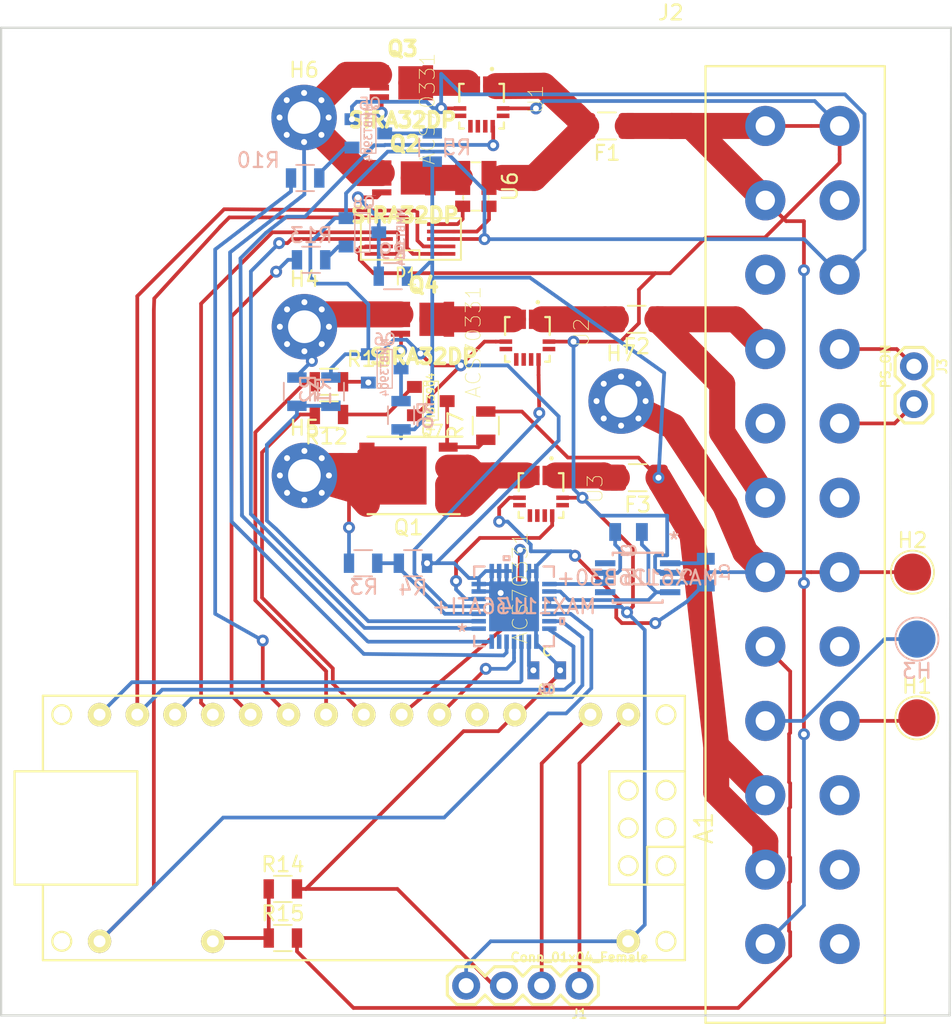
<source format=kicad_pcb>
(kicad_pcb (version 20171130) (host pcbnew "(5.0.1)-rc2")

  (general
    (thickness 1.6)
    (drawings 5)
    (tracks 592)
    (zones 0)
    (modules 47)
    (nets 54)
  )

  (page A4)
  (layers
    (0 F.Cu signal)
    (31 B.Cu signal)
    (32 B.Adhes user)
    (33 F.Adhes user)
    (34 B.Paste user)
    (35 F.Paste user)
    (36 B.SilkS user)
    (37 F.SilkS user)
    (38 B.Mask user)
    (39 F.Mask user)
    (40 Dwgs.User user)
    (41 Cmts.User user)
    (42 Eco1.User user)
    (43 Eco2.User user)
    (44 Edge.Cuts user)
    (45 Margin user)
    (46 B.CrtYd user)
    (47 F.CrtYd user)
    (48 B.Fab user hide)
    (49 F.Fab user)
  )

  (setup
    (last_trace_width 0.25)
    (trace_clearance 0.2)
    (zone_clearance 0.508)
    (zone_45_only no)
    (trace_min 0.2)
    (segment_width 0.2)
    (edge_width 0.15)
    (via_size 0.8)
    (via_drill 0.4)
    (via_min_size 0.4)
    (via_min_drill 0.3)
    (uvia_size 0.3)
    (uvia_drill 0.1)
    (uvias_allowed no)
    (uvia_min_size 0.2)
    (uvia_min_drill 0.1)
    (pcb_text_width 0.3)
    (pcb_text_size 1.5 1.5)
    (mod_edge_width 0.15)
    (mod_text_size 1 1)
    (mod_text_width 0.15)
    (pad_size 2.7 2.7)
    (pad_drill 1.3)
    (pad_to_mask_clearance 0.051)
    (solder_mask_min_width 0.25)
    (aux_axis_origin 0 0)
    (visible_elements 7FFDFFFF)
    (pcbplotparams
      (layerselection 0x010f0_ffffffff)
      (usegerberextensions false)
      (usegerberattributes false)
      (usegerberadvancedattributes false)
      (creategerberjobfile false)
      (excludeedgelayer true)
      (linewidth 0.100000)
      (plotframeref false)
      (viasonmask false)
      (mode 1)
      (useauxorigin false)
      (hpglpennumber 1)
      (hpglpenspeed 20)
      (hpglpendiameter 15.000000)
      (psnegative false)
      (psa4output false)
      (plotreference true)
      (plotvalue true)
      (plotinvisibletext false)
      (padsonsilk false)
      (subtractmaskfromsilk false)
      (outputformat 1)
      (mirror false)
      (drillshape 0)
      (scaleselection 1)
      (outputdirectory ""))
  )

  (net 0 "")
  (net 1 "Net-(C1-Pad2)")
  (net 2 GND)
  (net 3 "Net-(C2-Pad1)")
  (net 4 "Net-(C2-Pad2)")
  (net 5 "Net-(C3-Pad2)")
  (net 6 +3V3)
  (net 7 +12V)
  (net 8 "Net-(H1-Pad1)")
  (net 9 5V_USB)
  (net 10 "Net-(A1-Pad1)")
  (net 11 "Net-(A1-Pad2)")
  (net 12 "Net-(J2-Pad8)")
  (net 13 "Net-(J2-Pad16)")
  (net 14 "Net-(J2-Pad17)")
  (net 15 SPI_Clk_PINX)
  (net 16 SPI_MOSI_PINX)
  (net 17 "Net-(P1-Pad4)")
  (net 18 SPI_3V3_CS_PINX)
  (net 19 12V_Out)
  (net 20 "Net-(Q1-Pad4)")
  (net 21 3V3_Out)
  (net 22 5V_Out)
  (net 23 5V_DIV_OUT)
  (net 24 12V_DIV_Out)
  (net 25 "Net-(Q5-Pad1)")
  (net 26 3V3_COURSE_EN)
  (net 27 5V_EN)
  (net 28 "Net-(Q6-Pad1)")
  (net 29 12V_EN)
  (net 30 "Net-(Q7-Pad1)")
  (net 31 "Net-(Q8-Pad1)")
  (net 32 3V3_FINE_EN)
  (net 33 POK)
  (net 34 "Net-(U1-Pad10)")
  (net 35 "Net-(U2-Pad10)")
  (net 36 "Net-(U3-Pad10)")
  (net 37 CNVST_PINX)
  (net 38 SPI_ADC_CS_PINX)
  (net 39 SPI_MISO_PINX)
  (net 40 EOC_PINX)
  (net 41 "Net-(Q2-Pad1)")
  (net 42 "Net-(Q3-Pad1)")
  (net 43 "Net-(Q4-Pad1)")
  (net 44 "Net-(P1-Pad5)")
  (net 45 /5VA)
  (net 46 /3.3V_A)
  (net 47 /5V_A)
  (net 48 /12V_A)
  (net 49 /12VA_S)
  (net 50 /3.3VA_D1)
  (net 51 /3.3VA_D2)
  (net 52 /5VA_D)
  (net 53 3V3_Fine_Out)

  (net_class Default "This is the default net class."
    (clearance 0.2)
    (trace_width 0.25)
    (via_dia 0.8)
    (via_drill 0.4)
    (uvia_dia 0.3)
    (uvia_drill 0.1)
    (add_net +12V)
    (add_net +3V3)
    (add_net 12V_DIV_Out)
    (add_net 12V_EN)
    (add_net 12V_Out)
    (add_net 3V3_COURSE_EN)
    (add_net 3V3_FINE_EN)
    (add_net 3V3_Fine_Out)
    (add_net 3V3_Out)
    (add_net 5V_DIV_OUT)
    (add_net 5V_EN)
    (add_net 5V_Out)
    (add_net 5V_USB)
    (add_net CNVST_PINX)
    (add_net EOC_PINX)
    (add_net GND)
    (add_net "Net-(A1-Pad1)")
    (add_net "Net-(A1-Pad2)")
    (add_net "Net-(C1-Pad2)")
    (add_net "Net-(C2-Pad1)")
    (add_net "Net-(C2-Pad2)")
    (add_net "Net-(C3-Pad2)")
    (add_net "Net-(H1-Pad1)")
    (add_net "Net-(J2-Pad16)")
    (add_net "Net-(J2-Pad17)")
    (add_net "Net-(J2-Pad8)")
    (add_net "Net-(P1-Pad4)")
    (add_net "Net-(P1-Pad5)")
    (add_net "Net-(Q1-Pad4)")
    (add_net "Net-(Q2-Pad1)")
    (add_net "Net-(Q3-Pad1)")
    (add_net "Net-(Q4-Pad1)")
    (add_net "Net-(Q5-Pad1)")
    (add_net "Net-(Q6-Pad1)")
    (add_net "Net-(Q7-Pad1)")
    (add_net "Net-(Q8-Pad1)")
    (add_net "Net-(U1-Pad10)")
    (add_net "Net-(U2-Pad10)")
    (add_net "Net-(U3-Pad10)")
    (add_net POK)
    (add_net SPI_3V3_CS_PINX)
    (add_net SPI_ADC_CS_PINX)
    (add_net SPI_Clk_PINX)
    (add_net SPI_MISO_PINX)
    (add_net SPI_MOSI_PINX)
  )

  (net_class PowerTrace ""
    (clearance 0.2)
    (trace_width 1.75)
    (via_dia 0.8)
    (via_drill 0.4)
    (uvia_dia 0.3)
    (uvia_drill 0.1)
    (add_net /12VA_S)
    (add_net /12V_A)
    (add_net /3.3VA_D1)
    (add_net /3.3VA_D2)
    (add_net /3.3V_A)
    (add_net /5VA)
    (add_net /5VA_D)
    (add_net /5V_A)
  )

  (module CustomFP:ATX_PWR_25pin (layer F.Cu) (tedit 5BF1CE9C) (tstamp 5BFA311F)
    (at 236 91.5)
    (path /5BED27F2)
    (fp_text reference J2 (at -6.35 -7.62) (layer F.SilkS)
      (effects (font (size 1 1) (thickness 0.15)))
    )
    (fp_text value ATX24 (at 0 -10.16) (layer F.Fab)
      (effects (font (size 1 1) (thickness 0.15)))
    )
    (fp_line (start -4.02 60.3) (end -4.02 -4.02) (layer F.SilkS) (width 0.15))
    (fp_line (start 8.04 60.3) (end -4.02 60.3) (layer F.SilkS) (width 0.15))
    (fp_line (start 8.04 -4.02) (end 8.04 60.3) (layer F.SilkS) (width 0.15))
    (fp_line (start -4.02 -4.02) (end 8.04 -4.02) (layer F.SilkS) (width 0.15))
    (pad 1 thru_hole circle (at 0 0) (size 2.7 2.7) (drill 1.3) (layers *.Cu *.Mask)
      (net 6 +3V3))
    (pad 2 thru_hole circle (at 0 5) (size 2.7 2.7) (drill 1.3) (layers *.Cu *.Mask)
      (net 6 +3V3))
    (pad 3 thru_hole circle (at 0 10) (size 2.7 2.7) (drill 1.3) (layers *.Cu *.Mask))
    (pad 4 thru_hole circle (at 0 15) (size 2.7 2.7) (drill 1.3) (layers *.Cu *.Mask)
      (net 45 /5VA))
    (pad 5 thru_hole circle (at 0 20) (size 2.7 2.7) (drill 1.3) (layers *.Cu *.Mask))
    (pad 6 thru_hole circle (at 0 25) (size 2.7 2.7) (drill 1.3) (layers *.Cu *.Mask)
      (net 45 /5VA))
    (pad 7 thru_hole circle (at 0 30) (size 2.7 2.7) (drill 1.3) (layers *.Cu *.Mask)
      (net 2 GND))
    (pad 8 thru_hole circle (at 0 35) (size 2.7 2.7) (drill 1.3) (layers *.Cu *.Mask)
      (net 12 "Net-(J2-Pad8)"))
    (pad 9 thru_hole circle (at 0 40) (size 2.7 2.7) (drill 1.3) (layers *.Cu *.Mask)
      (net 9 5V_USB))
    (pad 10 thru_hole circle (at 0 45) (size 2.7 2.7) (drill 1.3) (layers *.Cu *.Mask)
      (net 7 +12V))
    (pad 11 thru_hole circle (at 0 50) (size 2.7 2.7) (drill 1.3) (layers *.Cu *.Mask)
      (net 7 +12V))
    (pad 12 thru_hole circle (at 0 55) (size 2.7 2.7) (drill 1.3) (layers *.Cu *.Mask)
      (net 6 +3V3))
    (pad 13 thru_hole circle (at 5 0) (size 2.7 2.7) (drill 1.3) (layers *.Cu *.Mask)
      (net 6 +3V3))
    (pad 14 thru_hole circle (at 5 5) (size 2.7 2.7) (drill 1.3) (layers *.Cu *.Mask))
    (pad 15 thru_hole circle (at 5 10) (size 2.7 2.7) (drill 1.3) (layers *.Cu *.Mask)
      (net 2 GND))
    (pad 16 thru_hole circle (at 5 15) (size 2.7 2.7) (drill 1.3) (layers *.Cu *.Mask)
      (net 13 "Net-(J2-Pad16)"))
    (pad 17 thru_hole circle (at 5 20) (size 2.7 2.7) (drill 1.3) (layers *.Cu *.Mask)
      (net 14 "Net-(J2-Pad17)"))
    (pad 18 thru_hole circle (at 5 25) (size 2.7 2.7) (drill 1.3) (layers *.Cu *.Mask))
    (pad 19 thru_hole circle (at 5 30) (size 2.7 2.7) (drill 1.3) (layers *.Cu *.Mask)
      (net 2 GND))
    (pad 20 thru_hole circle (at 5 35) (size 2.7 2.7) (drill 1.3) (layers *.Cu *.Mask))
    (pad 21 thru_hole circle (at 5 40) (size 2.7 2.7) (drill 1.3) (layers *.Cu *.Mask)
      (net 8 "Net-(H1-Pad1)"))
    (pad 22 thru_hole circle (at 5 45) (size 2.7 2.7) (drill 1.3) (layers *.Cu *.Mask))
    (pad 23 thru_hole circle (at 5 50) (size 2.7 2.7) (drill 1.3) (layers *.Cu *.Mask))
    (pad 24 thru_hole circle (at 5 55) (size 2.7 2.7) (drill 1.3) (layers *.Cu *.Mask))
  )

  (module CustomPS:arduino_nano (layer F.Cu) (tedit 5BF1C835) (tstamp 5BFE705B)
    (at 209 138.7 180)
    (path /5BC6D4A1)
    (fp_text reference A1 (at -22.86 0 270) (layer F.SilkS)
      (effects (font (size 1.2 1.2) (thickness 0.15)))
    )
    (fp_text value Arduino_Nano_v3.x (at 0 0 180) (layer F.Fab)
      (effects (font (size 1.2 1.2) (thickness 0.15)))
    )
    (fp_line (start 21.59 -8.89) (end -21.59 -8.89) (layer F.SilkS) (width 0.15))
    (fp_line (start -21.59 8.89) (end 21.59 8.89) (layer F.SilkS) (width 0.15))
    (fp_line (start -21.59 -8.89) (end -21.59 8.89) (layer F.SilkS) (width 0.15))
    (fp_line (start -16.51 3.81) (end -16.51 -3.81) (layer F.SilkS) (width 0.15))
    (fp_line (start -21.59 3.81) (end -16.51 3.81) (layer F.SilkS) (width 0.15))
    (fp_line (start -16.51 -3.81) (end -21.59 -3.81) (layer F.SilkS) (width 0.15))
    (fp_line (start -19.05 -1.27) (end -21.59 -1.27) (layer F.SilkS) (width 0.15))
    (fp_line (start -19.05 -3.81) (end -19.05 -1.27) (layer F.SilkS) (width 0.15))
    (fp_circle (center -20.32 -7.62) (end -19.685 -7.62) (layer F.SilkS) (width 0.15))
    (fp_circle (center -20.32 7.62) (end -19.685 7.62) (layer F.SilkS) (width 0.15))
    (fp_circle (center 20.32 -7.62) (end 20.955 -7.62) (layer F.SilkS) (width 0.15))
    (fp_circle (center 20.32 7.62) (end 20.955 7.62) (layer F.SilkS) (width 0.15))
    (fp_circle (center -20.32 -2.54) (end -20.32 -1.905) (layer F.SilkS) (width 0.15))
    (fp_circle (center -17.78 -2.54) (end -17.145 -2.54) (layer F.SilkS) (width 0.15))
    (fp_circle (center -17.78 0) (end -17.145 0) (layer F.SilkS) (width 0.15))
    (fp_circle (center -17.78 2.54) (end -17.145 2.54) (layer F.SilkS) (width 0.15))
    (fp_circle (center -20.32 2.54) (end -19.685 2.54) (layer F.SilkS) (width 0.15))
    (fp_circle (center -20.32 0) (end -19.685 0) (layer F.SilkS) (width 0.15))
    (fp_line (start 15.24 -3.81) (end 23.495 -3.81) (layer F.SilkS) (width 0.15))
    (fp_line (start 15.24 3.81) (end 15.24 -3.81) (layer F.SilkS) (width 0.15))
    (fp_line (start 23.495 3.81) (end 15.24 3.81) (layer F.SilkS) (width 0.15))
    (fp_line (start 23.495 -3.81) (end 23.495 3.81) (layer F.SilkS) (width 0.15))
    (fp_line (start 21.59 -8.89) (end 21.59 -3.81) (layer F.SilkS) (width 0.15))
    (fp_line (start 21.59 3.81) (end 21.59 8.89) (layer F.SilkS) (width 0.15))
    (pad 9 thru_hole circle (at 2.54 7.62 180) (size 1.5748 1.5748) (drill 0.8) (layers *.Cu *.Mask F.SilkS)
      (net 27 5V_EN))
    (pad 15 thru_hole circle (at 17.78 7.62 180) (size 1.5748 1.5748) (drill 0.8) (layers *.Cu *.Mask F.SilkS)
      (net 39 SPI_MISO_PINX))
    (pad 16 thru_hole circle (at 17.78 -7.62 180) (size 1.5748 1.5748) (drill 0.8) (layers *.Cu *.Mask F.SilkS)
      (net 15 SPI_Clk_PINX))
    (pad 14 thru_hole circle (at 15.24 7.62 180) (size 1.5748 1.5748) (drill 0.8) (layers *.Cu *.Mask F.SilkS)
      (net 16 SPI_MOSI_PINX))
    (pad 13 thru_hole circle (at 12.7 7.62 180) (size 1.5748 1.5748) (drill 0.8) (layers *.Cu *.Mask F.SilkS)
      (net 38 SPI_ADC_CS_PINX))
    (pad 12 thru_hole circle (at 10.16 7.62 180) (size 1.5748 1.5748) (drill 0.8) (layers *.Cu *.Mask F.SilkS)
      (net 18 SPI_3V3_CS_PINX))
    (pad 19 thru_hole circle (at 10.16 -7.62 180) (size 1.5748 1.5748) (drill 0.8) (layers *.Cu *.Mask F.SilkS)
      (net 33 POK))
    (pad 11 thru_hole circle (at 7.62 7.62 180) (size 1.5748 1.5748) (drill 0.8) (layers *.Cu *.Mask F.SilkS)
      (net 32 3V3_FINE_EN))
    (pad 10 thru_hole circle (at 5.08 7.62 180) (size 1.5748 1.5748) (drill 0.8) (layers *.Cu *.Mask F.SilkS)
      (net 26 3V3_COURSE_EN))
    (pad 8 thru_hole circle (at 0 7.62 180) (size 1.5748 1.5748) (drill 0.8) (layers *.Cu *.Mask F.SilkS)
      (net 29 12V_EN))
    (pad 7 thru_hole circle (at -2.54 7.62 180) (size 1.5748 1.5748) (drill 0.8) (layers *.Cu *.Mask F.SilkS)
      (net 37 CNVST_PINX))
    (pad 6 thru_hole circle (at -5.08 7.62 180) (size 1.5748 1.5748) (drill 0.8) (layers *.Cu *.Mask F.SilkS)
      (net 40 EOC_PINX))
    (pad 5 thru_hole circle (at -7.62 7.62 180) (size 1.5748 1.5748) (drill 0.8) (layers *.Cu *.Mask F.SilkS))
    (pad 4 thru_hole circle (at -10.16 7.62 180) (size 1.5748 1.5748) (drill 0.8) (layers *.Cu *.Mask F.SilkS)
      (net 2 GND))
    (pad 2 thru_hole circle (at -15.24 7.62 180) (size 1.5748 1.5748) (drill 0.8) (layers *.Cu *.Mask F.SilkS)
      (net 11 "Net-(A1-Pad2)"))
    (pad 1 thru_hole circle (at -17.78 7.62 180) (size 1.5748 1.5748) (drill 0.8) (layers *.Cu *.Mask F.SilkS)
      (net 10 "Net-(A1-Pad1)"))
    (pad 30 thru_hole circle (at -17.78 -7.62 180) (size 1.5748 1.5748) (drill 0.8) (layers *.Cu *.Mask F.SilkS)
      (net 6 +3V3))
  )

  (module Resistors_SMD:R_0805 (layer B.Cu) (tedit 58E0A804) (tstamp 5BFE3551)
    (at 213.6 92.95 90)
    (descr "Resistor SMD 0805, reflow soldering, Vishay (see dcrcw.pdf)")
    (tags "resistor 0805")
    (path /5BCC878C)
    (attr smd)
    (fp_text reference R5 (at 0 1.65) (layer B.SilkS)
      (effects (font (size 1 1) (thickness 0.15)) (justify mirror))
    )
    (fp_text value 10k (at 0 -1.75 90) (layer B.Fab)
      (effects (font (size 1 1) (thickness 0.15)) (justify mirror))
    )
    (fp_line (start 1.55 -0.9) (end -1.55 -0.9) (layer B.CrtYd) (width 0.05))
    (fp_line (start 1.55 -0.9) (end 1.55 0.9) (layer B.CrtYd) (width 0.05))
    (fp_line (start -1.55 0.9) (end -1.55 -0.9) (layer B.CrtYd) (width 0.05))
    (fp_line (start -1.55 0.9) (end 1.55 0.9) (layer B.CrtYd) (width 0.05))
    (fp_line (start -0.6 0.88) (end 0.6 0.88) (layer B.SilkS) (width 0.12))
    (fp_line (start 0.6 -0.88) (end -0.6 -0.88) (layer B.SilkS) (width 0.12))
    (fp_line (start -1 0.62) (end 1 0.62) (layer B.Fab) (width 0.1))
    (fp_line (start 1 0.62) (end 1 -0.62) (layer B.Fab) (width 0.1))
    (fp_line (start 1 -0.62) (end -1 -0.62) (layer B.Fab) (width 0.1))
    (fp_line (start -1 -0.62) (end -1 0.62) (layer B.Fab) (width 0.1))
    (fp_text user %R (at 0 0 90) (layer B.Fab)
      (effects (font (size 0.5 0.5) (thickness 0.075)) (justify mirror))
    )
    (pad 2 smd rect (at 0.95 0 90) (size 0.7 1.3) (layers B.Cu B.Paste B.Mask)
      (net 42 "Net-(Q3-Pad1)"))
    (pad 1 smd rect (at -0.95 0 90) (size 0.7 1.3) (layers B.Cu B.Paste B.Mask)
      (net 7 +12V))
    (model ${KISYS3DMOD}/Resistors_SMD.3dshapes/R_0805.wrl
      (at (xyz 0 0 0))
      (scale (xyz 1 1 1))
      (rotate (xyz 0 0 0))
    )
  )

  (module SMD_Packages:SO-8_PowerPAK_Vishay_Single (layer F.Cu) (tedit 54AF9856) (tstamp 5C02ECC7)
    (at 212 115 180)
    (descr "PowerPAK SO-8 (see Vishay AN821)")
    (tags "PowerPAK SO-8")
    (path /5BCEB946)
    (attr smd)
    (fp_text reference Q1 (at 0 -3.5 180) (layer F.SilkS)
      (effects (font (size 1 1) (thickness 0.15)))
    )
    (fp_text value SI7157DP (at 0 3.5 180) (layer F.Fab)
      (effects (font (size 1 1) (thickness 0.15)))
    )
    (fp_line (start -3.55 -2.75) (end -3.55 2.75) (layer F.CrtYd) (width 0.05))
    (fp_line (start 3.55 -2.75) (end 3.55 2.75) (layer F.CrtYd) (width 0.05))
    (fp_line (start -3.55 -2.75) (end 3.55 -2.75) (layer F.CrtYd) (width 0.05))
    (fp_line (start -3.55 2.75) (end 3.55 2.75) (layer F.CrtYd) (width 0.05))
    (fp_line (start -3.45 -2.6) (end 2.75 -2.6) (layer F.SilkS) (width 0.15))
    (fp_line (start -2.75 2.6) (end 2.75 2.6) (layer F.SilkS) (width 0.15))
    (pad 1 smd rect (at -2.67 -1.905 180) (size 1.27 0.61) (layers F.Cu F.Paste F.Mask)
      (net 49 /12VA_S))
    (pad 2 smd rect (at -2.67 -0.635 180) (size 1.27 0.61) (layers F.Cu F.Paste F.Mask)
      (net 49 /12VA_S))
    (pad 3 smd rect (at -2.67 0.635 180) (size 1.27 0.61) (layers F.Cu F.Paste F.Mask)
      (net 49 /12VA_S))
    (pad 4 smd rect (at -2.67 1.905 180) (size 1.27 0.61) (layers F.Cu F.Paste F.Mask)
      (net 20 "Net-(Q1-Pad4)"))
    (pad 5 smd rect (at 2.795 1.905 180) (size 1.02 0.61) (layers F.Cu F.Paste F.Mask)
      (net 19 12V_Out))
    (pad 5 smd rect (at 2.795 0.635 180) (size 1.02 0.61) (layers F.Cu F.Paste F.Mask)
      (net 19 12V_Out))
    (pad 5 smd rect (at 2.795 -0.635 180) (size 1.02 0.61) (layers F.Cu F.Paste F.Mask)
      (net 19 12V_Out))
    (pad 5 smd rect (at 2.795 -1.905 180) (size 1.02 0.61) (layers F.Cu F.Paste F.Mask)
      (net 19 12V_Out))
    (pad 5 smd rect (at 0.69 0 180) (size 3.81 3.91) (layers F.Cu F.Paste F.Mask)
      (net 19 12V_Out))
  )

  (module Capacitors:0805 (layer B.Cu) (tedit 200000) (tstamp 5BFA307A)
    (at 232 121.5 90)
    (descr "GENERIC 2012 (0805) PACKAGE")
    (tags "GENERIC 2012 (0805) PACKAGE")
    (path /5BCD6067)
    (attr smd)
    (fp_text reference C1 (at 0 1.27 90) (layer B.SilkS)
      (effects (font (size 0.6096 0.6096) (thickness 0.127)) (justify mirror))
    )
    (fp_text value C (at 0 -1.27 90) (layer B.SilkS)
      (effects (font (size 0.6096 0.6096) (thickness 0.127)) (justify mirror))
    )
    (fp_line (start -1.4986 -0.79756) (end -1.4986 0.79756) (layer B.CrtYd) (width 0.0508))
    (fp_line (start 1.4986 -0.79756) (end -1.4986 -0.79756) (layer B.CrtYd) (width 0.0508))
    (fp_line (start 1.4986 0.79756) (end 1.4986 -0.79756) (layer B.CrtYd) (width 0.0508))
    (fp_line (start -1.4986 0.79756) (end 1.4986 0.79756) (layer B.CrtYd) (width 0.0508))
    (pad 2 smd rect (at 0.89916 0 90) (size 0.79756 1.19888) (layers B.Cu B.Paste B.Mask)
      (net 1 "Net-(C1-Pad2)") (solder_mask_margin 0.1016))
    (pad 1 smd rect (at -0.89916 0 90) (size 0.79756 1.19888) (layers B.Cu B.Paste B.Mask)
      (net 2 GND) (solder_mask_margin 0.1016))
  )

  (module Capacitors:0805 (layer B.Cu) (tedit 200000) (tstamp 5BFA3084)
    (at 226.80084 118.8 180)
    (descr "GENERIC 2012 (0805) PACKAGE")
    (tags "GENERIC 2012 (0805) PACKAGE")
    (path /5BCD6134)
    (attr smd)
    (fp_text reference C2 (at 0 -1.27 180) (layer B.SilkS)
      (effects (font (size 0.6096 0.6096) (thickness 0.127)) (justify mirror))
    )
    (fp_text value C (at 0 -1.27 180) (layer B.SilkS)
      (effects (font (size 0.6096 0.6096) (thickness 0.127)) (justify mirror))
    )
    (fp_line (start -1.4986 0.79756) (end 1.4986 0.79756) (layer B.CrtYd) (width 0.0508))
    (fp_line (start 1.4986 0.79756) (end 1.4986 -0.79756) (layer B.CrtYd) (width 0.0508))
    (fp_line (start 1.4986 -0.79756) (end -1.4986 -0.79756) (layer B.CrtYd) (width 0.0508))
    (fp_line (start -1.4986 -0.79756) (end -1.4986 0.79756) (layer B.CrtYd) (width 0.0508))
    (pad 1 smd rect (at -0.89916 0 180) (size 0.79756 1.19888) (layers B.Cu B.Paste B.Mask)
      (net 3 "Net-(C2-Pad1)") (solder_mask_margin 0.1016))
    (pad 2 smd rect (at 0.89916 0 180) (size 0.79756 1.19888) (layers B.Cu B.Paste B.Mask)
      (net 4 "Net-(C2-Pad2)") (solder_mask_margin 0.1016))
  )

  (module Capacitors:0805 (layer F.Cu) (tedit 200000) (tstamp 5BFA308E)
    (at 221.30084 128.1 180)
    (descr "GENERIC 2012 (0805) PACKAGE")
    (tags "GENERIC 2012 (0805) PACKAGE")
    (path /5BCDFF80)
    (attr smd)
    (fp_text reference C3 (at 0 -1.27 180) (layer F.SilkS)
      (effects (font (size 0.6096 0.6096) (thickness 0.127)))
    )
    (fp_text value C (at 0 1.27 180) (layer F.SilkS)
      (effects (font (size 0.6096 0.6096) (thickness 0.127)))
    )
    (fp_line (start -1.4986 0.79756) (end -1.4986 -0.79756) (layer F.CrtYd) (width 0.0508))
    (fp_line (start 1.4986 0.79756) (end -1.4986 0.79756) (layer F.CrtYd) (width 0.0508))
    (fp_line (start 1.4986 -0.79756) (end 1.4986 0.79756) (layer F.CrtYd) (width 0.0508))
    (fp_line (start -1.4986 -0.79756) (end 1.4986 -0.79756) (layer F.CrtYd) (width 0.0508))
    (pad 2 smd rect (at 0.89916 0 180) (size 0.79756 1.19888) (layers F.Cu F.Paste F.Mask)
      (net 5 "Net-(C3-Pad2)") (solder_mask_margin 0.1016))
    (pad 1 smd rect (at -0.89916 0 180) (size 0.79756 1.19888) (layers F.Cu F.Paste F.Mask)
      (net 2 GND) (solder_mask_margin 0.1016))
  )

  (module Capacitors:0805 (layer B.Cu) (tedit 200000) (tstamp 5BFA3098)
    (at 221.3 128.1 180)
    (descr "GENERIC 2012 (0805) PACKAGE")
    (tags "GENERIC 2012 (0805) PACKAGE")
    (path /5BCE1C80)
    (attr smd)
    (fp_text reference C4 (at 0 -1.27 180) (layer B.SilkS)
      (effects (font (size 0.6096 0.6096) (thickness 0.127)) (justify mirror))
    )
    (fp_text value C (at 0 -1.27 180) (layer B.SilkS)
      (effects (font (size 0.6096 0.6096) (thickness 0.127)) (justify mirror))
    )
    (fp_line (start -1.4986 0.79756) (end 1.4986 0.79756) (layer B.CrtYd) (width 0.0508))
    (fp_line (start 1.4986 0.79756) (end 1.4986 -0.79756) (layer B.CrtYd) (width 0.0508))
    (fp_line (start 1.4986 -0.79756) (end -1.4986 -0.79756) (layer B.CrtYd) (width 0.0508))
    (fp_line (start -1.4986 -0.79756) (end -1.4986 0.79756) (layer B.CrtYd) (width 0.0508))
    (pad 1 smd rect (at -0.89916 0 180) (size 0.79756 1.19888) (layers B.Cu B.Paste B.Mask)
      (net 2 GND) (solder_mask_margin 0.1016))
    (pad 2 smd rect (at 0.89916 0 180) (size 0.79756 1.19888) (layers B.Cu B.Paste B.Mask)
      (net 5 "Net-(C3-Pad2)") (solder_mask_margin 0.1016))
  )

  (module Connectors2:1X04 (layer F.Cu) (tedit 5963D2C6) (tstamp 5BFA30FF)
    (at 223.5 149.3 180)
    (descr "PLATED THROUGH HOLE - 4 PIN")
    (tags "PLATED THROUGH HOLE - 4 PIN")
    (path /5BF21E92)
    (attr virtual)
    (fp_text reference J1 (at 0 -1.905 180) (layer F.SilkS)
      (effects (font (size 0.6096 0.6096) (thickness 0.127)))
    )
    (fp_text value Conn_01x04_Female (at 0 1.905 180) (layer F.SilkS)
      (effects (font (size 0.6096 0.6096) (thickness 0.127)))
    )
    (fp_line (start 6.985 -1.27) (end 8.255 -1.27) (layer F.SilkS) (width 0.2032))
    (fp_line (start 8.255 -1.27) (end 8.89 -0.635) (layer F.SilkS) (width 0.2032))
    (fp_line (start 8.89 0.635) (end 8.255 1.27) (layer F.SilkS) (width 0.2032))
    (fp_line (start 3.81 -0.635) (end 4.445 -1.27) (layer F.SilkS) (width 0.2032))
    (fp_line (start 4.445 -1.27) (end 5.715 -1.27) (layer F.SilkS) (width 0.2032))
    (fp_line (start 5.715 -1.27) (end 6.35 -0.635) (layer F.SilkS) (width 0.2032))
    (fp_line (start 6.35 0.635) (end 5.715 1.27) (layer F.SilkS) (width 0.2032))
    (fp_line (start 5.715 1.27) (end 4.445 1.27) (layer F.SilkS) (width 0.2032))
    (fp_line (start 4.445 1.27) (end 3.81 0.635) (layer F.SilkS) (width 0.2032))
    (fp_line (start 6.985 -1.27) (end 6.35 -0.635) (layer F.SilkS) (width 0.2032))
    (fp_line (start 6.35 0.635) (end 6.985 1.27) (layer F.SilkS) (width 0.2032))
    (fp_line (start 8.255 1.27) (end 6.985 1.27) (layer F.SilkS) (width 0.2032))
    (fp_line (start -0.635 -1.27) (end 0.635 -1.27) (layer F.SilkS) (width 0.2032))
    (fp_line (start 0.635 -1.27) (end 1.27 -0.635) (layer F.SilkS) (width 0.2032))
    (fp_line (start 1.27 0.635) (end 0.635 1.27) (layer F.SilkS) (width 0.2032))
    (fp_line (start 1.27 -0.635) (end 1.905 -1.27) (layer F.SilkS) (width 0.2032))
    (fp_line (start 1.905 -1.27) (end 3.175 -1.27) (layer F.SilkS) (width 0.2032))
    (fp_line (start 3.175 -1.27) (end 3.81 -0.635) (layer F.SilkS) (width 0.2032))
    (fp_line (start 3.81 0.635) (end 3.175 1.27) (layer F.SilkS) (width 0.2032))
    (fp_line (start 3.175 1.27) (end 1.905 1.27) (layer F.SilkS) (width 0.2032))
    (fp_line (start 1.905 1.27) (end 1.27 0.635) (layer F.SilkS) (width 0.2032))
    (fp_line (start -1.27 -0.635) (end -1.27 0.635) (layer F.SilkS) (width 0.2032))
    (fp_line (start -0.635 -1.27) (end -1.27 -0.635) (layer F.SilkS) (width 0.2032))
    (fp_line (start -1.27 0.635) (end -0.635 1.27) (layer F.SilkS) (width 0.2032))
    (fp_line (start 0.635 1.27) (end -0.635 1.27) (layer F.SilkS) (width 0.2032))
    (fp_line (start 8.89 -0.635) (end 8.89 0.635) (layer F.SilkS) (width 0.2032))
    (pad 1 thru_hole circle (at 0 0 180) (size 1.8796 1.8796) (drill 1.016) (layers *.Cu *.Mask)
      (net 10 "Net-(A1-Pad1)") (solder_mask_margin 0.1016))
    (pad 2 thru_hole circle (at 2.54 0 180) (size 1.8796 1.8796) (drill 1.016) (layers *.Cu *.Mask)
      (net 11 "Net-(A1-Pad2)") (solder_mask_margin 0.1016))
    (pad 3 thru_hole circle (at 5.08 0 180) (size 1.8796 1.8796) (drill 1.016) (layers *.Cu *.Mask)
      (net 2 GND) (solder_mask_margin 0.1016))
    (pad 4 thru_hole circle (at 7.62 0 180) (size 1.8796 1.8796) (drill 1.016) (layers *.Cu *.Mask)
      (net 6 +3V3) (solder_mask_margin 0.1016))
  )

  (module Connectors2:1X02 (layer F.Cu) (tedit 5963D0E5) (tstamp 5BFA3133)
    (at 246 107.66 270)
    (descr "PLATED THROUGH HOLE")
    (tags "PLATED THROUGH HOLE")
    (path /5BEE4A6E)
    (attr virtual)
    (fp_text reference J3 (at 0 -1.905 270) (layer F.SilkS)
      (effects (font (size 0.6096 0.6096) (thickness 0.127)))
    )
    (fp_text value PS_ON (at 0 1.905 270) (layer F.SilkS)
      (effects (font (size 0.6096 0.6096) (thickness 0.127)))
    )
    (fp_line (start -0.635 -1.27) (end 0.635 -1.27) (layer F.SilkS) (width 0.2032))
    (fp_line (start 0.635 -1.27) (end 1.27 -0.635) (layer F.SilkS) (width 0.2032))
    (fp_line (start 1.27 0.635) (end 0.635 1.27) (layer F.SilkS) (width 0.2032))
    (fp_line (start 1.27 -0.635) (end 1.905 -1.27) (layer F.SilkS) (width 0.2032))
    (fp_line (start 1.905 -1.27) (end 3.175 -1.27) (layer F.SilkS) (width 0.2032))
    (fp_line (start 3.175 -1.27) (end 3.81 -0.635) (layer F.SilkS) (width 0.2032))
    (fp_line (start 3.81 0.635) (end 3.175 1.27) (layer F.SilkS) (width 0.2032))
    (fp_line (start 3.175 1.27) (end 1.905 1.27) (layer F.SilkS) (width 0.2032))
    (fp_line (start 1.905 1.27) (end 1.27 0.635) (layer F.SilkS) (width 0.2032))
    (fp_line (start -1.27 -0.635) (end -1.27 0.635) (layer F.SilkS) (width 0.2032))
    (fp_line (start -0.635 -1.27) (end -1.27 -0.635) (layer F.SilkS) (width 0.2032))
    (fp_line (start -1.27 0.635) (end -0.635 1.27) (layer F.SilkS) (width 0.2032))
    (fp_line (start 0.635 1.27) (end -0.635 1.27) (layer F.SilkS) (width 0.2032))
    (fp_line (start 3.81 -0.635) (end 3.81 0.635) (layer F.SilkS) (width 0.2032))
    (pad 1 thru_hole circle (at 0 0 270) (size 1.8796 1.8796) (drill 1.016) (layers *.Cu *.Mask)
      (net 13 "Net-(J2-Pad16)") (solder_mask_margin 0.1016))
    (pad 2 thru_hole circle (at 2.54 0 270) (size 1.8796 1.8796) (drill 1.016) (layers *.Cu *.Mask)
      (net 14 "Net-(J2-Pad17)") (solder_mask_margin 0.1016))
  )

  (module kicad-open-modules:PowerPAK-1212-8 (layer F.Cu) (tedit 5BF054D8) (tstamp 5BFA3168)
    (at 211.76234 94.996)
    (path /5BCC06F1)
    (fp_text reference Q2 (at 0 -2.29108) (layer F.SilkS)
      (effects (font (size 1.00076 1.00076) (thickness 0.25146)))
    )
    (fp_text value SIRA32DP (at 0 2.50952) (layer F.SilkS)
      (effects (font (size 1.00076 1.00076) (thickness 0.25146)))
    )
    (pad 3 smd rect (at 1.7018 0.97028) (size 0.70612 0.40386) (layers F.Cu F.Paste F.Mask)
      (net 50 /3.3VA_D1))
    (pad 3 smd rect (at 1.7018 0.32004) (size 0.70612 0.40386) (layers F.Cu F.Paste F.Mask)
      (net 50 /3.3VA_D1))
    (pad 3 smd rect (at 1.7018 -0.3302) (size 0.70612 0.40386) (layers F.Cu F.Paste F.Mask)
      (net 50 /3.3VA_D1))
    (pad 3 smd rect (at 1.7018 -0.98044) (size 0.70612 0.40386) (layers F.Cu F.Paste F.Mask)
      (net 50 /3.3VA_D1))
    (pad 1 smd rect (at -1.55956 0.97028) (size 1.30048 0.40386) (layers F.Cu F.Paste F.Mask)
      (net 41 "Net-(Q2-Pad1)"))
    (pad 2 smd rect (at -1.55956 0.32004) (size 1.30048 0.40386) (layers F.Cu F.Paste F.Mask)
      (net 21 3V3_Out))
    (pad 2 smd rect (at -1.55956 -0.3302) (size 1.30048 0.40386) (layers F.Cu F.Paste F.Mask)
      (net 21 3V3_Out))
    (pad 2 smd rect (at -1.55956 -0.98044) (size 1.30048 0.40386) (layers F.Cu F.Paste F.Mask)
      (net 21 3V3_Out))
    (pad 3 smd rect (at 0.58166 0) (size 1.72466 2.2352) (layers F.Cu F.Paste F.Mask)
      (net 50 /3.3VA_D1))
  )

  (module kicad-open-modules:PowerPAK-1212-8 (layer F.Cu) (tedit 0) (tstamp 5BFA3175)
    (at 211.6 88.6)
    (path /5BCC8798)
    (fp_text reference Q3 (at 0 -2.29108) (layer F.SilkS)
      (effects (font (size 1.00076 1.00076) (thickness 0.25146)))
    )
    (fp_text value SIRA32DP (at 0 2.50952) (layer F.SilkS)
      (effects (font (size 1.00076 1.00076) (thickness 0.25146)))
    )
    (pad 3 smd rect (at 0.58166 0) (size 1.72466 2.2352) (layers F.Cu F.Paste F.Mask)
      (net 51 /3.3VA_D2))
    (pad 2 smd rect (at -1.55956 -0.98044) (size 1.30048 0.40386) (layers F.Cu F.Paste F.Mask)
      (net 21 3V3_Out))
    (pad 2 smd rect (at -1.55956 -0.3302) (size 1.30048 0.40386) (layers F.Cu F.Paste F.Mask)
      (net 21 3V3_Out))
    (pad 2 smd rect (at -1.55956 0.32004) (size 1.30048 0.40386) (layers F.Cu F.Paste F.Mask)
      (net 21 3V3_Out))
    (pad 1 smd rect (at -1.55956 0.97028) (size 1.30048 0.40386) (layers F.Cu F.Paste F.Mask)
      (net 42 "Net-(Q3-Pad1)"))
    (pad 3 smd rect (at 1.7018 -0.98044) (size 0.70612 0.40386) (layers F.Cu F.Paste F.Mask)
      (net 51 /3.3VA_D2))
    (pad 3 smd rect (at 1.7018 -0.3302) (size 0.70612 0.40386) (layers F.Cu F.Paste F.Mask)
      (net 51 /3.3VA_D2))
    (pad 3 smd rect (at 1.7018 0.32004) (size 0.70612 0.40386) (layers F.Cu F.Paste F.Mask)
      (net 51 /3.3VA_D2))
    (pad 3 smd rect (at 1.7018 0.97028) (size 0.70612 0.40386) (layers F.Cu F.Paste F.Mask)
      (net 51 /3.3VA_D2))
  )

  (module kicad-open-modules:PowerPAK-1212-8 (layer F.Cu) (tedit 0) (tstamp 5BFA3182)
    (at 213.01834 104.5)
    (path /5BCCE54C)
    (fp_text reference Q4 (at 0 -2.29108) (layer F.SilkS)
      (effects (font (size 1.00076 1.00076) (thickness 0.25146)))
    )
    (fp_text value SIRA32DP (at 0 2.50952) (layer F.SilkS)
      (effects (font (size 1.00076 1.00076) (thickness 0.25146)))
    )
    (pad 3 smd rect (at 1.7018 0.97028) (size 0.70612 0.40386) (layers F.Cu F.Paste F.Mask)
      (net 52 /5VA_D))
    (pad 3 smd rect (at 1.7018 0.32004) (size 0.70612 0.40386) (layers F.Cu F.Paste F.Mask)
      (net 52 /5VA_D))
    (pad 3 smd rect (at 1.7018 -0.3302) (size 0.70612 0.40386) (layers F.Cu F.Paste F.Mask)
      (net 52 /5VA_D))
    (pad 3 smd rect (at 1.7018 -0.98044) (size 0.70612 0.40386) (layers F.Cu F.Paste F.Mask)
      (net 52 /5VA_D))
    (pad 1 smd rect (at -1.55956 0.97028) (size 1.30048 0.40386) (layers F.Cu F.Paste F.Mask)
      (net 43 "Net-(Q4-Pad1)"))
    (pad 2 smd rect (at -1.55956 0.32004) (size 1.30048 0.40386) (layers F.Cu F.Paste F.Mask)
      (net 22 5V_Out))
    (pad 2 smd rect (at -1.55956 -0.3302) (size 1.30048 0.40386) (layers F.Cu F.Paste F.Mask)
      (net 22 5V_Out))
    (pad 2 smd rect (at -1.55956 -0.98044) (size 1.30048 0.40386) (layers F.Cu F.Paste F.Mask)
      (net 22 5V_Out))
    (pad 3 smd rect (at 0.58166 0) (size 1.72466 2.2352) (layers F.Cu F.Paste F.Mask)
      (net 52 /5VA_D))
  )

  (module Resistors_SMD:R_0805 (layer B.Cu) (tedit 58E0A804) (tstamp 5BFA3193)
    (at 204.496 109.366 270)
    (descr "Resistor SMD 0805, reflow soldering, Vishay (see dcrcw.pdf)")
    (tags "resistor 0805")
    (path /5BCE627C)
    (attr smd)
    (fp_text reference R1 (at -0.066 -1.778 270) (layer B.SilkS)
      (effects (font (size 1 1) (thickness 0.15)) (justify mirror))
    )
    (fp_text value 10k (at 0 -1.75 270) (layer B.Fab)
      (effects (font (size 1 1) (thickness 0.15)) (justify mirror))
    )
    (fp_line (start 1.55 -0.9) (end -1.55 -0.9) (layer B.CrtYd) (width 0.05))
    (fp_line (start 1.55 -0.9) (end 1.55 0.9) (layer B.CrtYd) (width 0.05))
    (fp_line (start -1.55 0.9) (end -1.55 -0.9) (layer B.CrtYd) (width 0.05))
    (fp_line (start -1.55 0.9) (end 1.55 0.9) (layer B.CrtYd) (width 0.05))
    (fp_line (start -0.6 0.88) (end 0.6 0.88) (layer B.SilkS) (width 0.12))
    (fp_line (start 0.6 -0.88) (end -0.6 -0.88) (layer B.SilkS) (width 0.12))
    (fp_line (start -1 0.62) (end 1 0.62) (layer B.Fab) (width 0.1))
    (fp_line (start 1 0.62) (end 1 -0.62) (layer B.Fab) (width 0.1))
    (fp_line (start 1 -0.62) (end -1 -0.62) (layer B.Fab) (width 0.1))
    (fp_line (start -1 -0.62) (end -1 0.62) (layer B.Fab) (width 0.1))
    (fp_text user %R (at 0 0 270) (layer B.Fab)
      (effects (font (size 0.5 0.5) (thickness 0.075)) (justify mirror))
    )
    (pad 2 smd rect (at 0.95 0 270) (size 0.7 1.3) (layers B.Cu B.Paste B.Mask)
      (net 23 5V_DIV_OUT))
    (pad 1 smd rect (at -0.95 0 270) (size 0.7 1.3) (layers B.Cu B.Paste B.Mask)
      (net 22 5V_Out))
    (model ${KISYS3DMOD}/Resistors_SMD.3dshapes/R_0805.wrl
      (at (xyz 0 0 0))
      (scale (xyz 1 1 1))
      (rotate (xyz 0 0 0))
    )
  )

  (module Resistors_SMD:R_0805 (layer B.Cu) (tedit 58E0A804) (tstamp 5BFA31A4)
    (at 206.782 109.366 90)
    (descr "Resistor SMD 0805, reflow soldering, Vishay (see dcrcw.pdf)")
    (tags "resistor 0805")
    (path /5BCE60D4)
    (attr smd)
    (fp_text reference R2 (at 0.188 -1.524 90) (layer B.SilkS)
      (effects (font (size 1 1) (thickness 0.15)) (justify mirror))
    )
    (fp_text value 10k (at 0.414999 2.490001 90) (layer B.Fab)
      (effects (font (size 1 1) (thickness 0.15)) (justify mirror))
    )
    (fp_text user %R (at 0 0 90) (layer B.Fab)
      (effects (font (size 0.5 0.5) (thickness 0.075)) (justify mirror))
    )
    (fp_line (start -1 -0.62) (end -1 0.62) (layer B.Fab) (width 0.1))
    (fp_line (start 1 -0.62) (end -1 -0.62) (layer B.Fab) (width 0.1))
    (fp_line (start 1 0.62) (end 1 -0.62) (layer B.Fab) (width 0.1))
    (fp_line (start -1 0.62) (end 1 0.62) (layer B.Fab) (width 0.1))
    (fp_line (start 0.6 -0.88) (end -0.6 -0.88) (layer B.SilkS) (width 0.12))
    (fp_line (start -0.6 0.88) (end 0.6 0.88) (layer B.SilkS) (width 0.12))
    (fp_line (start -1.55 0.9) (end 1.55 0.9) (layer B.CrtYd) (width 0.05))
    (fp_line (start -1.55 0.9) (end -1.55 -0.9) (layer B.CrtYd) (width 0.05))
    (fp_line (start 1.55 -0.9) (end 1.55 0.9) (layer B.CrtYd) (width 0.05))
    (fp_line (start 1.55 -0.9) (end -1.55 -0.9) (layer B.CrtYd) (width 0.05))
    (pad 1 smd rect (at -0.95 0 90) (size 0.7 1.3) (layers B.Cu B.Paste B.Mask)
      (net 23 5V_DIV_OUT))
    (pad 2 smd rect (at 0.95 0 90) (size 0.7 1.3) (layers B.Cu B.Paste B.Mask)
      (net 2 GND))
    (model ${KISYS3DMOD}/Resistors_SMD.3dshapes/R_0805.wrl
      (at (xyz 0 0 0))
      (scale (xyz 1 1 1))
      (rotate (xyz 0 0 0))
    )
  )

  (module Resistors_SMD:R_0805 (layer B.Cu) (tedit 58E0A804) (tstamp 5BFA31B5)
    (at 208.95 120.9)
    (descr "Resistor SMD 0805, reflow soldering, Vishay (see dcrcw.pdf)")
    (tags "resistor 0805")
    (path /5BCE8EFF)
    (attr smd)
    (fp_text reference R3 (at 0.05 1.6) (layer B.SilkS)
      (effects (font (size 1 1) (thickness 0.15)) (justify mirror))
    )
    (fp_text value 10k (at 0 -1.75) (layer B.Fab)
      (effects (font (size 1 1) (thickness 0.15)) (justify mirror))
    )
    (fp_text user %R (at 0 0) (layer F.Fab)
      (effects (font (size 0.5 0.5) (thickness 0.075)))
    )
    (fp_line (start -1 -0.62) (end -1 0.62) (layer B.Fab) (width 0.1))
    (fp_line (start 1 -0.62) (end -1 -0.62) (layer B.Fab) (width 0.1))
    (fp_line (start 1 0.62) (end 1 -0.62) (layer B.Fab) (width 0.1))
    (fp_line (start -1 0.62) (end 1 0.62) (layer B.Fab) (width 0.1))
    (fp_line (start 0.6 -0.88) (end -0.6 -0.88) (layer B.SilkS) (width 0.12))
    (fp_line (start -0.6 0.88) (end 0.6 0.88) (layer B.SilkS) (width 0.12))
    (fp_line (start -1.55 0.9) (end 1.55 0.9) (layer B.CrtYd) (width 0.05))
    (fp_line (start -1.55 0.9) (end -1.55 -0.9) (layer B.CrtYd) (width 0.05))
    (fp_line (start 1.55 -0.9) (end 1.55 0.9) (layer B.CrtYd) (width 0.05))
    (fp_line (start 1.55 -0.9) (end -1.55 -0.9) (layer B.CrtYd) (width 0.05))
    (pad 1 smd rect (at -0.95 0) (size 0.7 1.3) (layers B.Cu B.Paste B.Mask)
      (net 19 12V_Out))
    (pad 2 smd rect (at 0.95 0) (size 0.7 1.3) (layers B.Cu B.Paste B.Mask)
      (net 24 12V_DIV_Out))
    (model ${KISYS3DMOD}/Resistors_SMD.3dshapes/R_0805.wrl
      (at (xyz 0 0 0))
      (scale (xyz 1 1 1))
      (rotate (xyz 0 0 0))
    )
  )

  (module Resistors_SMD:R_0805 (layer B.Cu) (tedit 58E0A804) (tstamp 5BFA31C6)
    (at 212.3 120.9)
    (descr "Resistor SMD 0805, reflow soldering, Vishay (see dcrcw.pdf)")
    (tags "resistor 0805")
    (path /5BCE8EF9)
    (attr smd)
    (fp_text reference R4 (at 0 1.65) (layer B.SilkS)
      (effects (font (size 1 1) (thickness 0.15)) (justify mirror))
    )
    (fp_text value 10k (at 0 -1.75) (layer B.Fab)
      (effects (font (size 1 1) (thickness 0.15)) (justify mirror))
    )
    (fp_line (start 1.55 -0.9) (end -1.55 -0.9) (layer B.CrtYd) (width 0.05))
    (fp_line (start 1.55 -0.9) (end 1.55 0.9) (layer B.CrtYd) (width 0.05))
    (fp_line (start -1.55 0.9) (end -1.55 -0.9) (layer B.CrtYd) (width 0.05))
    (fp_line (start -1.55 0.9) (end 1.55 0.9) (layer B.CrtYd) (width 0.05))
    (fp_line (start -0.6 0.88) (end 0.6 0.88) (layer B.SilkS) (width 0.12))
    (fp_line (start 0.6 -0.88) (end -0.6 -0.88) (layer B.SilkS) (width 0.12))
    (fp_line (start -1 0.62) (end 1 0.62) (layer B.Fab) (width 0.1))
    (fp_line (start 1 0.62) (end 1 -0.62) (layer B.Fab) (width 0.1))
    (fp_line (start 1 -0.62) (end -1 -0.62) (layer B.Fab) (width 0.1))
    (fp_line (start -1 -0.62) (end -1 0.62) (layer B.Fab) (width 0.1))
    (fp_text user %R (at 0 0) (layer B.Fab)
      (effects (font (size 0.5 0.5) (thickness 0.075)) (justify mirror))
    )
    (pad 2 smd rect (at 0.95 0) (size 0.7 1.3) (layers B.Cu B.Paste B.Mask)
      (net 2 GND))
    (pad 1 smd rect (at -0.95 0) (size 0.7 1.3) (layers B.Cu B.Paste B.Mask)
      (net 24 12V_DIV_Out))
    (model ${KISYS3DMOD}/Resistors_SMD.3dshapes/R_0805.wrl
      (at (xyz 0 0 0))
      (scale (xyz 1 1 1))
      (rotate (xyz 0 0 0))
    )
  )

  (module Resistors_SMD:R_0805 (layer B.Cu) (tedit 58E0A804) (tstamp 5BFA31E8)
    (at 211.5 110.95 90)
    (descr "Resistor SMD 0805, reflow soldering, Vishay (see dcrcw.pdf)")
    (tags "resistor 0805")
    (path /5BCCE540)
    (attr smd)
    (fp_text reference R6 (at 0 1.65 90) (layer B.SilkS)
      (effects (font (size 1 1) (thickness 0.15)) (justify mirror))
    )
    (fp_text value 10k (at 0 -1.75 90) (layer B.Fab)
      (effects (font (size 1 1) (thickness 0.15)) (justify mirror))
    )
    (fp_text user %R (at 0 0 90) (layer B.Fab)
      (effects (font (size 0.5 0.5) (thickness 0.075)) (justify mirror))
    )
    (fp_line (start -1 -0.62) (end -1 0.62) (layer B.Fab) (width 0.1))
    (fp_line (start 1 -0.62) (end -1 -0.62) (layer B.Fab) (width 0.1))
    (fp_line (start 1 0.62) (end 1 -0.62) (layer B.Fab) (width 0.1))
    (fp_line (start -1 0.62) (end 1 0.62) (layer B.Fab) (width 0.1))
    (fp_line (start 0.6 -0.88) (end -0.6 -0.88) (layer B.SilkS) (width 0.12))
    (fp_line (start -0.6 0.88) (end 0.6 0.88) (layer B.SilkS) (width 0.12))
    (fp_line (start -1.55 0.9) (end 1.55 0.9) (layer B.CrtYd) (width 0.05))
    (fp_line (start -1.55 0.9) (end -1.55 -0.9) (layer B.CrtYd) (width 0.05))
    (fp_line (start 1.55 -0.9) (end 1.55 0.9) (layer B.CrtYd) (width 0.05))
    (fp_line (start 1.55 -0.9) (end -1.55 -0.9) (layer B.CrtYd) (width 0.05))
    (pad 1 smd rect (at -0.95 0 90) (size 0.7 1.3) (layers B.Cu B.Paste B.Mask)
      (net 7 +12V))
    (pad 2 smd rect (at 0.95 0 90) (size 0.7 1.3) (layers B.Cu B.Paste B.Mask)
      (net 43 "Net-(Q4-Pad1)"))
    (model ${KISYS3DMOD}/Resistors_SMD.3dshapes/R_0805.wrl
      (at (xyz 0 0 0))
      (scale (xyz 1 1 1))
      (rotate (xyz 0 0 0))
    )
  )

  (module Resistors_SMD:R_0805 (layer F.Cu) (tedit 58E0A804) (tstamp 5BFA31F9)
    (at 217.2 111.65 270)
    (descr "Resistor SMD 0805, reflow soldering, Vishay (see dcrcw.pdf)")
    (tags "resistor 0805")
    (path /5BCE8EB2)
    (attr smd)
    (fp_text reference R7 (at 0 2.032 270) (layer F.SilkS)
      (effects (font (size 1 1) (thickness 0.15)))
    )
    (fp_text value 10k (at 0 1.75 270) (layer F.Fab)
      (effects (font (size 1 1) (thickness 0.15)))
    )
    (fp_text user %R (at 0 0 270) (layer F.Fab)
      (effects (font (size 0.5 0.5) (thickness 0.075)))
    )
    (fp_line (start -1 0.62) (end -1 -0.62) (layer F.Fab) (width 0.1))
    (fp_line (start 1 0.62) (end -1 0.62) (layer F.Fab) (width 0.1))
    (fp_line (start 1 -0.62) (end 1 0.62) (layer F.Fab) (width 0.1))
    (fp_line (start -1 -0.62) (end 1 -0.62) (layer F.Fab) (width 0.1))
    (fp_line (start 0.6 0.88) (end -0.6 0.88) (layer F.SilkS) (width 0.12))
    (fp_line (start -0.6 -0.88) (end 0.6 -0.88) (layer F.SilkS) (width 0.12))
    (fp_line (start -1.55 -0.9) (end 1.55 -0.9) (layer F.CrtYd) (width 0.05))
    (fp_line (start -1.55 -0.9) (end -1.55 0.9) (layer F.CrtYd) (width 0.05))
    (fp_line (start 1.55 0.9) (end 1.55 -0.9) (layer F.CrtYd) (width 0.05))
    (fp_line (start 1.55 0.9) (end -1.55 0.9) (layer F.CrtYd) (width 0.05))
    (pad 1 smd rect (at -0.95 0 270) (size 0.7 1.3) (layers F.Cu F.Paste F.Mask)
      (net 7 +12V))
    (pad 2 smd rect (at 0.95 0 270) (size 0.7 1.3) (layers F.Cu F.Paste F.Mask)
      (net 20 "Net-(Q1-Pad4)"))
    (model ${KISYS3DMOD}/Resistors_SMD.3dshapes/R_0805.wrl
      (at (xyz 0 0 0))
      (scale (xyz 1 1 1))
      (rotate (xyz 0 0 0))
    )
  )

  (module Resistors_SMD:R_0805 (layer B.Cu) (tedit 58E0A804) (tstamp 5BFA321B)
    (at 210.95 101.6 180)
    (descr "Resistor SMD 0805, reflow soldering, Vishay (see dcrcw.pdf)")
    (tags "resistor 0805")
    (path /5BCC04B3)
    (attr smd)
    (fp_text reference R9 (at 0 1.65 180) (layer B.SilkS)
      (effects (font (size 1 1) (thickness 0.15)) (justify mirror))
    )
    (fp_text value 10k (at 0 -1.75 180) (layer B.Fab)
      (effects (font (size 1 1) (thickness 0.15)) (justify mirror))
    )
    (fp_line (start 1.55 -0.9) (end -1.55 -0.9) (layer B.CrtYd) (width 0.05))
    (fp_line (start 1.55 -0.9) (end 1.55 0.9) (layer B.CrtYd) (width 0.05))
    (fp_line (start -1.55 0.9) (end -1.55 -0.9) (layer B.CrtYd) (width 0.05))
    (fp_line (start -1.55 0.9) (end 1.55 0.9) (layer B.CrtYd) (width 0.05))
    (fp_line (start -0.6 0.88) (end 0.6 0.88) (layer B.SilkS) (width 0.12))
    (fp_line (start 0.6 -0.88) (end -0.6 -0.88) (layer B.SilkS) (width 0.12))
    (fp_line (start -1 0.62) (end 1 0.62) (layer B.Fab) (width 0.1))
    (fp_line (start 1 0.62) (end 1 -0.62) (layer B.Fab) (width 0.1))
    (fp_line (start 1 -0.62) (end -1 -0.62) (layer B.Fab) (width 0.1))
    (fp_line (start -1 -0.62) (end -1 0.62) (layer B.Fab) (width 0.1))
    (fp_text user %R (at 0 0 180) (layer B.Fab)
      (effects (font (size 0.5 0.5) (thickness 0.075)) (justify mirror))
    )
    (pad 2 smd rect (at 0.95 0 180) (size 0.7 1.3) (layers B.Cu B.Paste B.Mask)
      (net 41 "Net-(Q2-Pad1)"))
    (pad 1 smd rect (at -0.95 0 180) (size 0.7 1.3) (layers B.Cu B.Paste B.Mask)
      (net 7 +12V))
    (model ${KISYS3DMOD}/Resistors_SMD.3dshapes/R_0805.wrl
      (at (xyz 0 0 0))
      (scale (xyz 1 1 1))
      (rotate (xyz 0 0 0))
    )
  )

  (module Resistors_SMD:R_0805 (layer B.Cu) (tedit 58E0A804) (tstamp 5BFA322C)
    (at 205.05 95 180)
    (descr "Resistor SMD 0805, reflow soldering, Vishay (see dcrcw.pdf)")
    (tags "resistor 0805")
    (path /5BCC8792)
    (attr smd)
    (fp_text reference R10 (at 3.15 1.2) (layer B.SilkS)
      (effects (font (size 1 1) (thickness 0.15)) (justify mirror))
    )
    (fp_text value 2.2k (at 0 -1.75 180) (layer B.Fab)
      (effects (font (size 1 1) (thickness 0.15)) (justify mirror))
    )
    (fp_text user %R (at 0 0 180) (layer B.Fab)
      (effects (font (size 0.5 0.5) (thickness 0.075)) (justify mirror))
    )
    (fp_line (start -1 -0.62) (end -1 0.62) (layer B.Fab) (width 0.1))
    (fp_line (start 1 -0.62) (end -1 -0.62) (layer B.Fab) (width 0.1))
    (fp_line (start 1 0.62) (end 1 -0.62) (layer B.Fab) (width 0.1))
    (fp_line (start -1 0.62) (end 1 0.62) (layer B.Fab) (width 0.1))
    (fp_line (start 0.6 -0.88) (end -0.6 -0.88) (layer B.SilkS) (width 0.12))
    (fp_line (start -0.6 0.88) (end 0.6 0.88) (layer B.SilkS) (width 0.12))
    (fp_line (start -1.55 0.9) (end 1.55 0.9) (layer B.CrtYd) (width 0.05))
    (fp_line (start -1.55 0.9) (end -1.55 -0.9) (layer B.CrtYd) (width 0.05))
    (fp_line (start 1.55 -0.9) (end 1.55 0.9) (layer B.CrtYd) (width 0.05))
    (fp_line (start 1.55 -0.9) (end -1.55 -0.9) (layer B.CrtYd) (width 0.05))
    (pad 1 smd rect (at -0.95 0 180) (size 0.7 1.3) (layers B.Cu B.Paste B.Mask)
      (net 25 "Net-(Q5-Pad1)"))
    (pad 2 smd rect (at 0.95 0 180) (size 0.7 1.3) (layers B.Cu B.Paste B.Mask)
      (net 26 3V3_COURSE_EN))
    (model ${KISYS3DMOD}/Resistors_SMD.3dshapes/R_0805.wrl
      (at (xyz 0 0 0))
      (scale (xyz 1 1 1))
      (rotate (xyz 0 0 0))
    )
  )

  (module Resistors_SMD:R_0805 (layer F.Cu) (tedit 58E0A804) (tstamp 5BFE7B4C)
    (at 206.65 108.7 180)
    (descr "Resistor SMD 0805, reflow soldering, Vishay (see dcrcw.pdf)")
    (tags "resistor 0805")
    (path /5BCCE546)
    (attr smd)
    (fp_text reference R11 (at -2.65 1.524 180) (layer F.SilkS)
      (effects (font (size 1 1) (thickness 0.15)))
    )
    (fp_text value 2.2k (at 0 1.75 180) (layer F.Fab)
      (effects (font (size 1 1) (thickness 0.15)))
    )
    (fp_line (start 1.55 0.9) (end -1.55 0.9) (layer F.CrtYd) (width 0.05))
    (fp_line (start 1.55 0.9) (end 1.55 -0.9) (layer F.CrtYd) (width 0.05))
    (fp_line (start -1.55 -0.9) (end -1.55 0.9) (layer F.CrtYd) (width 0.05))
    (fp_line (start -1.55 -0.9) (end 1.55 -0.9) (layer F.CrtYd) (width 0.05))
    (fp_line (start -0.6 -0.88) (end 0.6 -0.88) (layer F.SilkS) (width 0.12))
    (fp_line (start 0.6 0.88) (end -0.6 0.88) (layer F.SilkS) (width 0.12))
    (fp_line (start -1 -0.62) (end 1 -0.62) (layer F.Fab) (width 0.1))
    (fp_line (start 1 -0.62) (end 1 0.62) (layer F.Fab) (width 0.1))
    (fp_line (start 1 0.62) (end -1 0.62) (layer F.Fab) (width 0.1))
    (fp_line (start -1 0.62) (end -1 -0.62) (layer F.Fab) (width 0.1))
    (fp_text user %R (at 0.264999 0 180) (layer F.Fab)
      (effects (font (size 0.5 0.5) (thickness 0.075)))
    )
    (pad 2 smd rect (at 0.95 0 180) (size 0.7 1.3) (layers F.Cu F.Paste F.Mask)
      (net 27 5V_EN))
    (pad 1 smd rect (at -0.95 0 180) (size 0.7 1.3) (layers F.Cu F.Paste F.Mask)
      (net 28 "Net-(Q6-Pad1)"))
    (model ${KISYS3DMOD}/Resistors_SMD.3dshapes/R_0805.wrl
      (at (xyz 0 0 0))
      (scale (xyz 1 1 1))
      (rotate (xyz 0 0 0))
    )
  )

  (module Resistors_SMD:R_0805 (layer F.Cu) (tedit 58E0A804) (tstamp 5BFA324E)
    (at 206.65 110.9 180)
    (descr "Resistor SMD 0805, reflow soldering, Vishay (see dcrcw.pdf)")
    (tags "resistor 0805")
    (path /5BCE8EB8)
    (attr smd)
    (fp_text reference R12 (at 0.164999 -1.490001 180) (layer F.SilkS)
      (effects (font (size 1 1) (thickness 0.15)))
    )
    (fp_text value 2.2k (at 0 1.75 180) (layer F.Fab)
      (effects (font (size 1 1) (thickness 0.15)))
    )
    (fp_line (start 1.55 0.9) (end -1.55 0.9) (layer F.CrtYd) (width 0.05))
    (fp_line (start 1.55 0.9) (end 1.55 -0.9) (layer F.CrtYd) (width 0.05))
    (fp_line (start -1.55 -0.9) (end -1.55 0.9) (layer F.CrtYd) (width 0.05))
    (fp_line (start -1.55 -0.9) (end 1.55 -0.9) (layer F.CrtYd) (width 0.05))
    (fp_line (start -0.6 -0.88) (end 0.6 -0.88) (layer F.SilkS) (width 0.12))
    (fp_line (start 0.6 0.88) (end -0.6 0.88) (layer F.SilkS) (width 0.12))
    (fp_line (start -1 -0.62) (end 1 -0.62) (layer F.Fab) (width 0.1))
    (fp_line (start 1 -0.62) (end 1 0.62) (layer F.Fab) (width 0.1))
    (fp_line (start 1 0.62) (end -1 0.62) (layer F.Fab) (width 0.1))
    (fp_line (start -1 0.62) (end -1 -0.62) (layer F.Fab) (width 0.1))
    (fp_text user %R (at 0 0 180) (layer F.Fab)
      (effects (font (size 0.5 0.5) (thickness 0.075)))
    )
    (pad 2 smd rect (at 0.95 0 180) (size 0.7 1.3) (layers F.Cu F.Paste F.Mask)
      (net 29 12V_EN))
    (pad 1 smd rect (at -0.95 0 180) (size 0.7 1.3) (layers F.Cu F.Paste F.Mask)
      (net 30 "Net-(Q7-Pad1)"))
    (model ${KISYS3DMOD}/Resistors_SMD.3dshapes/R_0805.wrl
      (at (xyz 0 0 0))
      (scale (xyz 1 1 1))
      (rotate (xyz 0 0 0))
    )
  )

  (module Resistors_SMD:R_0805 (layer B.Cu) (tedit 58E0A804) (tstamp 5BFE7710)
    (at 205.45 100.5 180)
    (descr "Resistor SMD 0805, reflow soldering, Vishay (see dcrcw.pdf)")
    (tags "resistor 0805")
    (path /5BCC0501)
    (attr smd)
    (fp_text reference R13 (at 0 1.65 180) (layer B.SilkS)
      (effects (font (size 1 1) (thickness 0.15)) (justify mirror))
    )
    (fp_text value 2.2k (at 0 -1.75 180) (layer B.Fab)
      (effects (font (size 1 1) (thickness 0.15)) (justify mirror))
    )
    (fp_text user %R (at 0 0 180) (layer B.Fab)
      (effects (font (size 0.5 0.5) (thickness 0.075)) (justify mirror))
    )
    (fp_line (start -1 -0.62) (end -1 0.62) (layer B.Fab) (width 0.1))
    (fp_line (start 1 -0.62) (end -1 -0.62) (layer B.Fab) (width 0.1))
    (fp_line (start 1 0.62) (end 1 -0.62) (layer B.Fab) (width 0.1))
    (fp_line (start -1 0.62) (end 1 0.62) (layer B.Fab) (width 0.1))
    (fp_line (start 0.6 -0.88) (end -0.6 -0.88) (layer B.SilkS) (width 0.12))
    (fp_line (start -0.6 0.88) (end 0.6 0.88) (layer B.SilkS) (width 0.12))
    (fp_line (start -1.55 0.9) (end 1.55 0.9) (layer B.CrtYd) (width 0.05))
    (fp_line (start -1.55 0.9) (end -1.55 -0.9) (layer B.CrtYd) (width 0.05))
    (fp_line (start 1.55 -0.9) (end 1.55 0.9) (layer B.CrtYd) (width 0.05))
    (fp_line (start 1.55 -0.9) (end -1.55 -0.9) (layer B.CrtYd) (width 0.05))
    (pad 1 smd rect (at -0.95 0 180) (size 0.7 1.3) (layers B.Cu B.Paste B.Mask)
      (net 31 "Net-(Q8-Pad1)"))
    (pad 2 smd rect (at 0.95 0 180) (size 0.7 1.3) (layers B.Cu B.Paste B.Mask)
      (net 32 3V3_FINE_EN))
    (model ${KISYS3DMOD}/Resistors_SMD.3dshapes/R_0805.wrl
      (at (xyz 0 0 0))
      (scale (xyz 1 1 1))
      (rotate (xyz 0 0 0))
    )
  )

  (module Resistors_SMD:R_0805 (layer F.Cu) (tedit 58E0A804) (tstamp 5BFA3270)
    (at 203.55 142.8)
    (descr "Resistor SMD 0805, reflow soldering, Vishay (see dcrcw.pdf)")
    (tags "resistor 0805")
    (path /5BED6083)
    (attr smd)
    (fp_text reference R14 (at 0 -1.65) (layer F.SilkS)
      (effects (font (size 1 1) (thickness 0.15)))
    )
    (fp_text value R (at 0 1.75) (layer F.Fab)
      (effects (font (size 1 1) (thickness 0.15)))
    )
    (fp_text user %R (at 0 0) (layer F.Fab)
      (effects (font (size 0.5 0.5) (thickness 0.075)))
    )
    (fp_line (start -1 0.62) (end -1 -0.62) (layer F.Fab) (width 0.1))
    (fp_line (start 1 0.62) (end -1 0.62) (layer F.Fab) (width 0.1))
    (fp_line (start 1 -0.62) (end 1 0.62) (layer F.Fab) (width 0.1))
    (fp_line (start -1 -0.62) (end 1 -0.62) (layer F.Fab) (width 0.1))
    (fp_line (start 0.6 0.88) (end -0.6 0.88) (layer F.SilkS) (width 0.12))
    (fp_line (start -0.6 -0.88) (end 0.6 -0.88) (layer F.SilkS) (width 0.12))
    (fp_line (start -1.55 -0.9) (end 1.55 -0.9) (layer F.CrtYd) (width 0.05))
    (fp_line (start -1.55 -0.9) (end -1.55 0.9) (layer F.CrtYd) (width 0.05))
    (fp_line (start 1.55 0.9) (end 1.55 -0.9) (layer F.CrtYd) (width 0.05))
    (fp_line (start 1.55 0.9) (end -1.55 0.9) (layer F.CrtYd) (width 0.05))
    (pad 1 smd rect (at -0.95 0) (size 0.7 1.3) (layers F.Cu F.Paste F.Mask)
      (net 33 POK))
    (pad 2 smd rect (at 0.95 0) (size 0.7 1.3) (layers F.Cu F.Paste F.Mask)
      (net 2 GND))
    (model ${KISYS3DMOD}/Resistors_SMD.3dshapes/R_0805.wrl
      (at (xyz 0 0 0))
      (scale (xyz 1 1 1))
      (rotate (xyz 0 0 0))
    )
  )

  (module Resistors_SMD:R_0805 (layer F.Cu) (tedit 58E0A804) (tstamp 5BFA3281)
    (at 203.55 146.1)
    (descr "Resistor SMD 0805, reflow soldering, Vishay (see dcrcw.pdf)")
    (tags "resistor 0805")
    (path /5BED5F14)
    (attr smd)
    (fp_text reference R15 (at 0 -1.65) (layer F.SilkS)
      (effects (font (size 1 1) (thickness 0.15)))
    )
    (fp_text value R (at 0 1.75) (layer F.Fab)
      (effects (font (size 1 1) (thickness 0.15)))
    )
    (fp_line (start 1.55 0.9) (end -1.55 0.9) (layer F.CrtYd) (width 0.05))
    (fp_line (start 1.55 0.9) (end 1.55 -0.9) (layer F.CrtYd) (width 0.05))
    (fp_line (start -1.55 -0.9) (end -1.55 0.9) (layer F.CrtYd) (width 0.05))
    (fp_line (start -1.55 -0.9) (end 1.55 -0.9) (layer F.CrtYd) (width 0.05))
    (fp_line (start -0.6 -0.88) (end 0.6 -0.88) (layer F.SilkS) (width 0.12))
    (fp_line (start 0.6 0.88) (end -0.6 0.88) (layer F.SilkS) (width 0.12))
    (fp_line (start -1 -0.62) (end 1 -0.62) (layer F.Fab) (width 0.1))
    (fp_line (start 1 -0.62) (end 1 0.62) (layer F.Fab) (width 0.1))
    (fp_line (start 1 0.62) (end -1 0.62) (layer F.Fab) (width 0.1))
    (fp_line (start -1 0.62) (end -1 -0.62) (layer F.Fab) (width 0.1))
    (fp_text user %R (at 0 0) (layer F.Fab)
      (effects (font (size 0.5 0.5) (thickness 0.075)))
    )
    (pad 2 smd rect (at 0.95 0) (size 0.7 1.3) (layers F.Cu F.Paste F.Mask)
      (net 12 "Net-(J2-Pad8)"))
    (pad 1 smd rect (at -0.95 0) (size 0.7 1.3) (layers F.Cu F.Paste F.Mask)
      (net 33 POK))
    (model ${KISYS3DMOD}/Resistors_SMD.3dshapes/R_0805.wrl
      (at (xyz 0 0 0))
      (scale (xyz 1 1 1))
      (rotate (xyz 0 0 0))
    )
  )

  (module ACS70331EESATR-005U3:ALLEGRO_ACS70331EESATR-005U3 (layer F.Cu) (tedit 0) (tstamp 5BFA32A2)
    (at 216.916 90.17 270)
    (path /5BCBDAEA)
    (attr smd)
    (fp_text reference U1 (at -0.46081 -3.64144 270) (layer F.SilkS)
      (effects (font (size 1.00177 1.00177) (thickness 0.05)))
    )
    (fp_text value ACS70331 (at 0.17533 3.64187 270) (layer F.SilkS)
      (effects (font (size 1.00189 1.00189) (thickness 0.05)))
    )
    (fp_line (start -1.5 -1.5) (end 1.5 -1.5) (layer Dwgs.User) (width 0.1524))
    (fp_line (start 1.5 -1.5) (end 1.5 1.5) (layer Dwgs.User) (width 0.1524))
    (fp_line (start 1.5 1.5) (end -1.5 1.5) (layer Dwgs.User) (width 0.1524))
    (fp_line (start -1.5 1.5) (end -1.5 -1.5) (layer Dwgs.User) (width 0.1524))
    (fp_line (start -1.5 -1.2) (end -1.5 -1.5) (layer F.SilkS) (width 0.1524))
    (fp_line (start -1.5 -1.5) (end -0.3 -1.5) (layer F.SilkS) (width 0.1524))
    (fp_line (start 1.1 -1.5) (end 1.5 -1.5) (layer F.SilkS) (width 0.1524))
    (fp_line (start 1.5 -1.5) (end 1.5 -1.2) (layer F.SilkS) (width 0.1524))
    (fp_line (start -1.5 1.2) (end -1.5 1.5) (layer F.SilkS) (width 0.1524))
    (fp_line (start -1.5 1.5) (end -0.3 1.5) (layer F.SilkS) (width 0.1524))
    (fp_line (start 1.1 1.5) (end 1.5 1.5) (layer F.SilkS) (width 0.1524))
    (fp_line (start 1.5 1.5) (end 1.5 1.2) (layer F.SilkS) (width 0.1524))
    (fp_circle (center -2.5 -0.7) (end -2.425 -0.7) (layer F.SilkS) (width 0.15))
    (fp_line (start -2.25 -2.125) (end 2.025 -2.125) (layer Eco1.User) (width 0.05))
    (fp_line (start 2.025 -2.125) (end 2.025 2.2) (layer Eco1.User) (width 0.05))
    (fp_line (start 2.025 2.2) (end -2.25 2.2) (layer Eco1.User) (width 0.05))
    (fp_line (start -2.25 2.2) (end -2.25 -2.125) (layer Eco1.User) (width 0.05))
    (pad 1 smd rect (at -1.35 -0.7 270) (size 1.3 0.4) (layers F.Cu F.Paste F.Mask)
      (net 46 /3.3V_A))
    (pad 3 smd rect (at -1.35 0.3 270) (size 1.3 0.4) (layers F.Cu F.Paste F.Mask)
      (net 51 /3.3VA_D2))
    (pad 5 smd rect (at 0.15 1.45 180) (size 0.85 0.3) (layers F.Cu F.Paste F.Mask)
      (net 2 GND))
    (pad 6 smd rect (at 0.65 1.45 180) (size 0.85 0.3) (layers F.Cu F.Paste F.Mask))
    (pad 7 smd rect (at 1.35 0.75 90) (size 0.85 0.3) (layers F.Cu F.Paste F.Mask))
    (pad 8 smd rect (at 1.35 0.25 90) (size 0.85 0.3) (layers F.Cu F.Paste F.Mask))
    (pad 9 smd rect (at 1.35 -0.25 90) (size 0.85 0.3) (layers F.Cu F.Paste F.Mask))
    (pad 10 smd rect (at 1.35 -0.75 90) (size 0.85 0.3) (layers F.Cu F.Paste F.Mask)
      (net 34 "Net-(U1-Pad10)"))
    (pad 11 smd rect (at 0.65 -1.45 180) (size 0.85 0.3) (layers F.Cu F.Paste F.Mask))
    (pad 12 smd rect (at 0.15 -1.45 180) (size 0.85 0.3) (layers F.Cu F.Paste F.Mask)
      (net 6 +3V3))
    (pad 2 smd rect (at -1.35 -0.3 270) (size 1.3 0.4) (layers F.Cu F.Paste F.Mask)
      (net 46 /3.3V_A))
    (pad 4 smd rect (at -1.35 0.7 270) (size 1.3 0.4) (layers F.Cu F.Paste F.Mask)
      (net 51 /3.3VA_D2))
  )

  (module ACS70331EESATR-005U3:ALLEGRO_ACS70331EESATR-005U3 (layer F.Cu) (tedit 0) (tstamp 5BFA32C3)
    (at 220 105.85 270)
    (path /5BCCE534)
    (attr smd)
    (fp_text reference U2 (at -0.46081 -3.64144 270) (layer F.SilkS)
      (effects (font (size 1.00177 1.00177) (thickness 0.05)))
    )
    (fp_text value ACS70331 (at 0.17533 3.64187 270) (layer F.SilkS)
      (effects (font (size 1.00189 1.00189) (thickness 0.05)))
    )
    (fp_line (start -2.25 2.2) (end -2.25 -2.125) (layer Eco1.User) (width 0.05))
    (fp_line (start 2.025 2.2) (end -2.25 2.2) (layer Eco1.User) (width 0.05))
    (fp_line (start 2.025 -2.125) (end 2.025 2.2) (layer Eco1.User) (width 0.05))
    (fp_line (start -2.25 -2.125) (end 2.025 -2.125) (layer Eco1.User) (width 0.05))
    (fp_circle (center -2.5 -0.7) (end -2.425 -0.7) (layer F.SilkS) (width 0.15))
    (fp_line (start 1.5 1.5) (end 1.5 1.2) (layer F.SilkS) (width 0.1524))
    (fp_line (start 1.1 1.5) (end 1.5 1.5) (layer F.SilkS) (width 0.1524))
    (fp_line (start -1.5 1.5) (end -0.3 1.5) (layer F.SilkS) (width 0.1524))
    (fp_line (start -1.5 1.2) (end -1.5 1.5) (layer F.SilkS) (width 0.1524))
    (fp_line (start 1.5 -1.5) (end 1.5 -1.2) (layer F.SilkS) (width 0.1524))
    (fp_line (start 1.1 -1.5) (end 1.5 -1.5) (layer F.SilkS) (width 0.1524))
    (fp_line (start -1.5 -1.5) (end -0.3 -1.5) (layer F.SilkS) (width 0.1524))
    (fp_line (start -1.5 -1.2) (end -1.5 -1.5) (layer F.SilkS) (width 0.1524))
    (fp_line (start -1.5 1.5) (end -1.5 -1.5) (layer Dwgs.User) (width 0.1524))
    (fp_line (start 1.5 1.5) (end -1.5 1.5) (layer Dwgs.User) (width 0.1524))
    (fp_line (start 1.5 -1.5) (end 1.5 1.5) (layer Dwgs.User) (width 0.1524))
    (fp_line (start -1.5 -1.5) (end 1.5 -1.5) (layer Dwgs.User) (width 0.1524))
    (pad 4 smd rect (at -1.35 0.7 270) (size 1.3 0.4) (layers F.Cu F.Paste F.Mask)
      (net 52 /5VA_D))
    (pad 2 smd rect (at -1.35 -0.3 270) (size 1.3 0.4) (layers F.Cu F.Paste F.Mask)
      (net 47 /5V_A))
    (pad 12 smd rect (at 0.15 -1.45 180) (size 0.85 0.3) (layers F.Cu F.Paste F.Mask)
      (net 6 +3V3))
    (pad 11 smd rect (at 0.65 -1.45 180) (size 0.85 0.3) (layers F.Cu F.Paste F.Mask))
    (pad 10 smd rect (at 1.35 -0.75 90) (size 0.85 0.3) (layers F.Cu F.Paste F.Mask)
      (net 35 "Net-(U2-Pad10)"))
    (pad 9 smd rect (at 1.35 -0.25 90) (size 0.85 0.3) (layers F.Cu F.Paste F.Mask))
    (pad 8 smd rect (at 1.35 0.25 90) (size 0.85 0.3) (layers F.Cu F.Paste F.Mask))
    (pad 7 smd rect (at 1.35 0.75 90) (size 0.85 0.3) (layers F.Cu F.Paste F.Mask))
    (pad 6 smd rect (at 0.65 1.45 180) (size 0.85 0.3) (layers F.Cu F.Paste F.Mask))
    (pad 5 smd rect (at 0.15 1.45 180) (size 0.85 0.3) (layers F.Cu F.Paste F.Mask)
      (net 2 GND))
    (pad 3 smd rect (at -1.35 0.3 270) (size 1.3 0.4) (layers F.Cu F.Paste F.Mask)
      (net 52 /5VA_D))
    (pad 1 smd rect (at -1.35 -0.7 270) (size 1.3 0.4) (layers F.Cu F.Paste F.Mask)
      (net 47 /5V_A))
  )

  (module CustomFP:MAX11136ATI&plus_ (layer B.Cu) (tedit 0) (tstamp 5BFA33B5)
    (at 219.1 123.8)
    (path /5BCBE2A0)
    (fp_text reference U4 (at 0 0) (layer B.SilkS)
      (effects (font (size 1 1) (thickness 0.15)) (justify mirror))
    )
    (fp_text value MAX11136ATI+ (at 0 0) (layer B.SilkS)
      (effects (font (size 1 1) (thickness 0.15)) (justify mirror))
    )
    (fp_text user "Copyright 2016 Accelerated Designs. All rights reserved." (at 0 0) (layer Cmts.User)
      (effects (font (size 0.127 0.127) (thickness 0.002)))
    )
    (fp_text user * (at -3.4925 1.75) (layer B.SilkS)
      (effects (font (size 1 1) (thickness 0.15)) (justify mirror))
    )
    (fp_text user * (at -1.8923 1.75) (layer B.Fab)
      (effects (font (size 1 1) (thickness 0.15)) (justify mirror))
    )
    (fp_line (start -2.5527 1.2827) (end -1.2827 2.5527) (layer B.Fab) (width 0.1524))
    (fp_line (start 1.3476 2.5527) (end 1.6524 2.5527) (layer B.Fab) (width 0.1524))
    (fp_line (start 1.6524 2.5527) (end 1.6524 2.5527) (layer B.Fab) (width 0.1524))
    (fp_line (start 1.6524 2.5527) (end 1.3476 2.5527) (layer B.Fab) (width 0.1524))
    (fp_line (start 1.3476 2.5527) (end 1.3476 2.5527) (layer B.Fab) (width 0.1524))
    (fp_line (start 0.8476 2.5527) (end 1.1524 2.5527) (layer B.Fab) (width 0.1524))
    (fp_line (start 1.1524 2.5527) (end 1.1524 2.5527) (layer B.Fab) (width 0.1524))
    (fp_line (start 1.1524 2.5527) (end 0.8476 2.5527) (layer B.Fab) (width 0.1524))
    (fp_line (start 0.8476 2.5527) (end 0.8476 2.5527) (layer B.Fab) (width 0.1524))
    (fp_line (start 0.3476 2.5527) (end 0.6524 2.5527) (layer B.Fab) (width 0.1524))
    (fp_line (start 0.6524 2.5527) (end 0.6524 2.5527) (layer B.Fab) (width 0.1524))
    (fp_line (start 0.6524 2.5527) (end 0.3476 2.5527) (layer B.Fab) (width 0.1524))
    (fp_line (start 0.3476 2.5527) (end 0.3476 2.5527) (layer B.Fab) (width 0.1524))
    (fp_line (start -0.1524 2.5527) (end 0.1524 2.5527) (layer B.Fab) (width 0.1524))
    (fp_line (start 0.1524 2.5527) (end 0.1524 2.5527) (layer B.Fab) (width 0.1524))
    (fp_line (start 0.1524 2.5527) (end -0.1524 2.5527) (layer B.Fab) (width 0.1524))
    (fp_line (start -0.1524 2.5527) (end -0.1524 2.5527) (layer B.Fab) (width 0.1524))
    (fp_line (start -0.6524 2.5527) (end -0.3476 2.5527) (layer B.Fab) (width 0.1524))
    (fp_line (start -0.3476 2.5527) (end -0.3476 2.5527) (layer B.Fab) (width 0.1524))
    (fp_line (start -0.3476 2.5527) (end -0.6524 2.5527) (layer B.Fab) (width 0.1524))
    (fp_line (start -0.6524 2.5527) (end -0.6524 2.5527) (layer B.Fab) (width 0.1524))
    (fp_line (start -1.1524 2.5527) (end -0.8476 2.5527) (layer B.Fab) (width 0.1524))
    (fp_line (start -0.8476 2.5527) (end -0.8476 2.5527) (layer B.Fab) (width 0.1524))
    (fp_line (start -0.8476 2.5527) (end -1.1524 2.5527) (layer B.Fab) (width 0.1524))
    (fp_line (start -1.1524 2.5527) (end -1.1524 2.5527) (layer B.Fab) (width 0.1524))
    (fp_line (start -1.6524 2.5527) (end -1.3476 2.5527) (layer B.Fab) (width 0.1524))
    (fp_line (start -1.3476 2.5527) (end -1.3476 2.5527) (layer B.Fab) (width 0.1524))
    (fp_line (start -1.3476 2.5527) (end -1.6524 2.5527) (layer B.Fab) (width 0.1524))
    (fp_line (start -1.6524 2.5527) (end -1.6524 2.5527) (layer B.Fab) (width 0.1524))
    (fp_line (start -2.5527 1.3476) (end -2.5527 1.6524) (layer B.Fab) (width 0.1524))
    (fp_line (start -2.5527 1.6524) (end -2.5527 1.6524) (layer B.Fab) (width 0.1524))
    (fp_line (start -2.5527 1.6524) (end -2.5527 1.3476) (layer B.Fab) (width 0.1524))
    (fp_line (start -2.5527 1.3476) (end -2.5527 1.3476) (layer B.Fab) (width 0.1524))
    (fp_line (start -2.5527 0.8476) (end -2.5527 1.1524) (layer B.Fab) (width 0.1524))
    (fp_line (start -2.5527 1.1524) (end -2.5527 1.1524) (layer B.Fab) (width 0.1524))
    (fp_line (start -2.5527 1.1524) (end -2.5527 0.8476) (layer B.Fab) (width 0.1524))
    (fp_line (start -2.5527 0.8476) (end -2.5527 0.8476) (layer B.Fab) (width 0.1524))
    (fp_line (start -2.5527 0.3476) (end -2.5527 0.6524) (layer B.Fab) (width 0.1524))
    (fp_line (start -2.5527 0.6524) (end -2.5527 0.6524) (layer B.Fab) (width 0.1524))
    (fp_line (start -2.5527 0.6524) (end -2.5527 0.3476) (layer B.Fab) (width 0.1524))
    (fp_line (start -2.5527 0.3476) (end -2.5527 0.3476) (layer B.Fab) (width 0.1524))
    (fp_line (start -2.5527 -0.1524) (end -2.5527 0.1524) (layer B.Fab) (width 0.1524))
    (fp_line (start -2.5527 0.1524) (end -2.5527 0.1524) (layer B.Fab) (width 0.1524))
    (fp_line (start -2.5527 0.1524) (end -2.5527 -0.1524) (layer B.Fab) (width 0.1524))
    (fp_line (start -2.5527 -0.1524) (end -2.5527 -0.1524) (layer B.Fab) (width 0.1524))
    (fp_line (start -2.5527 -0.6524) (end -2.5527 -0.3476) (layer B.Fab) (width 0.1524))
    (fp_line (start -2.5527 -0.3476) (end -2.5527 -0.3476) (layer B.Fab) (width 0.1524))
    (fp_line (start -2.5527 -0.3476) (end -2.5527 -0.6524) (layer B.Fab) (width 0.1524))
    (fp_line (start -2.5527 -0.6524) (end -2.5527 -0.6524) (layer B.Fab) (width 0.1524))
    (fp_line (start -2.5527 -1.1524) (end -2.5527 -0.8476) (layer B.Fab) (width 0.1524))
    (fp_line (start -2.5527 -0.8476) (end -2.5527 -0.8476) (layer B.Fab) (width 0.1524))
    (fp_line (start -2.5527 -0.8476) (end -2.5527 -1.1524) (layer B.Fab) (width 0.1524))
    (fp_line (start -2.5527 -1.1524) (end -2.5527 -1.1524) (layer B.Fab) (width 0.1524))
    (fp_line (start -2.5527 -1.6524) (end -2.5527 -1.3476) (layer B.Fab) (width 0.1524))
    (fp_line (start -2.5527 -1.3476) (end -2.5527 -1.3476) (layer B.Fab) (width 0.1524))
    (fp_line (start -2.5527 -1.3476) (end -2.5527 -1.6524) (layer B.Fab) (width 0.1524))
    (fp_line (start -2.5527 -1.6524) (end -2.5527 -1.6524) (layer B.Fab) (width 0.1524))
    (fp_line (start -1.3476 -2.5527) (end -1.6524 -2.5527) (layer B.Fab) (width 0.1524))
    (fp_line (start -1.6524 -2.5527) (end -1.6524 -2.5527) (layer B.Fab) (width 0.1524))
    (fp_line (start -1.6524 -2.5527) (end -1.3476 -2.5527) (layer B.Fab) (width 0.1524))
    (fp_line (start -1.3476 -2.5527) (end -1.3476 -2.5527) (layer B.Fab) (width 0.1524))
    (fp_line (start -0.8476 -2.5527) (end -1.1524 -2.5527) (layer B.Fab) (width 0.1524))
    (fp_line (start -1.1524 -2.5527) (end -1.1524 -2.5527) (layer B.Fab) (width 0.1524))
    (fp_line (start -1.1524 -2.5527) (end -0.8476 -2.5527) (layer B.Fab) (width 0.1524))
    (fp_line (start -0.8476 -2.5527) (end -0.8476 -2.5527) (layer B.Fab) (width 0.1524))
    (fp_line (start -0.3476 -2.5527) (end -0.6524 -2.5527) (layer B.Fab) (width 0.1524))
    (fp_line (start -0.6524 -2.5527) (end -0.6524 -2.5527) (layer B.Fab) (width 0.1524))
    (fp_line (start -0.6524 -2.5527) (end -0.3476 -2.5527) (layer B.Fab) (width 0.1524))
    (fp_line (start -0.3476 -2.5527) (end -0.3476 -2.5527) (layer B.Fab) (width 0.1524))
    (fp_line (start 0.1524 -2.5527) (end -0.1524 -2.5527) (layer B.Fab) (width 0.1524))
    (fp_line (start -0.1524 -2.5527) (end -0.1524 -2.5527) (layer B.Fab) (width 0.1524))
    (fp_line (start -0.1524 -2.5527) (end 0.1524 -2.5527) (layer B.Fab) (width 0.1524))
    (fp_line (start 0.1524 -2.5527) (end 0.1524 -2.5527) (layer B.Fab) (width 0.1524))
    (fp_line (start 0.6524 -2.5527) (end 0.3476 -2.5527) (layer B.Fab) (width 0.1524))
    (fp_line (start 0.3476 -2.5527) (end 0.3476 -2.5527) (layer B.Fab) (width 0.1524))
    (fp_line (start 0.3476 -2.5527) (end 0.6524 -2.5527) (layer B.Fab) (width 0.1524))
    (fp_line (start 0.6524 -2.5527) (end 0.6524 -2.5527) (layer B.Fab) (width 0.1524))
    (fp_line (start 1.1524 -2.5527) (end 0.8476 -2.5527) (layer B.Fab) (width 0.1524))
    (fp_line (start 0.8476 -2.5527) (end 0.8476 -2.5527) (layer B.Fab) (width 0.1524))
    (fp_line (start 0.8476 -2.5527) (end 1.1524 -2.5527) (layer B.Fab) (width 0.1524))
    (fp_line (start 1.1524 -2.5527) (end 1.1524 -2.5527) (layer B.Fab) (width 0.1524))
    (fp_line (start 1.6524 -2.5527) (end 1.3476 -2.5527) (layer B.Fab) (width 0.1524))
    (fp_line (start 1.3476 -2.5527) (end 1.3476 -2.5527) (layer B.Fab) (width 0.1524))
    (fp_line (start 1.3476 -2.5527) (end 1.6524 -2.5527) (layer B.Fab) (width 0.1524))
    (fp_line (start 1.6524 -2.5527) (end 1.6524 -2.5527) (layer B.Fab) (width 0.1524))
    (fp_line (start 2.5527 -1.3476) (end 2.5527 -1.6524) (layer B.Fab) (width 0.1524))
    (fp_line (start 2.5527 -1.6524) (end 2.5527 -1.6524) (layer B.Fab) (width 0.1524))
    (fp_line (start 2.5527 -1.6524) (end 2.5527 -1.3476) (layer B.Fab) (width 0.1524))
    (fp_line (start 2.5527 -1.3476) (end 2.5527 -1.3476) (layer B.Fab) (width 0.1524))
    (fp_line (start 2.5527 -0.8476) (end 2.5527 -1.1524) (layer B.Fab) (width 0.1524))
    (fp_line (start 2.5527 -1.1524) (end 2.5527 -1.1524) (layer B.Fab) (width 0.1524))
    (fp_line (start 2.5527 -1.1524) (end 2.5527 -0.8476) (layer B.Fab) (width 0.1524))
    (fp_line (start 2.5527 -0.8476) (end 2.5527 -0.8476) (layer B.Fab) (width 0.1524))
    (fp_line (start 2.5527 -0.3476) (end 2.5527 -0.6524) (layer B.Fab) (width 0.1524))
    (fp_line (start 2.5527 -0.6524) (end 2.5527 -0.6524) (layer B.Fab) (width 0.1524))
    (fp_line (start 2.5527 -0.6524) (end 2.5527 -0.3476) (layer B.Fab) (width 0.1524))
    (fp_line (start 2.5527 -0.3476) (end 2.5527 -0.3476) (layer B.Fab) (width 0.1524))
    (fp_line (start 2.5527 0.1524) (end 2.5527 -0.1524) (layer B.Fab) (width 0.1524))
    (fp_line (start 2.5527 -0.1524) (end 2.5527 -0.1524) (layer B.Fab) (width 0.1524))
    (fp_line (start 2.5527 -0.1524) (end 2.5527 0.1524) (layer B.Fab) (width 0.1524))
    (fp_line (start 2.5527 0.1524) (end 2.5527 0.1524) (layer B.Fab) (width 0.1524))
    (fp_line (start 2.5527 0.6524) (end 2.5527 0.3476) (layer B.Fab) (width 0.1524))
    (fp_line (start 2.5527 0.3476) (end 2.5527 0.3476) (layer B.Fab) (width 0.1524))
    (fp_line (start 2.5527 0.3476) (end 2.5527 0.6524) (layer B.Fab) (width 0.1524))
    (fp_line (start 2.5527 0.6524) (end 2.5527 0.6524) (layer B.Fab) (width 0.1524))
    (fp_line (start 2.5527 1.1524) (end 2.5527 0.8476) (layer B.Fab) (width 0.1524))
    (fp_line (start 2.5527 0.8476) (end 2.5527 0.8476) (layer B.Fab) (width 0.1524))
    (fp_line (start 2.5527 0.8476) (end 2.5527 1.1524) (layer B.Fab) (width 0.1524))
    (fp_line (start 2.5527 1.1524) (end 2.5527 1.1524) (layer B.Fab) (width 0.1524))
    (fp_line (start 2.5527 1.6524) (end 2.5527 1.3476) (layer B.Fab) (width 0.1524))
    (fp_line (start 2.5527 1.3476) (end 2.5527 1.3476) (layer B.Fab) (width 0.1524))
    (fp_line (start 2.5527 1.3476) (end 2.5527 1.6524) (layer B.Fab) (width 0.1524))
    (fp_line (start 2.5527 1.6524) (end 2.5527 1.6524) (layer B.Fab) (width 0.1524))
    (fp_line (start -2.6797 -2.6797) (end -1.98514 -2.6797) (layer B.SilkS) (width 0.1524))
    (fp_line (start 2.6797 -2.6797) (end 2.6797 -1.98514) (layer B.SilkS) (width 0.1524))
    (fp_line (start 2.6797 2.6797) (end 1.98514 2.6797) (layer B.SilkS) (width 0.1524))
    (fp_line (start -2.6797 2.6797) (end -2.6797 1.98514) (layer B.SilkS) (width 0.1524))
    (fp_line (start -2.6797 -1.98514) (end -2.6797 -2.6797) (layer B.SilkS) (width 0.1524))
    (fp_line (start -2.5527 -2.5527) (end 2.5527 -2.5527) (layer B.Fab) (width 0.1524))
    (fp_line (start 2.5527 -2.5527) (end 2.5527 -2.5527) (layer B.Fab) (width 0.1524))
    (fp_line (start 2.5527 -2.5527) (end 2.5527 2.5527) (layer B.Fab) (width 0.1524))
    (fp_line (start 2.5527 2.5527) (end 2.5527 2.5527) (layer B.Fab) (width 0.1524))
    (fp_line (start 2.5527 2.5527) (end -2.5527 2.5527) (layer B.Fab) (width 0.1524))
    (fp_line (start -2.5527 2.5527) (end -2.5527 2.5527) (layer B.Fab) (width 0.1524))
    (fp_line (start -2.5527 2.5527) (end -2.5527 -2.5527) (layer B.Fab) (width 0.1524))
    (fp_line (start -2.5527 -2.5527) (end -2.5527 -2.5527) (layer B.Fab) (width 0.1524))
    (fp_line (start 1.98514 -2.6797) (end 2.6797 -2.6797) (layer B.SilkS) (width 0.1524))
    (fp_line (start 2.6797 1.98514) (end 2.6797 2.6797) (layer B.SilkS) (width 0.1524))
    (fp_line (start -1.98514 2.6797) (end -2.6797 2.6797) (layer B.SilkS) (width 0.1524))
    (fp_line (start -0.690499 -3.1115) (end -0.690499 -3.3655) (layer B.SilkS) (width 0.1524))
    (fp_line (start -0.690499 -3.3655) (end -0.309499 -3.3655) (layer B.SilkS) (width 0.1524))
    (fp_line (start -0.309499 -3.3655) (end -0.309499 -3.1115) (layer B.SilkS) (width 0.1524))
    (fp_line (start -0.309499 -3.1115) (end -0.690499 -3.1115) (layer B.SilkS) (width 0.1524))
    (fp_line (start 3.3655 1.190501) (end 3.3655 0.809501) (layer B.SilkS) (width 0.1524))
    (fp_line (start 3.3655 0.809501) (end 3.1115 0.809501) (layer B.SilkS) (width 0.1524))
    (fp_line (start 3.1115 0.809501) (end 3.1115 1.190501) (layer B.SilkS) (width 0.1524))
    (fp_line (start 3.1115 1.190501) (end 3.3655 1.190501) (layer B.SilkS) (width 0.1524))
    (fp_line (start -1.5764 1.5764) (end -1.5764 0.1) (layer Dwgs.User) (width 0.1524))
    (fp_line (start -1.5764 0.1) (end -0.1 0.1) (layer Dwgs.User) (width 0.1524))
    (fp_line (start -0.1 0.1) (end -0.1 1.5764) (layer Dwgs.User) (width 0.1524))
    (fp_line (start -0.1 1.5764) (end -1.5764 1.5764) (layer Dwgs.User) (width 0.1524))
    (fp_line (start -1.5764 -0.1) (end -1.5764 -1.5764) (layer Dwgs.User) (width 0.1524))
    (fp_line (start -1.5764 -1.5764) (end -0.1 -1.5764) (layer Dwgs.User) (width 0.1524))
    (fp_line (start -0.1 -1.5764) (end -0.1 -0.1) (layer Dwgs.User) (width 0.1524))
    (fp_line (start -0.1 -0.1) (end -1.5764 -0.1) (layer Dwgs.User) (width 0.1524))
    (fp_line (start 0.1 1.5764) (end 0.1 0.1) (layer Dwgs.User) (width 0.1524))
    (fp_line (start 0.1 0.1) (end 1.5764 0.1) (layer Dwgs.User) (width 0.1524))
    (fp_line (start 1.5764 0.1) (end 1.5764 1.5764) (layer Dwgs.User) (width 0.1524))
    (fp_line (start 1.5764 1.5764) (end 0.1 1.5764) (layer Dwgs.User) (width 0.1524))
    (fp_line (start 0.1 -0.1) (end 0.1 -1.5764) (layer Dwgs.User) (width 0.1524))
    (fp_line (start 0.1 -1.5764) (end 1.5764 -1.5764) (layer Dwgs.User) (width 0.1524))
    (fp_line (start 1.5764 -1.5764) (end 1.5764 -0.1) (layer Dwgs.User) (width 0.1524))
    (fp_line (start 1.5764 -0.1) (end 0.1 -0.1) (layer Dwgs.User) (width 0.1524))
    (fp_line (start -2.8067 -2.8067) (end -2.8067 -1.75) (layer B.CrtYd) (width 0.1524))
    (fp_line (start -2.8067 -1.75) (end -3.1369 -1.75) (layer B.CrtYd) (width 0.1524))
    (fp_line (start -3.1369 -1.75) (end -3.1369 1.75) (layer B.CrtYd) (width 0.1524))
    (fp_line (start -3.1369 1.75) (end -2.8067 1.75) (layer B.CrtYd) (width 0.1524))
    (fp_line (start -2.8067 1.75) (end -2.8067 2.8067) (layer B.CrtYd) (width 0.1524))
    (fp_line (start -2.8067 2.8067) (end -1.75 2.8067) (layer B.CrtYd) (width 0.1524))
    (fp_line (start -1.75 2.8067) (end -1.75 3.1369) (layer B.CrtYd) (width 0.1524))
    (fp_line (start -1.75 3.1369) (end 1.75 3.1369) (layer B.CrtYd) (width 0.1524))
    (fp_line (start 1.75 3.1369) (end 1.75 2.8067) (layer B.CrtYd) (width 0.1524))
    (fp_line (start 1.75 2.8067) (end 2.8067 2.8067) (layer B.CrtYd) (width 0.1524))
    (fp_line (start 2.8067 2.8067) (end 2.8067 1.75) (layer B.CrtYd) (width 0.1524))
    (fp_line (start 2.8067 1.75) (end 3.1369 1.75) (layer B.CrtYd) (width 0.1524))
    (fp_line (start 3.1369 1.75) (end 3.1369 -1.75) (layer B.CrtYd) (width 0.1524))
    (fp_line (start 3.1369 -1.75) (end 2.8067 -1.75) (layer B.CrtYd) (width 0.1524))
    (fp_line (start 2.8067 -1.75) (end 2.8067 -2.8067) (layer B.CrtYd) (width 0.1524))
    (fp_line (start 2.8067 -2.8067) (end 1.75 -2.8067) (layer B.CrtYd) (width 0.1524))
    (fp_line (start 1.75 -2.8067) (end 1.75 -3.1369) (layer B.CrtYd) (width 0.1524))
    (fp_line (start 1.75 -3.1369) (end -1.75 -3.1369) (layer B.CrtYd) (width 0.1524))
    (fp_line (start -1.75 -3.1369) (end -1.75 -2.8067) (layer B.CrtYd) (width 0.1524))
    (fp_line (start -1.75 -2.8067) (end -2.8067 -2.8067) (layer B.CrtYd) (width 0.1524))
    (pad 1 smd rect (at -2.3749 1.5 270) (size 0.3048 0.9652) (layers B.Cu B.Paste B.Mask)
      (net 53 3V3_Fine_Out))
    (pad 2 smd rect (at -2.3749 1.000001 270) (size 0.3048 0.9652) (layers B.Cu B.Paste B.Mask)
      (net 23 5V_DIV_OUT))
    (pad 3 smd rect (at -2.3749 0.499999 270) (size 0.3048 0.9652) (layers B.Cu B.Paste B.Mask)
      (net 24 12V_DIV_Out))
    (pad 4 smd rect (at -2.3749 0 270) (size 0.3048 0.9652) (layers B.Cu B.Paste B.Mask)
      (net 35 "Net-(U2-Pad10)"))
    (pad 5 smd rect (at -2.3749 -0.499999 270) (size 0.3048 0.9652) (layers B.Cu B.Paste B.Mask)
      (net 36 "Net-(U3-Pad10)"))
    (pad 6 smd rect (at -2.3749 -1.000001 270) (size 0.3048 0.9652) (layers B.Cu B.Paste B.Mask)
      (net 2 GND))
    (pad 7 smd rect (at -2.3749 -1.5 270) (size 0.3048 0.9652) (layers B.Cu B.Paste B.Mask)
      (net 2 GND))
    (pad 8 smd rect (at -1.5 -2.3749) (size 0.3048 0.9652) (layers B.Cu B.Paste B.Mask)
      (net 2 GND))
    (pad 9 smd rect (at -1.000001 -2.3749) (size 0.3048 0.9652) (layers B.Cu B.Paste B.Mask)
      (net 2 GND))
    (pad 10 smd rect (at -0.499999 -2.3749) (size 0.3048 0.9652) (layers B.Cu B.Paste B.Mask)
      (net 2 GND))
    (pad 11 smd rect (at 0 -2.3749) (size 0.3048 0.9652) (layers B.Cu B.Paste B.Mask)
      (net 2 GND))
    (pad 12 smd rect (at 0.499999 -2.3749) (size 0.3048 0.9652) (layers B.Cu B.Paste B.Mask)
      (net 37 CNVST_PINX))
    (pad 13 smd rect (at 1.000001 -2.3749) (size 0.3048 0.9652) (layers B.Cu B.Paste B.Mask)
      (net 2 GND))
    (pad 14 smd rect (at 1.5 -2.3749) (size 0.3048 0.9652) (layers B.Cu B.Paste B.Mask)
      (net 2 GND))
    (pad 15 smd rect (at 2.3749 -1.5 270) (size 0.3048 0.9652) (layers B.Cu B.Paste B.Mask)
      (net 4 "Net-(C2-Pad2)"))
    (pad 16 smd rect (at 2.3749 -1.000001 270) (size 0.3048 0.9652) (layers B.Cu B.Paste B.Mask)
      (net 3 "Net-(C2-Pad1)"))
    (pad 17 smd rect (at 2.3749 -0.499999 270) (size 0.3048 0.9652) (layers B.Cu B.Paste B.Mask)
      (net 6 +3V3))
    (pad 18 smd rect (at 2.3749 0 270) (size 0.3048 0.9652) (layers B.Cu B.Paste B.Mask)
      (net 6 +3V3))
    (pad 19 smd rect (at 2.3749 0.499999 270) (size 0.3048 0.9652) (layers B.Cu B.Paste B.Mask)
      (net 15 SPI_Clk_PINX))
    (pad 20 smd rect (at 2.3749 1.000001 270) (size 0.3048 0.9652) (layers B.Cu B.Paste B.Mask)
      (net 38 SPI_ADC_CS_PINX))
    (pad 21 smd rect (at 2.3749 1.5 270) (size 0.3048 0.9652) (layers B.Cu B.Paste B.Mask)
      (net 16 SPI_MOSI_PINX))
    (pad 22 smd rect (at 1.5 2.3749) (size 0.3048 0.9652) (layers B.Cu B.Paste B.Mask)
      (net 2 GND))
    (pad 23 smd rect (at 1.000001 2.3749) (size 0.3048 0.9652) (layers B.Cu B.Paste B.Mask)
      (net 5 "Net-(C3-Pad2)"))
    (pad 24 smd rect (at 0.499999 2.3749) (size 0.3048 0.9652) (layers B.Cu B.Paste B.Mask)
      (net 39 SPI_MISO_PINX))
    (pad 25 smd rect (at 0 2.3749) (size 0.3048 0.9652) (layers B.Cu B.Paste B.Mask)
      (net 40 EOC_PINX))
    (pad 26 smd rect (at -0.499999 2.3749) (size 0.3048 0.9652) (layers B.Cu B.Paste B.Mask)
      (net 21 3V3_Out))
    (pad 27 smd rect (at -1.000001 2.3749) (size 0.3048 0.9652) (layers B.Cu B.Paste B.Mask))
    (pad 28 smd rect (at -1.5 2.3749) (size 0.3048 0.9652) (layers B.Cu B.Paste B.Mask)
      (net 34 "Net-(U1-Pad10)"))
    (pad 29 smd rect (at 0 0) (size 3.3528 3.3528) (layers B.Cu B.Paste B.Mask)
      (net 2 GND))
  )

  (module CustomFP:MAX6126B30&plus_ (layer B.Cu) (tedit 0) (tstamp 5BFE7E87)
    (at 227.4156 121.874999 180)
    (path /5BCBE3BA)
    (fp_text reference U5 (at 0 0 180) (layer B.SilkS)
      (effects (font (size 1 1) (thickness 0.15)) (justify mirror))
    )
    (fp_text value MAX6126B30+ (at 0 0 180) (layer B.SilkS)
      (effects (font (size 1 1) (thickness 0.15)) (justify mirror))
    )
    (fp_text user "Copyright 2016 Accelerated Designs. All rights reserved." (at 0 0 180) (layer Cmts.User)
      (effects (font (size 0.127 0.127) (thickness 0.002)))
    )
    (fp_text user * (at -2.4384 2.5244 180) (layer B.SilkS)
      (effects (font (size 1 1) (thickness 0.15)) (justify mirror))
    )
    (fp_text user * (at -1.1684 1.4732 180) (layer B.Fab)
      (effects (font (size 1 1) (thickness 0.15)) (justify mirror))
    )
    (fp_line (start -1.5494 0.7972) (end -1.5494 1.1528) (layer B.Fab) (width 0.1524))
    (fp_line (start -1.5494 1.1528) (end -2.5146 1.1528) (layer B.Fab) (width 0.1524))
    (fp_line (start -2.5146 1.1528) (end -2.5146 0.7972) (layer B.Fab) (width 0.1524))
    (fp_line (start -2.5146 0.7972) (end -1.5494 0.7972) (layer B.Fab) (width 0.1524))
    (fp_line (start -1.5494 0.1472) (end -1.5494 0.5028) (layer B.Fab) (width 0.1524))
    (fp_line (start -1.5494 0.5028) (end -2.5146 0.5028) (layer B.Fab) (width 0.1524))
    (fp_line (start -2.5146 0.5028) (end -2.5146 0.1472) (layer B.Fab) (width 0.1524))
    (fp_line (start -2.5146 0.1472) (end -1.5494 0.1472) (layer B.Fab) (width 0.1524))
    (fp_line (start -1.5494 -0.5028) (end -1.5494 -0.1472) (layer B.Fab) (width 0.1524))
    (fp_line (start -1.5494 -0.1472) (end -2.5146 -0.1472) (layer B.Fab) (width 0.1524))
    (fp_line (start -2.5146 -0.1472) (end -2.5146 -0.5028) (layer B.Fab) (width 0.1524))
    (fp_line (start -2.5146 -0.5028) (end -1.5494 -0.5028) (layer B.Fab) (width 0.1524))
    (fp_line (start -1.5494 -1.1528) (end -1.5494 -0.7972) (layer B.Fab) (width 0.1524))
    (fp_line (start -1.5494 -0.7972) (end -2.5146 -0.7972) (layer B.Fab) (width 0.1524))
    (fp_line (start -2.5146 -0.7972) (end -2.5146 -1.1528) (layer B.Fab) (width 0.1524))
    (fp_line (start -2.5146 -1.1528) (end -1.5494 -1.1528) (layer B.Fab) (width 0.1524))
    (fp_line (start 1.5494 -0.7972) (end 1.5494 -1.1528) (layer B.Fab) (width 0.1524))
    (fp_line (start 1.5494 -1.1528) (end 2.5146 -1.1528) (layer B.Fab) (width 0.1524))
    (fp_line (start 2.5146 -1.1528) (end 2.5146 -0.7972) (layer B.Fab) (width 0.1524))
    (fp_line (start 2.5146 -0.7972) (end 1.5494 -0.7972) (layer B.Fab) (width 0.1524))
    (fp_line (start 1.5494 -0.1472) (end 1.5494 -0.5028) (layer B.Fab) (width 0.1524))
    (fp_line (start 1.5494 -0.5028) (end 2.5146 -0.5028) (layer B.Fab) (width 0.1524))
    (fp_line (start 2.5146 -0.5028) (end 2.5146 -0.1472) (layer B.Fab) (width 0.1524))
    (fp_line (start 2.5146 -0.1472) (end 1.5494 -0.1472) (layer B.Fab) (width 0.1524))
    (fp_line (start 1.5494 0.5028) (end 1.5494 0.1472) (layer B.Fab) (width 0.1524))
    (fp_line (start 1.5494 0.1472) (end 2.5146 0.1472) (layer B.Fab) (width 0.1524))
    (fp_line (start 2.5146 0.1472) (end 2.5146 0.5028) (layer B.Fab) (width 0.1524))
    (fp_line (start 2.5146 0.5028) (end 1.5494 0.5028) (layer B.Fab) (width 0.1524))
    (fp_line (start 1.5494 1.1528) (end 1.5494 0.7972) (layer B.Fab) (width 0.1524))
    (fp_line (start 1.5494 0.7972) (end 2.5146 0.7972) (layer B.Fab) (width 0.1524))
    (fp_line (start 2.5146 0.7972) (end 2.5146 1.1528) (layer B.Fab) (width 0.1524))
    (fp_line (start 2.5146 1.1528) (end 1.5494 1.1528) (layer B.Fab) (width 0.1524))
    (fp_line (start -1.6764 -1.6764) (end 1.6764 -1.6764) (layer B.SilkS) (width 0.1524))
    (fp_line (start 1.6764 -1.6764) (end 1.6764 -1.510939) (layer B.SilkS) (width 0.1524))
    (fp_line (start 1.6764 1.6764) (end -1.6764 1.6764) (layer B.SilkS) (width 0.1524))
    (fp_line (start -1.6764 1.6764) (end -1.6764 1.510939) (layer B.SilkS) (width 0.1524))
    (fp_line (start -1.5494 -1.5494) (end 1.5494 -1.5494) (layer B.Fab) (width 0.1524))
    (fp_line (start 1.5494 -1.5494) (end 1.5494 1.5494) (layer B.Fab) (width 0.1524))
    (fp_line (start 1.5494 1.5494) (end -1.5494 1.5494) (layer B.Fab) (width 0.1524))
    (fp_line (start -1.5494 1.5494) (end -1.5494 -1.5494) (layer B.Fab) (width 0.1524))
    (fp_line (start -1.6764 -1.510939) (end -1.6764 -1.6764) (layer B.SilkS) (width 0.1524))
    (fp_line (start 1.6764 1.510939) (end 1.6764 1.6764) (layer B.SilkS) (width 0.1524))
    (fp_line (start -3.1242 -1.4322) (end -3.1242 1.4322) (layer B.CrtYd) (width 0.1524))
    (fp_line (start -3.1242 1.4322) (end -1.8034 1.4322) (layer B.CrtYd) (width 0.1524))
    (fp_line (start -1.8034 1.4322) (end -1.8034 1.8034) (layer B.CrtYd) (width 0.1524))
    (fp_line (start -1.8034 1.8034) (end 1.8034 1.8034) (layer B.CrtYd) (width 0.1524))
    (fp_line (start 1.8034 1.8034) (end 1.8034 1.4322) (layer B.CrtYd) (width 0.1524))
    (fp_line (start 1.8034 1.4322) (end 3.1242 1.4322) (layer B.CrtYd) (width 0.1524))
    (fp_line (start 3.1242 1.4322) (end 3.1242 -1.4322) (layer B.CrtYd) (width 0.1524))
    (fp_line (start 3.1242 -1.4322) (end 1.8034 -1.4322) (layer B.CrtYd) (width 0.1524))
    (fp_line (start 1.8034 -1.4322) (end 1.8034 -1.8034) (layer B.CrtYd) (width 0.1524))
    (fp_line (start 1.8034 -1.8034) (end -1.8034 -1.8034) (layer B.CrtYd) (width 0.1524))
    (fp_line (start -1.8034 -1.8034) (end -1.8034 -1.4322) (layer B.CrtYd) (width 0.1524))
    (fp_line (start -1.8034 -1.4322) (end -3.1242 -1.4322) (layer B.CrtYd) (width 0.1524))
    (fp_arc (start 0 1.5494) (end 0.3048 1.5494) (angle -180) (layer B.Fab) (width 0.1524))
    (pad 1 smd rect (at -2.1844 0.974999 180) (size 1.3716 0.4064) (layers B.Cu B.Paste B.Mask)
      (net 1 "Net-(C1-Pad2)"))
    (pad 2 smd rect (at -2.1844 0.325001 180) (size 1.3716 0.4064) (layers B.Cu B.Paste B.Mask)
      (net 6 +3V3))
    (pad 3 smd rect (at -2.1844 -0.325001 180) (size 1.3716 0.4064) (layers B.Cu B.Paste B.Mask)
      (net 2 GND))
    (pad 4 smd rect (at -2.1844 -0.974999 180) (size 1.3716 0.4064) (layers B.Cu B.Paste B.Mask)
      (net 3 "Net-(C2-Pad1)"))
    (pad 5 smd rect (at 2.1844 -0.974999 180) (size 1.3716 0.4064) (layers B.Cu B.Paste B.Mask))
    (pad 6 smd rect (at 2.1844 -0.325001 180) (size 1.3716 0.4064) (layers B.Cu B.Paste B.Mask)
      (net 4 "Net-(C2-Pad2)"))
    (pad 7 smd rect (at 2.1844 0.325001 180) (size 1.3716 0.4064) (layers B.Cu B.Paste B.Mask)
      (net 4 "Net-(C2-Pad2)"))
    (pad 8 smd rect (at 2.1844 0.974999 180) (size 1.3716 0.4064) (layers B.Cu B.Paste B.Mask))
  )

  (module SMD_Packages_oj:SOT23 (layer B.Cu) (tedit 0) (tstamp 5BFBDF4F)
    (at 209.3 92 90)
    (tags SOT23)
    (path /5BCC8786)
    (fp_text reference Q5 (at 1.99898 0.09906) (layer B.SilkS)
      (effects (font (size 0.762 0.762) (thickness 0.11938)) (justify mirror))
    )
    (fp_text value MMBT3904 (at 0.0635 0 90) (layer B.SilkS)
      (effects (font (size 0.50038 0.50038) (thickness 0.09906)) (justify mirror))
    )
    (fp_circle (center -1.17602 -0.35052) (end -1.30048 -0.44958) (layer B.SilkS) (width 0.07874))
    (fp_line (start 1.27 0.508) (end 1.27 -0.508) (layer B.SilkS) (width 0.07874))
    (fp_line (start -1.3335 0.508) (end -1.3335 -0.508) (layer B.SilkS) (width 0.07874))
    (fp_line (start 1.27 -0.508) (end -1.3335 -0.508) (layer B.SilkS) (width 0.07874))
    (fp_line (start -1.3335 0.508) (end 1.27 0.508) (layer B.SilkS) (width 0.07874))
    (pad 3 smd rect (at 0 1.09982 90) (size 0.8001 1.00076) (layers B.Cu B.Paste B.Mask)
      (net 42 "Net-(Q3-Pad1)"))
    (pad 2 smd rect (at 0.9525 -1.09982 90) (size 0.8001 1.00076) (layers B.Cu B.Paste B.Mask)
      (net 2 GND))
    (pad 1 smd rect (at -0.9525 -1.09982 90) (size 0.8001 1.00076) (layers B.Cu B.Paste B.Mask)
      (net 25 "Net-(Q5-Pad1)"))
    (model smd\SOT23_3.wrl
      (at (xyz 0 0 0))
      (scale (xyz 0.4 0.4 0.4))
      (rotate (xyz 0 0 180))
    )
  )

  (module SMD_Packages_oj:SOT23 (layer B.Cu) (tedit 0) (tstamp 5BFBDF5B)
    (at 210.4 107.8 90)
    (tags SOT23)
    (path /5BCCE53A)
    (fp_text reference Q6 (at 1.9525 0.00018) (layer B.SilkS)
      (effects (font (size 0.762 0.762) (thickness 0.11938)) (justify mirror))
    )
    (fp_text value MMBT3904 (at 0.0635 0 90) (layer B.SilkS)
      (effects (font (size 0.50038 0.50038) (thickness 0.09906)) (justify mirror))
    )
    (fp_line (start -1.3335 0.508) (end 1.27 0.508) (layer B.SilkS) (width 0.07874))
    (fp_line (start 1.27 -0.508) (end -1.3335 -0.508) (layer B.SilkS) (width 0.07874))
    (fp_line (start -1.3335 0.508) (end -1.3335 -0.508) (layer B.SilkS) (width 0.07874))
    (fp_line (start 1.27 0.508) (end 1.27 -0.508) (layer B.SilkS) (width 0.07874))
    (fp_circle (center -1.17602 -0.35052) (end -1.30048 -0.44958) (layer B.SilkS) (width 0.07874))
    (pad 1 smd rect (at -0.9525 -1.09982 90) (size 0.8001 1.00076) (layers B.Cu B.Paste B.Mask)
      (net 28 "Net-(Q6-Pad1)"))
    (pad 2 smd rect (at 0.9525 -1.09982 90) (size 0.8001 1.00076) (layers B.Cu B.Paste B.Mask)
      (net 2 GND))
    (pad 3 smd rect (at 0 1.09982 90) (size 0.8001 1.00076) (layers B.Cu B.Paste B.Mask)
      (net 43 "Net-(Q4-Pad1)"))
    (model smd\SOT23_3.wrl
      (at (xyz 0 0 0))
      (scale (xyz 0.4 0.4 0.4))
      (rotate (xyz 0 0 180))
    )
  )

  (module SMD_Packages_oj:SOT23 (layer F.Cu) (tedit 0) (tstamp 5BFBDF67)
    (at 213.50018 110 270)
    (tags SOT23)
    (path /5BCE8EAC)
    (fp_text reference Q7 (at 1.99898 -0.09906) (layer F.SilkS)
      (effects (font (size 0.762 0.762) (thickness 0.11938)))
    )
    (fp_text value MMBT3904 (at 0.0635 0 270) (layer F.SilkS)
      (effects (font (size 0.50038 0.50038) (thickness 0.09906)))
    )
    (fp_circle (center -1.17602 0.35052) (end -1.30048 0.44958) (layer F.SilkS) (width 0.07874))
    (fp_line (start 1.27 -0.508) (end 1.27 0.508) (layer F.SilkS) (width 0.07874))
    (fp_line (start -1.3335 -0.508) (end -1.3335 0.508) (layer F.SilkS) (width 0.07874))
    (fp_line (start 1.27 0.508) (end -1.3335 0.508) (layer F.SilkS) (width 0.07874))
    (fp_line (start -1.3335 -0.508) (end 1.27 -0.508) (layer F.SilkS) (width 0.07874))
    (pad 3 smd rect (at 0 -1.09982 270) (size 0.8001 1.00076) (layers F.Cu F.Paste F.Mask)
      (net 20 "Net-(Q1-Pad4)"))
    (pad 2 smd rect (at 0.9525 1.09982 270) (size 0.8001 1.00076) (layers F.Cu F.Paste F.Mask)
      (net 2 GND))
    (pad 1 smd rect (at -0.9525 1.09982 270) (size 0.8001 1.00076) (layers F.Cu F.Paste F.Mask)
      (net 30 "Net-(Q7-Pad1)"))
    (model smd\SOT23_3.wrl
      (at (xyz 0 0 0))
      (scale (xyz 0.4 0.4 0.4))
      (rotate (xyz 0 0 180))
    )
  )

  (module SMD_Packages_oj:SOT23 (layer B.Cu) (tedit 0) (tstamp 5BFBDF73)
    (at 208.89982 98.6525 90)
    (tags SOT23)
    (path /5BCC02E1)
    (fp_text reference Q8 (at 1.99898 0.09906) (layer B.SilkS)
      (effects (font (size 0.762 0.762) (thickness 0.11938)) (justify mirror))
    )
    (fp_text value MMBT3904 (at -0.314461 2.6002 90) (layer B.SilkS)
      (effects (font (size 0.50038 0.50038) (thickness 0.09906)) (justify mirror))
    )
    (fp_line (start -1.3335 0.508) (end 1.27 0.508) (layer B.SilkS) (width 0.07874))
    (fp_line (start 1.27 -0.508) (end -1.3335 -0.508) (layer B.SilkS) (width 0.07874))
    (fp_line (start -1.3335 0.508) (end -1.3335 -0.508) (layer B.SilkS) (width 0.07874))
    (fp_line (start 1.27 0.508) (end 1.27 -0.508) (layer B.SilkS) (width 0.07874))
    (fp_circle (center -1.17602 -0.35052) (end -1.30048 -0.44958) (layer B.SilkS) (width 0.07874))
    (pad 1 smd rect (at -0.9525 -1.09982 90) (size 0.8001 1.00076) (layers B.Cu B.Paste B.Mask)
      (net 31 "Net-(Q8-Pad1)"))
    (pad 2 smd rect (at 0.9525 -1.09982 90) (size 0.8001 1.00076) (layers B.Cu B.Paste B.Mask)
      (net 2 GND))
    (pad 3 smd rect (at 0 1.09982 90) (size 0.8001 1.00076) (layers B.Cu B.Paste B.Mask)
      (net 41 "Net-(Q2-Pad1)"))
    (model smd\SOT23_3.wrl
      (at (xyz 0 0 0))
      (scale (xyz 0.4 0.4 0.4))
      (rotate (xyz 0 0 180))
    )
  )

  (module Resistor_SMD:R_Shunt_Vishay_WSKW0612 (layer F.Cu) (tedit 5B649A58) (tstamp 5BFDEA06)
    (at 216.531 95.5675 270)
    (descr https://www.vishay.com/docs/30332/wskw0612.pdf)
    (tags "4-Terminal SMD Shunt")
    (path /5BEFBEE2)
    (attr smd)
    (fp_text reference U6 (at 0 -2.3 270) (layer F.SilkS)
      (effects (font (size 1 1) (thickness 0.15)))
    )
    (fp_text value R_0612 (at 0 2.4 270) (layer F.Fab)
      (effects (font (size 1 1) (thickness 0.15)))
    )
    (fp_line (start -1.525 0.75) (end -1.525 -0.25) (layer F.Fab) (width 0.1))
    (fp_line (start 1.525 -0.75) (end -1.025 -0.75) (layer F.Fab) (width 0.1))
    (fp_line (start -1.525 0.75) (end 1.525 0.75) (layer F.Fab) (width 0.1))
    (fp_line (start 1.525 0.75) (end 1.525 -0.75) (layer F.Fab) (width 0.1))
    (fp_line (start -1.525 -0.25) (end -1.025 -0.75) (layer F.Fab) (width 0.1))
    (fp_line (start 0.65 -0.85) (end 0.875 -0.85) (layer F.SilkS) (width 0.12))
    (fp_line (start 0.65 0.85) (end 0.875 0.85) (layer F.SilkS) (width 0.12))
    (fp_line (start 1.625 0.3) (end 1.625 -0.3) (layer F.SilkS) (width 0.12))
    (fp_line (start -1.625 0.3) (end -1.625 -0.3) (layer F.SilkS) (width 0.12))
    (fp_line (start -1.97 1.64) (end 1.97 1.64) (layer F.CrtYd) (width 0.05))
    (fp_line (start 1.97 -1.64) (end 1.97 1.64) (layer F.CrtYd) (width 0.05))
    (fp_line (start 1.97 -1.64) (end -1.97 -1.64) (layer F.CrtYd) (width 0.05))
    (fp_line (start -1.97 1.64) (end -1.97 -1.64) (layer F.CrtYd) (width 0.05))
    (fp_text user %R (at 0 0 270) (layer F.Fab)
      (effects (font (size 0.5 0.5) (thickness 0.1)))
    )
    (pad 1 smd rect (at -0.572 -0.885 270) (size 2.287 1.01) (layers F.Cu F.Paste F.Mask)
      (net 46 /3.3V_A))
    (pad 4 smd rect (at -0.5715 0.885 270) (size 2.287 1.01) (layers F.Cu F.Paste F.Mask)
      (net 50 /3.3VA_D1))
    (pad 3 smd rect (at 1.334 0.885 270) (size 0.762 1.01) (layers F.Cu F.Paste F.Mask)
      (net 44 "Net-(P1-Pad5)"))
    (pad 2 smd rect (at 1.334 -0.885 270) (size 0.762 1.01) (layers F.Cu F.Paste F.Mask)
      (net 17 "Net-(P1-Pad4)"))
    (model ${KISYS3DMOD}/Resistor_SMD.3dshapes/R_Shunt_Vishay_WSKW0612.wrl
      (at (xyz 0 0 0))
      (scale (xyz 1 1 1))
      (rotate (xyz 0 0 0))
    )
  )

  (module TestPoint:TestPoint_Pad_D2.5mm (layer F.Cu) (tedit 5A0F774F) (tstamp 5BFDECAD)
    (at 246.2 131.3)
    (descr "SMD pad as test Point, diameter 2.5mm")
    (tags "test point SMD pad")
    (path /5BF32CFB)
    (attr virtual)
    (fp_text reference H1 (at 0 -2.148) (layer F.SilkS)
      (effects (font (size 1 1) (thickness 0.15)))
    )
    (fp_text value 5V_load (at 0 2.25) (layer F.Fab)
      (effects (font (size 1 1) (thickness 0.15)))
    )
    (fp_text user %R (at 0 -2.15) (layer F.Fab)
      (effects (font (size 1 1) (thickness 0.15)))
    )
    (fp_circle (center 0 0) (end 1.75 0) (layer F.CrtYd) (width 0.05))
    (fp_circle (center 0 0) (end 0 1.45) (layer F.SilkS) (width 0.12))
    (pad 1 smd circle (at 0 0) (size 2.5 2.5) (layers F.Cu F.Mask)
      (net 8 "Net-(H1-Pad1)"))
  )

  (module TestPoint:TestPoint_Pad_D2.5mm (layer F.Cu) (tedit 5A0F774F) (tstamp 5BFDECB4)
    (at 245.9 121.5)
    (descr "SMD pad as test Point, diameter 2.5mm")
    (tags "test point SMD pad")
    (path /5BF32DC9)
    (attr virtual)
    (fp_text reference H2 (at 0 -2.148) (layer F.SilkS)
      (effects (font (size 1 1) (thickness 0.15)))
    )
    (fp_text value 5V_load_GND (at 0 2.25) (layer F.Fab)
      (effects (font (size 1 1) (thickness 0.15)))
    )
    (fp_circle (center 0 0) (end 0 1.45) (layer F.SilkS) (width 0.12))
    (fp_circle (center 0 0) (end 1.75 0) (layer F.CrtYd) (width 0.05))
    (fp_text user %R (at 0 -2.15) (layer F.Fab)
      (effects (font (size 1 1) (thickness 0.15)))
    )
    (pad 1 smd circle (at 0 0) (size 2.5 2.5) (layers F.Cu F.Mask)
      (net 2 GND))
  )

  (module TestPoint:TestPoint_Pad_D2.5mm (layer B.Cu) (tedit 5A0F774F) (tstamp 5BFDECBB)
    (at 246.2 126)
    (descr "SMD pad as test Point, diameter 2.5mm")
    (tags "test point SMD pad")
    (path /5BF33AC1)
    (attr virtual)
    (fp_text reference H3 (at 0 2.148) (layer B.SilkS)
      (effects (font (size 1 1) (thickness 0.15)) (justify mirror))
    )
    (fp_text value 5V_USB (at 0 -2.25) (layer B.Fab)
      (effects (font (size 1 1) (thickness 0.15)) (justify mirror))
    )
    (fp_text user %R (at 0 2.15) (layer B.Fab)
      (effects (font (size 1 1) (thickness 0.15)) (justify mirror))
    )
    (fp_circle (center 0 0) (end 1.75 0) (layer B.CrtYd) (width 0.05))
    (fp_circle (center 0 0) (end 0 -1.45) (layer B.SilkS) (width 0.12))
    (pad 1 smd circle (at 0 0) (size 2.5 2.5) (layers B.Cu B.Mask)
      (net 9 5V_USB))
  )

  (module ACS70331EESATR-005U3:ALLEGRO_ACS70331EESATR-005U3 (layer F.Cu) (tedit 0) (tstamp 5BFE0577)
    (at 220.916 116.348 270)
    (path /5BCE8EA6)
    (attr smd)
    (fp_text reference U3 (at -0.46081 -3.64144 270) (layer F.SilkS)
      (effects (font (size 1.00177 1.00177) (thickness 0.05)))
    )
    (fp_text value ACS70331 (at 6.2 1.4 270) (layer F.SilkS)
      (effects (font (size 1.00189 1.00189) (thickness 0.05)))
    )
    (fp_line (start -1.5 -1.5) (end 1.5 -1.5) (layer Dwgs.User) (width 0.1524))
    (fp_line (start 1.5 -1.5) (end 1.5 1.5) (layer Dwgs.User) (width 0.1524))
    (fp_line (start 1.5 1.5) (end -1.5 1.5) (layer Dwgs.User) (width 0.1524))
    (fp_line (start -1.5 1.5) (end -1.5 -1.5) (layer Dwgs.User) (width 0.1524))
    (fp_line (start -1.5 -1.2) (end -1.5 -1.5) (layer F.SilkS) (width 0.1524))
    (fp_line (start -1.5 -1.5) (end -0.3 -1.5) (layer F.SilkS) (width 0.1524))
    (fp_line (start 1.1 -1.5) (end 1.5 -1.5) (layer F.SilkS) (width 0.1524))
    (fp_line (start 1.5 -1.5) (end 1.5 -1.2) (layer F.SilkS) (width 0.1524))
    (fp_line (start -1.5 1.2) (end -1.5 1.5) (layer F.SilkS) (width 0.1524))
    (fp_line (start -1.5 1.5) (end -0.3 1.5) (layer F.SilkS) (width 0.1524))
    (fp_line (start 1.1 1.5) (end 1.5 1.5) (layer F.SilkS) (width 0.1524))
    (fp_line (start 1.5 1.5) (end 1.5 1.2) (layer F.SilkS) (width 0.1524))
    (fp_circle (center -2.5 -0.7) (end -2.425 -0.7) (layer F.SilkS) (width 0.15))
    (fp_line (start -2.25 -2.125) (end 2.025 -2.125) (layer Eco1.User) (width 0.05))
    (fp_line (start 2.025 -2.125) (end 2.025 2.2) (layer Eco1.User) (width 0.05))
    (fp_line (start 2.025 2.2) (end -2.25 2.2) (layer Eco1.User) (width 0.05))
    (fp_line (start -2.25 2.2) (end -2.25 -2.125) (layer Eco1.User) (width 0.05))
    (pad 1 smd rect (at -1.35 -0.7 270) (size 1.3 0.4) (layers F.Cu F.Paste F.Mask)
      (net 48 /12V_A))
    (pad 3 smd rect (at -1.35 0.3 270) (size 1.3 0.4) (layers F.Cu F.Paste F.Mask)
      (net 49 /12VA_S))
    (pad 5 smd rect (at 0.15 1.45 180) (size 0.85 0.3) (layers F.Cu F.Paste F.Mask)
      (net 2 GND))
    (pad 6 smd rect (at 0.65 1.45 180) (size 0.85 0.3) (layers F.Cu F.Paste F.Mask))
    (pad 7 smd rect (at 1.35 0.75 90) (size 0.85 0.3) (layers F.Cu F.Paste F.Mask))
    (pad 8 smd rect (at 1.35 0.25 90) (size 0.85 0.3) (layers F.Cu F.Paste F.Mask))
    (pad 9 smd rect (at 1.35 -0.25 90) (size 0.85 0.3) (layers F.Cu F.Paste F.Mask))
    (pad 10 smd rect (at 1.35 -0.75 90) (size 0.85 0.3) (layers F.Cu F.Paste F.Mask)
      (net 36 "Net-(U3-Pad10)"))
    (pad 11 smd rect (at 0.65 -1.45 180) (size 0.85 0.3) (layers F.Cu F.Paste F.Mask))
    (pad 12 smd rect (at 0.15 -1.45 180) (size 0.85 0.3) (layers F.Cu F.Paste F.Mask)
      (net 6 +3V3))
    (pad 2 smd rect (at -1.35 -0.3 270) (size 1.3 0.4) (layers F.Cu F.Paste F.Mask)
      (net 48 /12V_A))
    (pad 4 smd rect (at -1.35 0.7 270) (size 1.3 0.4) (layers F.Cu F.Paste F.Mask)
      (net 49 /12VA_S))
  )

  (module Fuse:Fuse_1206_3216Metric (layer F.Cu) (tedit 5B301BBE) (tstamp 5BFE0775)
    (at 225.349 91.5 180)
    (descr "Fuse SMD 1206 (3216 Metric), square (rectangular) end terminal, IPC_7351 nominal, (Body size source: http://www.tortai-tech.com/upload/download/2011102023233369053.pdf), generated with kicad-footprint-generator")
    (tags resistor)
    (path /5BEE05C8)
    (attr smd)
    (fp_text reference F1 (at 0 -1.82 180) (layer F.SilkS)
      (effects (font (size 1 1) (thickness 0.15)))
    )
    (fp_text value Polyfuse (at 0 1.82 180) (layer F.Fab)
      (effects (font (size 1 1) (thickness 0.15)))
    )
    (fp_line (start -1.6 0.8) (end -1.6 -0.8) (layer F.Fab) (width 0.1))
    (fp_line (start -1.6 -0.8) (end 1.6 -0.8) (layer F.Fab) (width 0.1))
    (fp_line (start 1.6 -0.8) (end 1.6 0.8) (layer F.Fab) (width 0.1))
    (fp_line (start 1.6 0.8) (end -1.6 0.8) (layer F.Fab) (width 0.1))
    (fp_line (start -0.602064 -0.91) (end 0.602064 -0.91) (layer F.SilkS) (width 0.12))
    (fp_line (start -0.602064 0.91) (end 0.602064 0.91) (layer F.SilkS) (width 0.12))
    (fp_line (start -2.28 1.12) (end -2.28 -1.12) (layer F.CrtYd) (width 0.05))
    (fp_line (start -2.28 -1.12) (end 2.28 -1.12) (layer F.CrtYd) (width 0.05))
    (fp_line (start 2.28 -1.12) (end 2.28 1.12) (layer F.CrtYd) (width 0.05))
    (fp_line (start 2.28 1.12) (end -2.28 1.12) (layer F.CrtYd) (width 0.05))
    (fp_text user %R (at 0 0 180) (layer F.Fab)
      (effects (font (size 0.8 0.8) (thickness 0.12)))
    )
    (pad 1 smd roundrect (at -1.4 0 180) (size 1.25 1.75) (layers F.Cu F.Paste F.Mask) (roundrect_rratio 0.2)
      (net 6 +3V3))
    (pad 2 smd roundrect (at 1.4 0 180) (size 1.25 1.75) (layers F.Cu F.Paste F.Mask) (roundrect_rratio 0.2)
      (net 46 /3.3V_A))
    (model ${KISYS3DMOD}/Fuse.3dshapes/Fuse_1206_3216Metric.wrl
      (at (xyz 0 0 0))
      (scale (xyz 1 1 1))
      (rotate (xyz 0 0 0))
    )
  )

  (module Fuse:Fuse_1206_3216Metric (layer F.Cu) (tedit 5B301BBE) (tstamp 5BFE0785)
    (at 227.349 104.5 180)
    (descr "Fuse SMD 1206 (3216 Metric), square (rectangular) end terminal, IPC_7351 nominal, (Body size source: http://www.tortai-tech.com/upload/download/2011102023233369053.pdf), generated with kicad-footprint-generator")
    (tags resistor)
    (path /5BF19118)
    (attr smd)
    (fp_text reference F2 (at 0 -1.82 180) (layer F.SilkS)
      (effects (font (size 1 1) (thickness 0.15)))
    )
    (fp_text value Polyfuse (at 0 1.82 180) (layer F.Fab)
      (effects (font (size 1 1) (thickness 0.15)))
    )
    (fp_text user %R (at 0 0 180) (layer F.Fab)
      (effects (font (size 0.8 0.8) (thickness 0.12)))
    )
    (fp_line (start 2.28 1.12) (end -2.28 1.12) (layer F.CrtYd) (width 0.05))
    (fp_line (start 2.28 -1.12) (end 2.28 1.12) (layer F.CrtYd) (width 0.05))
    (fp_line (start -2.28 -1.12) (end 2.28 -1.12) (layer F.CrtYd) (width 0.05))
    (fp_line (start -2.28 1.12) (end -2.28 -1.12) (layer F.CrtYd) (width 0.05))
    (fp_line (start -0.602064 0.91) (end 0.602064 0.91) (layer F.SilkS) (width 0.12))
    (fp_line (start -0.602064 -0.91) (end 0.602064 -0.91) (layer F.SilkS) (width 0.12))
    (fp_line (start 1.6 0.8) (end -1.6 0.8) (layer F.Fab) (width 0.1))
    (fp_line (start 1.6 -0.8) (end 1.6 0.8) (layer F.Fab) (width 0.1))
    (fp_line (start -1.6 -0.8) (end 1.6 -0.8) (layer F.Fab) (width 0.1))
    (fp_line (start -1.6 0.8) (end -1.6 -0.8) (layer F.Fab) (width 0.1))
    (pad 2 smd roundrect (at 1.4 0 180) (size 1.25 1.75) (layers F.Cu F.Paste F.Mask) (roundrect_rratio 0.2)
      (net 47 /5V_A))
    (pad 1 smd roundrect (at -1.4 0 180) (size 1.25 1.75) (layers F.Cu F.Paste F.Mask) (roundrect_rratio 0.2)
      (net 45 /5VA))
    (model ${KISYS3DMOD}/Fuse.3dshapes/Fuse_1206_3216Metric.wrl
      (at (xyz 0 0 0))
      (scale (xyz 1 1 1))
      (rotate (xyz 0 0 0))
    )
  )

  (module Fuse:Fuse_1206_3216Metric (layer F.Cu) (tedit 5B301BBE) (tstamp 5BFE07A5)
    (at 227.416 115.148 180)
    (descr "Fuse SMD 1206 (3216 Metric), square (rectangular) end terminal, IPC_7351 nominal, (Body size source: http://www.tortai-tech.com/upload/download/2011102023233369053.pdf), generated with kicad-footprint-generator")
    (tags resistor)
    (path /5BF1C31E)
    (attr smd)
    (fp_text reference F3 (at 0 -1.82 180) (layer F.SilkS)
      (effects (font (size 1 1) (thickness 0.15)))
    )
    (fp_text value Polyfuse (at 0 1.82 180) (layer F.Fab)
      (effects (font (size 1 1) (thickness 0.15)))
    )
    (fp_line (start -1.6 0.8) (end -1.6 -0.8) (layer F.Fab) (width 0.1))
    (fp_line (start -1.6 -0.8) (end 1.6 -0.8) (layer F.Fab) (width 0.1))
    (fp_line (start 1.6 -0.8) (end 1.6 0.8) (layer F.Fab) (width 0.1))
    (fp_line (start 1.6 0.8) (end -1.6 0.8) (layer F.Fab) (width 0.1))
    (fp_line (start -0.602064 -0.91) (end 0.602064 -0.91) (layer F.SilkS) (width 0.12))
    (fp_line (start -0.602064 0.91) (end 0.602064 0.91) (layer F.SilkS) (width 0.12))
    (fp_line (start -2.28 1.12) (end -2.28 -1.12) (layer F.CrtYd) (width 0.05))
    (fp_line (start -2.28 -1.12) (end 2.28 -1.12) (layer F.CrtYd) (width 0.05))
    (fp_line (start 2.28 -1.12) (end 2.28 1.12) (layer F.CrtYd) (width 0.05))
    (fp_line (start 2.28 1.12) (end -2.28 1.12) (layer F.CrtYd) (width 0.05))
    (fp_text user %R (at 0 0 180) (layer F.Fab)
      (effects (font (size 0.8 0.8) (thickness 0.12)))
    )
    (pad 1 smd roundrect (at -1.4 0 180) (size 1.25 1.75) (layers F.Cu F.Paste F.Mask) (roundrect_rratio 0.2)
      (net 7 +12V))
    (pad 2 smd roundrect (at 1.4 0 180) (size 1.25 1.75) (layers F.Cu F.Paste F.Mask) (roundrect_rratio 0.2)
      (net 48 /12V_A))
    (model ${KISYS3DMOD}/Fuse.3dshapes/Fuse_1206_3216Metric.wrl
      (at (xyz 0 0 0))
      (scale (xyz 1 1 1))
      (rotate (xyz 0 0 0))
    )
  )

  (module MountingHole:MountingHole_2.2mm_M2_Pad_Via (layer F.Cu) (tedit 56DDB9C7) (tstamp 5C2819AA)
    (at 205 105)
    (descr "Mounting Hole 2.2mm, M2")
    (tags "mounting hole 2.2mm m2")
    (path /5BF0C3A9)
    (attr virtual)
    (fp_text reference H4 (at 0 -3.2) (layer F.SilkS)
      (effects (font (size 1 1) (thickness 0.15)))
    )
    (fp_text value 5V_OUT (at 0 3.2) (layer F.Fab)
      (effects (font (size 1 1) (thickness 0.15)))
    )
    (fp_text user %R (at 0.3 0) (layer F.Fab)
      (effects (font (size 1 1) (thickness 0.15)))
    )
    (fp_circle (center 0 0) (end 2.2 0) (layer Cmts.User) (width 0.15))
    (fp_circle (center 0 0) (end 2.45 0) (layer F.CrtYd) (width 0.05))
    (pad 1 thru_hole circle (at 0 0) (size 4.4 4.4) (drill 2.2) (layers *.Cu *.Mask)
      (net 22 5V_Out))
    (pad 1 thru_hole circle (at 1.65 0) (size 0.7 0.7) (drill 0.4) (layers *.Cu *.Mask)
      (net 22 5V_Out))
    (pad 1 thru_hole circle (at 1.166726 1.166726) (size 0.7 0.7) (drill 0.4) (layers *.Cu *.Mask)
      (net 22 5V_Out))
    (pad 1 thru_hole circle (at 0 1.65) (size 0.7 0.7) (drill 0.4) (layers *.Cu *.Mask)
      (net 22 5V_Out))
    (pad 1 thru_hole circle (at -1.166726 1.166726) (size 0.7 0.7) (drill 0.4) (layers *.Cu *.Mask)
      (net 22 5V_Out))
    (pad 1 thru_hole circle (at -1.65 0) (size 0.7 0.7) (drill 0.4) (layers *.Cu *.Mask)
      (net 22 5V_Out))
    (pad 1 thru_hole circle (at -1.166726 -1.166726) (size 0.7 0.7) (drill 0.4) (layers *.Cu *.Mask)
      (net 22 5V_Out))
    (pad 1 thru_hole circle (at 0 -1.65) (size 0.7 0.7) (drill 0.4) (layers *.Cu *.Mask)
      (net 22 5V_Out))
    (pad 1 thru_hole circle (at 1.166726 -1.166726) (size 0.7 0.7) (drill 0.4) (layers *.Cu *.Mask)
      (net 22 5V_Out))
  )

  (module MountingHole:MountingHole_2.2mm_M2_Pad_Via (layer F.Cu) (tedit 56DDB9C7) (tstamp 5C2819B9)
    (at 205 115)
    (descr "Mounting Hole 2.2mm, M2")
    (tags "mounting hole 2.2mm m2")
    (path /5BF0C518)
    (attr virtual)
    (fp_text reference H5 (at 0 -3.2) (layer F.SilkS)
      (effects (font (size 1 1) (thickness 0.15)))
    )
    (fp_text value 12V_OUT (at 0 3.2) (layer F.Fab)
      (effects (font (size 1 1) (thickness 0.15)))
    )
    (fp_text user %R (at 0.3 0) (layer F.Fab)
      (effects (font (size 1 1) (thickness 0.15)))
    )
    (fp_circle (center 0 0) (end 2.2 0) (layer Cmts.User) (width 0.15))
    (fp_circle (center 0 0) (end 2.45 0) (layer F.CrtYd) (width 0.05))
    (pad 1 thru_hole circle (at 0 0) (size 4.4 4.4) (drill 2.2) (layers *.Cu *.Mask)
      (net 19 12V_Out))
    (pad 1 thru_hole circle (at 1.65 0) (size 0.7 0.7) (drill 0.4) (layers *.Cu *.Mask)
      (net 19 12V_Out))
    (pad 1 thru_hole circle (at 1.166726 1.166726) (size 0.7 0.7) (drill 0.4) (layers *.Cu *.Mask)
      (net 19 12V_Out))
    (pad 1 thru_hole circle (at 0 1.65) (size 0.7 0.7) (drill 0.4) (layers *.Cu *.Mask)
      (net 19 12V_Out))
    (pad 1 thru_hole circle (at -1.166726 1.166726) (size 0.7 0.7) (drill 0.4) (layers *.Cu *.Mask)
      (net 19 12V_Out))
    (pad 1 thru_hole circle (at -1.65 0) (size 0.7 0.7) (drill 0.4) (layers *.Cu *.Mask)
      (net 19 12V_Out))
    (pad 1 thru_hole circle (at -1.166726 -1.166726) (size 0.7 0.7) (drill 0.4) (layers *.Cu *.Mask)
      (net 19 12V_Out))
    (pad 1 thru_hole circle (at 0 -1.65) (size 0.7 0.7) (drill 0.4) (layers *.Cu *.Mask)
      (net 19 12V_Out))
    (pad 1 thru_hole circle (at 1.166726 -1.166726) (size 0.7 0.7) (drill 0.4) (layers *.Cu *.Mask)
      (net 19 12V_Out))
  )

  (module MountingHole:MountingHole_2.2mm_M2_Pad_Via (layer F.Cu) (tedit 56DDB9C7) (tstamp 5C2819C8)
    (at 204.978 90.932)
    (descr "Mounting Hole 2.2mm, M2")
    (tags "mounting hole 2.2mm m2")
    (path /5BF0BA68)
    (attr virtual)
    (fp_text reference H6 (at 0 -3.2) (layer F.SilkS)
      (effects (font (size 1 1) (thickness 0.15)))
    )
    (fp_text value 3p3V_OUT (at 0 3.2) (layer F.Fab)
      (effects (font (size 1 1) (thickness 0.15)))
    )
    (fp_circle (center 0 0) (end 2.45 0) (layer F.CrtYd) (width 0.05))
    (fp_circle (center 0 0) (end 2.2 0) (layer Cmts.User) (width 0.15))
    (fp_text user %R (at 0.3 0) (layer F.Fab)
      (effects (font (size 1 1) (thickness 0.15)))
    )
    (pad 1 thru_hole circle (at 1.166726 -1.166726) (size 0.7 0.7) (drill 0.4) (layers *.Cu *.Mask)
      (net 21 3V3_Out))
    (pad 1 thru_hole circle (at 0 -1.65) (size 0.7 0.7) (drill 0.4) (layers *.Cu *.Mask)
      (net 21 3V3_Out))
    (pad 1 thru_hole circle (at -1.166726 -1.166726) (size 0.7 0.7) (drill 0.4) (layers *.Cu *.Mask)
      (net 21 3V3_Out))
    (pad 1 thru_hole circle (at -1.65 0) (size 0.7 0.7) (drill 0.4) (layers *.Cu *.Mask)
      (net 21 3V3_Out))
    (pad 1 thru_hole circle (at -1.166726 1.166726) (size 0.7 0.7) (drill 0.4) (layers *.Cu *.Mask)
      (net 21 3V3_Out))
    (pad 1 thru_hole circle (at 0 1.65) (size 0.7 0.7) (drill 0.4) (layers *.Cu *.Mask)
      (net 21 3V3_Out))
    (pad 1 thru_hole circle (at 1.166726 1.166726) (size 0.7 0.7) (drill 0.4) (layers *.Cu *.Mask)
      (net 21 3V3_Out))
    (pad 1 thru_hole circle (at 1.65 0) (size 0.7 0.7) (drill 0.4) (layers *.Cu *.Mask)
      (net 21 3V3_Out))
    (pad 1 thru_hole circle (at 0 0) (size 4.4 4.4) (drill 2.2) (layers *.Cu *.Mask)
      (net 21 3V3_Out))
  )

  (module CustomPS:uMAX-uSOP_10 (layer F.Cu) (tedit 5BF1C5D7) (tstamp 5BF1F719)
    (at 212.09942 99.10038 90)
    (path /5BCC76E2)
    (attr smd)
    (fp_text reference P1 (at -2.54 -0.254 180) (layer F.SilkS)
      (effects (font (size 1.143 0.762) (thickness 0.127)))
    )
    (fp_text value MAX9939 (at 2.413 0 180) (layer F.SilkS) hide
      (effects (font (size 1.143 1.143) (thickness 0.2032)))
    )
    (fp_line (start -1.397 -0.635) (end -0.762 -0.635) (layer F.SilkS) (width 0.127))
    (fp_line (start -0.762 -0.635) (end -0.762 0.635) (layer F.SilkS) (width 0.127))
    (fp_line (start -0.762 0.635) (end -1.397 0.635) (layer F.SilkS) (width 0.127))
    (fp_line (start -1.397 -3.302) (end 1.397 -3.302) (layer F.SilkS) (width 0.127))
    (fp_line (start 1.397 -3.302) (end 1.397 3.429) (layer F.SilkS) (width 0.127))
    (fp_line (start 1.397 3.429) (end -1.397 3.429) (layer F.SilkS) (width 0.127))
    (fp_line (start -1.397 3.429) (end -1.397 -3.302) (layer F.SilkS) (width 0.127))
    (pad 1 smd rect (at -1.00076 2.10058 90) (size 0.24892 1.905) (layers F.Cu F.Paste F.Mask)
      (net 15 SPI_Clk_PINX))
    (pad 2 smd rect (at -0.50038 2.10058 90) (size 0.24892 1.905) (layers F.Cu F.Paste F.Mask)
      (net 16 SPI_MOSI_PINX))
    (pad 3 smd rect (at 0 2.10058 90) (size 0.24892 1.905) (layers F.Cu F.Paste F.Mask)
      (net 2 GND))
    (pad 4 smd rect (at 0.50038 2.10058 90) (size 0.24892 1.905) (layers F.Cu F.Paste F.Mask)
      (net 17 "Net-(P1-Pad4)"))
    (pad 5 smd rect (at 1.00076 2.10058 90) (size 0.24892 1.905) (layers F.Cu F.Paste F.Mask)
      (net 44 "Net-(P1-Pad5)"))
    (pad 8 smd rect (at 0 -2.10058 90) (size 0.24892 1.905) (layers F.Cu F.Paste F.Mask)
      (net 53 3V3_Fine_Out))
    (pad 9 smd rect (at -0.50038 -2.10058 90) (size 0.24892 1.905) (layers F.Cu F.Paste F.Mask)
      (net 6 +3V3))
    (pad 10 smd rect (at -1.00076 -2.10058 90) (size 0.24892 1.905) (layers F.Cu F.Paste F.Mask)
      (net 18 SPI_3V3_CS_PINX))
    (model smd/cms_so10.wrl
      (at (xyz 0 0 0))
      (scale (xyz 0.195 0.27 0.25))
      (rotate (xyz 0 0 0))
    )
  )

  (module MountingHole:MountingHole_2.2mm_M2_Pad_Via (layer F.Cu) (tedit 56DDB9C7) (tstamp 5BF20DB1)
    (at 226.3 110)
    (descr "Mounting Hole 2.2mm, M2")
    (tags "mounting hole 2.2mm m2")
    (path /5BF40873)
    (attr virtual)
    (fp_text reference H7 (at 0 -3.2) (layer F.SilkS)
      (effects (font (size 1 1) (thickness 0.15)))
    )
    (fp_text value GND_OUT (at 0 3.2) (layer F.Fab)
      (effects (font (size 1 1) (thickness 0.15)))
    )
    (fp_text user %R (at 0.3 0) (layer F.Fab)
      (effects (font (size 1 1) (thickness 0.15)))
    )
    (fp_circle (center 0 0) (end 2.2 0) (layer Cmts.User) (width 0.15))
    (fp_circle (center 0 0) (end 2.45 0) (layer F.CrtYd) (width 0.05))
    (pad 1 thru_hole circle (at 0 0) (size 4.4 4.4) (drill 2.2) (layers *.Cu *.Mask)
      (net 2 GND))
    (pad 1 thru_hole circle (at 1.65 0) (size 0.7 0.7) (drill 0.4) (layers *.Cu *.Mask)
      (net 2 GND))
    (pad 1 thru_hole circle (at 1.166726 1.166726) (size 0.7 0.7) (drill 0.4) (layers *.Cu *.Mask)
      (net 2 GND))
    (pad 1 thru_hole circle (at 0 1.65) (size 0.7 0.7) (drill 0.4) (layers *.Cu *.Mask)
      (net 2 GND))
    (pad 1 thru_hole circle (at -1.166726 1.166726) (size 0.7 0.7) (drill 0.4) (layers *.Cu *.Mask)
      (net 2 GND))
    (pad 1 thru_hole circle (at -1.65 0) (size 0.7 0.7) (drill 0.4) (layers *.Cu *.Mask)
      (net 2 GND))
    (pad 1 thru_hole circle (at -1.166726 -1.166726) (size 0.7 0.7) (drill 0.4) (layers *.Cu *.Mask)
      (net 2 GND))
    (pad 1 thru_hole circle (at 0 -1.65) (size 0.7 0.7) (drill 0.4) (layers *.Cu *.Mask)
      (net 2 GND))
    (pad 1 thru_hole circle (at 1.166726 -1.166726) (size 0.7 0.7) (drill 0.4) (layers *.Cu *.Mask)
      (net 2 GND))
  )

  (gr_line (start 248.4 151.3) (end 248.4 151.1) (layer Edge.Cuts) (width 0.15))
  (gr_line (start 184.6 151.3) (end 248.4 151.3) (layer Edge.Cuts) (width 0.15))
  (gr_line (start 184.6 84.9) (end 184.6 151.3) (layer Edge.Cuts) (width 0.15))
  (gr_line (start 248.5 84.9) (end 184.6 84.9) (layer Edge.Cuts) (width 0.15))
  (gr_line (start 248.4 151.2) (end 248.5 84.9) (layer Edge.Cuts) (width 0.15))

  (via (at 218.2 122.9) (size 0.8) (drill 0.4) (layers F.Cu B.Cu) (net 2) (status 30))
  (segment (start 231.70084 120.9) (end 232 120.60084) (width 0.25) (layer B.Cu) (net 1) (status 30))
  (segment (start 229.6 120.9) (end 231.70084 120.9) (width 0.25) (layer B.Cu) (net 1) (status 30))
  (segment (start 216.7251 121.8976) (end 216.7251 122.3) (width 0.25) (layer B.Cu) (net 2) (status 20))
  (segment (start 208.5498 106.8475) (end 209.30018 106.8475) (width 0.25) (layer B.Cu) (net 2) (status 20))
  (segment (start 207.7505 106.8475) (end 208.5498 106.8475) (width 0.25) (layer B.Cu) (net 2))
  (segment (start 206.782 107.816) (end 207.7505 106.8475) (width 0.25) (layer B.Cu) (net 2))
  (segment (start 206.782 108.416) (end 206.782 107.816) (width 0.25) (layer B.Cu) (net 2) (status 10))
  (segment (start 231.80084 122.2) (end 232 122.39916) (width 0.25) (layer B.Cu) (net 2) (status 30))
  (segment (start 229.6 122.2) (end 231.80084 122.2) (width 0.25) (layer B.Cu) (net 2) (status 30))
  (segment (start 217.1976 121.4251) (end 216.7251 121.8976) (width 0.25) (layer B.Cu) (net 2))
  (segment (start 217.6 121.4251) (end 217.1976 121.4251) (width 0.25) (layer B.Cu) (net 2) (status 10))
  (segment (start 216.7251 122.3) (end 216.7251 122.799999) (width 0.25) (layer B.Cu) (net 2) (status 30))
  (segment (start 217.6 121.4251) (end 218.099999 121.4251) (width 0.25) (layer B.Cu) (net 2) (status 30))
  (segment (start 218.099999 121.4251) (end 218.600001 121.4251) (width 0.25) (layer B.Cu) (net 2) (status 30))
  (segment (start 219.1 121.4251) (end 218.600001 121.4251) (width 0.25) (layer B.Cu) (net 2) (status 30))
  (segment (start 220.100001 121.4251) (end 220.6 121.4251) (width 0.25) (layer B.Cu) (net 2) (status 30))
  (segment (start 220.6 122.3) (end 219.1 123.8) (width 0.25) (layer B.Cu) (net 2) (status 30))
  (segment (start 220.6 121.4251) (end 220.6 122.3) (width 0.25) (layer B.Cu) (net 2) (status 30))
  (segment (start 220.100001 122.799999) (end 219.1 123.8) (width 0.25) (layer B.Cu) (net 2) (status 30))
  (segment (start 220.100001 121.4251) (end 220.100001 122.799999) (width 0.25) (layer B.Cu) (net 2) (status 30))
  (segment (start 218.600001 123.300001) (end 219.1 123.8) (width 0.25) (layer B.Cu) (net 2) (status 30))
  (segment (start 218.600001 121.4251) (end 218.600001 123.300001) (width 0.25) (layer B.Cu) (net 2) (status 30))
  (segment (start 218.099999 121.4251) (end 218.099999 122.799999) (width 0.25) (layer B.Cu) (net 2) (status 30))
  (segment (start 219.1 123.6577) (end 219.1 123.8) (width 0.25) (layer B.Cu) (net 2) (status 30))
  (segment (start 217.6 122.1577) (end 219.1 123.6577) (width 0.25) (layer B.Cu) (net 2) (status 30))
  (segment (start 217.6 121.4251) (end 217.6 122.1577) (width 0.25) (layer B.Cu) (net 2) (status 30))
  (segment (start 217.6 122.3) (end 219.1 123.8) (width 0.25) (layer B.Cu) (net 2) (status 30))
  (segment (start 216.7251 122.3) (end 217.6 122.3) (width 0.25) (layer B.Cu) (net 2) (status 30))
  (segment (start 218.099999 122.799999) (end 219.1 123.8) (width 0.25) (layer B.Cu) (net 2) (status 30))
  (segment (start 216.7251 122.799999) (end 218.099999 122.799999) (width 0.25) (layer B.Cu) (net 2) (status 30))
  (segment (start 219.1 121.4251) (end 219.1 123.8) (width 0.25) (layer B.Cu) (net 2) (status 30))
  (segment (start 220.577402 125.277402) (end 219.1 123.8) (width 0.25) (layer B.Cu) (net 2) (status 30))
  (segment (start 220.577402 125.777402) (end 220.577402 125.277402) (width 0.25) (layer B.Cu) (net 2) (status 30))
  (segment (start 220.6 125.8) (end 220.577402 125.777402) (width 0.25) (layer B.Cu) (net 2) (status 30))
  (segment (start 220.6 126.1749) (end 220.6 125.8) (width 0.25) (layer B.Cu) (net 2) (status 30))
  (segment (start 220.6 126.30018) (end 220.6 126.1749) (width 0.25) (layer B.Cu) (net 2) (status 30))
  (segment (start 222.19916 127.89934) (end 220.6 126.30018) (width 0.25) (layer B.Cu) (net 2) (status 30))
  (segment (start 222.19916 128.1) (end 222.19916 127.89934) (width 0.25) (layer B.Cu) (net 2) (status 30))
  (via (at 222.19916 128.1) (size 0.8) (drill 0.4) (layers F.Cu B.Cu) (net 2) (status 30))
  (segment (start 219.41982 131.08) (end 219.16 131.08) (width 0.25) (layer F.Cu) (net 2) (status 30))
  (segment (start 222.19916 128.30066) (end 219.41982 131.08) (width 0.25) (layer F.Cu) (net 2) (status 30))
  (segment (start 222.19916 128.1) (end 222.19916 128.30066) (width 0.25) (layer F.Cu) (net 2) (status 30))
  (segment (start 218.372601 131.867399) (end 219.16 131.08) (width 0.25) (layer F.Cu) (net 2) (status 20))
  (segment (start 218.047599 132.192401) (end 218.372601 131.867399) (width 0.25) (layer F.Cu) (net 2))
  (segment (start 215.707599 132.192401) (end 218.047599 132.192401) (width 0.25) (layer F.Cu) (net 2))
  (segment (start 205.1 142.8) (end 215.707599 132.192401) (width 0.25) (layer F.Cu) (net 2))
  (segment (start 244.132234 121.5) (end 241 121.5) (width 0.25) (layer F.Cu) (net 2) (status 20))
  (segment (start 245.9 121.5) (end 244.132234 121.5) (width 0.25) (layer F.Cu) (net 2) (status 10))
  (segment (start 239.090812 121.5) (end 236 121.5) (width 0.25) (layer F.Cu) (net 2) (status 20))
  (segment (start 241 121.5) (end 239.090812 121.5) (width 0.25) (layer F.Cu) (net 2) (status 10))
  (segment (start 232 121.75038) (end 232 122.39916) (width 0.25) (layer B.Cu) (net 2) (status 20))
  (segment (start 232.25038 121.5) (end 232 121.75038) (width 0.25) (layer B.Cu) (net 2))
  (segment (start 236 121.5) (end 232.25038 121.5) (width 0.25) (layer B.Cu) (net 2) (status 10))
  (segment (start 213.85 120.9) (end 213.25 120.9) (width 0.25) (layer B.Cu) (net 2) (status 20))
  (segment (start 215.073002 120.9) (end 213.85 120.9) (width 0.25) (layer B.Cu) (net 2))
  (segment (start 216.070602 121.8976) (end 215.073002 120.9) (width 0.25) (layer B.Cu) (net 2))
  (segment (start 216.7251 121.8976) (end 216.070602 121.8976) (width 0.25) (layer B.Cu) (net 2))
  (via (at 214.2 90.3) (size 0.8) (drill 0.4) (layers F.Cu B.Cu) (net 2))
  (segment (start 215.466 90.32) (end 214.22 90.32) (width 0.25) (layer F.Cu) (net 2) (status 10))
  (segment (start 214.22 90.32) (end 214.2 90.3) (width 0.25) (layer F.Cu) (net 2))
  (via (at 208.20018 91.0475) (size 0.8) (drill 0.4) (layers F.Cu B.Cu) (net 2) (status 30))
  (segment (start 207.04962 97.7) (end 205.4 99.34962) (width 0.25) (layer B.Cu) (net 2))
  (segment (start 207.8 97.7) (end 207.04962 97.7) (width 0.25) (layer B.Cu) (net 2) (status 10))
  (segment (start 205.4 101.662998) (end 205.837002 102.1) (width 0.25) (layer B.Cu) (net 2))
  (segment (start 205.4 99.34962) (end 205.4 101.662998) (width 0.25) (layer B.Cu) (net 2))
  (segment (start 205.837002 102.1) (end 207.9 102.1) (width 0.25) (layer B.Cu) (net 2))
  (segment (start 209.30018 103.50018) (end 209.30018 106.8475) (width 0.25) (layer B.Cu) (net 2) (status 20))
  (segment (start 207.9 102.1) (end 209.30018 103.50018) (width 0.25) (layer B.Cu) (net 2))
  (segment (start 212.50069 110.9525) (end 213.4 110.05319) (width 0.25) (layer F.Cu) (net 2) (status 10))
  (segment (start 212.40036 110.9525) (end 212.50069 110.9525) (width 0.25) (layer F.Cu) (net 2) (status 30))
  (segment (start 217.875 106) (end 218.55 106) (width 0.25) (layer F.Cu) (net 2) (status 20))
  (segment (start 217.114568 106) (end 217.875 106) (width 0.25) (layer F.Cu) (net 2))
  (segment (start 213.4 110.05319) (end 213.4 109.714568) (width 0.25) (layer F.Cu) (net 2))
  (segment (start 215.4025 99.10038) (end 215.40288 99.1) (width 0.25) (layer F.Cu) (net 2))
  (segment (start 214.2 99.10038) (end 215.4025 99.10038) (width 0.25) (layer F.Cu) (net 2) (status 10))
  (via (at 217.112653 99.112653) (size 0.8) (drill 0.4) (layers F.Cu B.Cu) (net 2))
  (segment (start 215.40288 99.1) (end 217.1 99.1) (width 0.25) (layer F.Cu) (net 2))
  (segment (start 217.1 99.1) (end 217.112653 99.112653) (width 0.25) (layer F.Cu) (net 2))
  (segment (start 213.209314 89.874999) (end 208.525001 89.874999) (width 0.25) (layer B.Cu) (net 2))
  (segment (start 214.2 90.3) (end 213.634315 90.3) (width 0.25) (layer B.Cu) (net 2))
  (segment (start 213.634315 90.3) (end 213.209314 89.874999) (width 0.25) (layer B.Cu) (net 2))
  (segment (start 208.20018 90.19982) (end 208.20018 91.0475) (width 0.25) (layer B.Cu) (net 2) (status 20))
  (segment (start 208.525001 89.874999) (end 208.20018 90.19982) (width 0.25) (layer B.Cu) (net 2))
  (via (at 213.25 120.9) (size 0.8) (drill 0.4) (layers F.Cu B.Cu) (net 2) (status 30))
  (segment (start 213.48707 120.9) (end 213.25 120.9) (width 0.25) (layer F.Cu) (net 2))
  (segment (start 238.612653 99.112653) (end 241 101.5) (width 0.25) (layer B.Cu) (net 2) (status 20))
  (segment (start 217.112653 99.112653) (end 238.612653 99.112653) (width 0.25) (layer B.Cu) (net 2))
  (segment (start 205.1 142.8) (end 204.5 142.8) (width 0.25) (layer F.Cu) (net 2) (status 20))
  (segment (start 211.251906 142.8) (end 205.1 142.8) (width 0.25) (layer F.Cu) (net 2))
  (segment (start 217.751906 149.3) (end 211.251906 142.8) (width 0.25) (layer F.Cu) (net 2) (status 10))
  (segment (start 218.42 149.3) (end 217.751906 149.3) (width 0.25) (layer F.Cu) (net 2) (status 30))
  (segment (start 213.85 120.9) (end 222.1 112.65) (width 0.25) (layer B.Cu) (net 2))
  (via (at 215.514568 107.6) (size 0.8) (drill 0.4) (layers F.Cu B.Cu) (net 2))
  (segment (start 218.673002 107.6) (end 215.514568 107.6) (width 0.25) (layer B.Cu) (net 2))
  (segment (start 222.1 111.026998) (end 218.673002 107.6) (width 0.25) (layer B.Cu) (net 2))
  (segment (start 222.1 112.65) (end 222.1 111.026998) (width 0.25) (layer B.Cu) (net 2))
  (segment (start 213.4 109.714568) (end 215.514568 107.6) (width 0.25) (layer F.Cu) (net 2))
  (segment (start 215.514568 107.6) (end 217.114568 106) (width 0.25) (layer F.Cu) (net 2))
  (segment (start 211.023061 105.874999) (end 211.874999 105.874999) (width 0.25) (layer B.Cu) (net 2))
  (segment (start 209.30018 106.8475) (end 210.05056 106.8475) (width 0.25) (layer B.Cu) (net 2) (status 10))
  (segment (start 210.05056 106.8475) (end 211.023061 105.874999) (width 0.25) (layer B.Cu) (net 2))
  (via (at 212.8 106.8) (size 0.8) (drill 0.4) (layers F.Cu B.Cu) (net 2))
  (segment (start 211.874999 105.874999) (end 212.8 106.8) (width 0.25) (layer B.Cu) (net 2))
  (segment (start 213.6 107.6) (end 215.514568 107.6) (width 0.25) (layer F.Cu) (net 2))
  (segment (start 212.8 106.8) (end 213.6 107.6) (width 0.25) (layer F.Cu) (net 2))
  (segment (start 214.2 90.3) (end 214.2 88) (width 0.25) (layer B.Cu) (net 2))
  (segment (start 242.349999 100.150001) (end 241 101.5) (width 0.25) (layer B.Cu) (net 2) (status 20))
  (segment (start 242.675001 99.824999) (end 242.349999 100.150001) (width 0.25) (layer B.Cu) (net 2))
  (segment (start 242.675001 90.695999) (end 242.675001 99.824999) (width 0.25) (layer B.Cu) (net 2))
  (segment (start 241.353991 89.374989) (end 242.675001 90.695999) (width 0.25) (layer B.Cu) (net 2))
  (segment (start 215.574989 89.374989) (end 241.353991 89.374989) (width 0.25) (layer B.Cu) (net 2))
  (segment (start 214.2 88) (end 215.574989 89.374989) (width 0.25) (layer B.Cu) (net 2))
  (segment (start 217.112653 98.546968) (end 217.112653 99.112653) (width 0.25) (layer B.Cu) (net 2))
  (segment (start 217.112653 95.827651) (end 217.112653 98.546968) (width 0.25) (layer B.Cu) (net 2))
  (segment (start 214.510001 93.224999) (end 217.112653 95.827651) (width 0.25) (layer B.Cu) (net 2))
  (segment (start 210.601999 93.224999) (end 214.510001 93.224999) (width 0.25) (layer B.Cu) (net 2))
  (segment (start 207.8 96.026998) (end 210.601999 93.224999) (width 0.25) (layer B.Cu) (net 2))
  (segment (start 207.8 97.7) (end 207.8 96.026998) (width 0.25) (layer B.Cu) (net 2) (status 10))
  (segment (start 220.6 121.0949) (end 221.5949 120.1) (width 0.25) (layer B.Cu) (net 2) (status 10))
  (segment (start 220.6 121.4251) (end 220.6 121.0949) (width 0.25) (layer B.Cu) (net 2) (status 30))
  (via (at 223.2 120.4) (size 0.8) (drill 0.4) (layers F.Cu B.Cu) (net 2))
  (segment (start 221.5949 120.1) (end 222.9 120.1) (width 0.25) (layer B.Cu) (net 2))
  (segment (start 222.9 120.1) (end 223.2 120.4) (width 0.25) (layer B.Cu) (net 2))
  (via (at 218.1 118.1) (size 0.8) (drill 0.4) (layers F.Cu B.Cu) (net 2))
  (segment (start 218.673002 118.1) (end 218.1 118.1) (width 0.25) (layer B.Cu) (net 2))
  (segment (start 220.225001 119.651999) (end 218.673002 118.1) (width 0.25) (layer B.Cu) (net 2))
  (segment (start 221.5949 120.1) (end 220.225001 120.1) (width 0.25) (layer B.Cu) (net 2))
  (segment (start 220.225001 120.1) (end 220.225001 119.651999) (width 0.25) (layer B.Cu) (net 2))
  (segment (start 218.791 116.498) (end 219.466 116.498) (width 0.25) (layer F.Cu) (net 2) (status 20))
  (segment (start 218.1 117.189) (end 218.791 116.498) (width 0.25) (layer F.Cu) (net 2))
  (segment (start 218.1 118.1) (end 218.1 117.189) (width 0.25) (layer F.Cu) (net 2))
  (segment (start 231.79934 122.39916) (end 232 122.39916) (width 0.25) (layer B.Cu) (net 2) (status 30))
  (segment (start 230.7 123.4985) (end 231.79934 122.39916) (width 0.25) (layer B.Cu) (net 2) (status 20))
  (segment (start 228.6 124.925001) (end 226.351999 124.925001) (width 0.25) (layer F.Cu) (net 2))
  (segment (start 226.351999 124.925001) (end 225.974999 124.548001) (width 0.25) (layer F.Cu) (net 2))
  (segment (start 225.974999 124.548001) (end 225.974999 123.851999) (width 0.25) (layer F.Cu) (net 2))
  (segment (start 225.974999 123.851999) (end 226.313499 123.513499) (width 0.25) (layer F.Cu) (net 2))
  (segment (start 226.313499 123.513499) (end 223.2 120.4) (width 0.25) (layer F.Cu) (net 2))
  (segment (start 228.6 124.925001) (end 230.7 123.4985) (width 0.25) (layer B.Cu) (net 2))
  (via (at 228.6 124.925001) (size 0.8) (drill 0.4) (layers F.Cu B.Cu) (net 2))
  (segment (start 225.820998 111.679002) (end 225.7 111.558004) (width 0.25) (layer F.Cu) (net 2))
  (segment (start 229.8 111.7) (end 226.3 110) (width 1.75) (layer F.Cu) (net 2))
  (segment (start 233.3 117) (end 229.8 111.7) (width 1.75) (layer F.Cu) (net 2))
  (segment (start 236 121.5) (end 234.650001 120.150001) (width 1.75) (layer F.Cu) (net 2))
  (segment (start 234.650001 120.150001) (end 233.3 117) (width 1.75) (layer F.Cu) (net 2))
  (segment (start 228.135999 123.378199) (end 228.6642 122.849998) (width 0.25) (layer B.Cu) (net 3))
  (segment (start 222.7857 123.378199) (end 228.135999 123.378199) (width 0.25) (layer B.Cu) (net 3))
  (segment (start 222.2075 122.799999) (end 222.7857 123.378199) (width 0.25) (layer B.Cu) (net 3))
  (segment (start 221.4749 122.799999) (end 222.2075 122.799999) (width 0.25) (layer B.Cu) (net 3) (status 10))
  (segment (start 228.6642 122.849998) (end 229.6 122.849998) (width 0.25) (layer B.Cu) (net 3) (status 20))
  (segment (start 228.139189 122.324987) (end 228.6642 122.849998) (width 0.25) (layer B.Cu) (net 3))
  (segment (start 228.139189 120.088629) (end 228.139189 122.324987) (width 0.25) (layer B.Cu) (net 3))
  (segment (start 227.7 119.64944) (end 228.139189 120.088629) (width 0.25) (layer B.Cu) (net 3))
  (segment (start 227.7 118.8) (end 227.7 119.64944) (width 0.25) (layer B.Cu) (net 3) (status 10))
  (segment (start 225.1312 122.3) (end 225.2312 122.2) (width 0.25) (layer B.Cu) (net 4) (status 30))
  (segment (start 221.4749 122.3) (end 225.1312 122.3) (width 0.25) (layer B.Cu) (net 4) (status 30))
  (segment (start 225.2312 121.549998) (end 225.2312 122.2) (width 0.25) (layer B.Cu) (net 4) (status 30))
  (segment (start 225.90168 119.64944) (end 225.90168 118.8) (width 0.25) (layer B.Cu) (net 4) (status 20))
  (segment (start 226.242001 119.989761) (end 225.90168 119.64944) (width 0.25) (layer B.Cu) (net 4))
  (segment (start 226.242001 121.363201) (end 226.242001 119.989761) (width 0.25) (layer B.Cu) (net 4))
  (segment (start 226.055204 121.549998) (end 226.242001 121.363201) (width 0.25) (layer B.Cu) (net 4))
  (segment (start 225.2312 121.549998) (end 226.055204 121.549998) (width 0.25) (layer B.Cu) (net 4) (status 10))
  (segment (start 220.100001 127.799161) (end 220.100001 126.1749) (width 0.25) (layer B.Cu) (net 5) (status 30))
  (segment (start 220.40084 128.1) (end 220.100001 127.799161) (width 0.25) (layer B.Cu) (net 5) (status 30))
  (via (at 220.40084 128.1) (size 0.8) (drill 0.4) (layers F.Cu B.Cu) (net 5) (status 30))
  (segment (start 220.40168 128.1) (end 220.40084 128.1) (width 0.25) (layer F.Cu) (net 5) (status 30))
  (segment (start 208.786888 99.65113) (end 208.5 99.938018) (width 0.25) (layer F.Cu) (net 6))
  (segment (start 209.99884 99.60076) (end 209.99884 99.65113) (width 0.25) (layer F.Cu) (net 6) (status 30))
  (segment (start 209.99884 99.65113) (end 208.786888 99.65113) (width 0.25) (layer F.Cu) (net 6) (status 10))
  (segment (start 208.721339 100.485601) (end 209.635738 101.4) (width 0.25) (layer F.Cu) (net 6))
  (segment (start 208.721339 100.121339) (end 208.721339 100.485601) (width 0.25) (layer F.Cu) (net 6))
  (segment (start 208.5 99.938018) (end 208.538018 99.938018) (width 0.25) (layer F.Cu) (net 6))
  (segment (start 208.538018 99.938018) (end 208.721339 100.121339) (width 0.25) (layer F.Cu) (net 6))
  (segment (start 229.6 101.4) (end 232 99) (width 0.25) (layer F.Cu) (net 6))
  (segment (start 241 93.409188) (end 241 91.5) (width 0.25) (layer F.Cu) (net 6) (status 20))
  (segment (start 241 93.979002) (end 241 93.409188) (width 0.25) (layer F.Cu) (net 6))
  (segment (start 235.979002 99) (end 241 93.979002) (width 0.25) (layer F.Cu) (net 6))
  (segment (start 232 99) (end 235.979002 99) (width 0.25) (layer F.Cu) (net 6))
  (segment (start 227.5 102.5) (end 228.6 101.4) (width 0.25) (layer F.Cu) (net 6))
  (segment (start 227.5 104.76219) (end 227.5 102.5) (width 0.25) (layer F.Cu) (net 6))
  (segment (start 226.26219 106) (end 227.5 104.76219) (width 0.25) (layer F.Cu) (net 6))
  (segment (start 209.635738 101.4) (end 228.6 101.4) (width 0.25) (layer F.Cu) (net 6))
  (segment (start 228.6 101.4) (end 229.6 101.4) (width 0.25) (layer F.Cu) (net 6))
  (via (at 220.575221 90.326622) (size 0.8) (drill 0.4) (layers F.Cu B.Cu) (net 6))
  (segment (start 218.366 90.32) (end 220.568599 90.32) (width 0.25) (layer F.Cu) (net 6) (status 10))
  (segment (start 220.568599 90.32) (end 220.575221 90.326622) (width 0.25) (layer F.Cu) (net 6))
  (segment (start 239.650001 90.150001) (end 241 91.5) (width 0.25) (layer B.Cu) (net 6) (status 20))
  (segment (start 239.324999 89.824999) (end 239.650001 90.150001) (width 0.25) (layer B.Cu) (net 6))
  (segment (start 221.076844 89.824999) (end 239.324999 89.824999) (width 0.25) (layer B.Cu) (net 6))
  (segment (start 220.575221 90.326622) (end 221.076844 89.824999) (width 0.25) (layer B.Cu) (net 6))
  (via (at 223.7 116.5) (size 0.8) (drill 0.4) (layers F.Cu B.Cu) (net 6))
  (segment (start 222.366 116.498) (end 223.698 116.498) (width 0.25) (layer F.Cu) (net 6) (status 10))
  (segment (start 223.698 116.498) (end 223.7 116.5) (width 0.25) (layer F.Cu) (net 6))
  (segment (start 223.4 106) (end 226.26219 106) (width 0.25) (layer F.Cu) (net 6))
  (segment (start 229.6 121.549998) (end 228.775996 121.549998) (width 0.25) (layer B.Cu) (net 6) (status 10))
  (segment (start 228.654199 120.371799) (end 229.4 120.371799) (width 0.25) (layer B.Cu) (net 6))
  (segment (start 228.589199 120.436799) (end 228.654199 120.371799) (width 0.25) (layer B.Cu) (net 6))
  (segment (start 228.589199 121.363201) (end 228.589199 120.436799) (width 0.25) (layer B.Cu) (net 6))
  (segment (start 228.654199 121.428201) (end 228.589199 121.363201) (width 0.25) (layer B.Cu) (net 6))
  (segment (start 228.775996 121.549998) (end 228.897793 121.428201) (width 0.25) (layer B.Cu) (net 6))
  (segment (start 228.897793 121.428201) (end 228.654199 121.428201) (width 0.25) (layer B.Cu) (net 6))
  (segment (start 229.4 120.371799) (end 229.4 117.7) (width 0.25) (layer B.Cu) (net 6))
  (segment (start 224.9 117.7) (end 223.7 116.5) (width 0.25) (layer B.Cu) (net 6))
  (segment (start 229.4 117.7) (end 224.9 117.7) (width 0.25) (layer B.Cu) (net 6))
  (segment (start 221.4749 123.300001) (end 221.4749 123.8) (width 0.25) (layer B.Cu) (net 6) (status 30))
  (segment (start 222.235709 123.828209) (end 226.328209 123.828209) (width 0.25) (layer B.Cu) (net 6))
  (segment (start 221.4749 123.8) (end 222.2075 123.8) (width 0.25) (layer B.Cu) (net 6) (status 10))
  (segment (start 222.2075 123.8) (end 222.235709 123.828209) (width 0.25) (layer B.Cu) (net 6))
  (via (at 226.7 124.2) (size 0.8) (drill 0.4) (layers F.Cu B.Cu) (net 6))
  (segment (start 226.328209 123.828209) (end 226.7 124.2) (width 0.25) (layer B.Cu) (net 6))
  (segment (start 224.099999 116.899999) (end 223.7 116.5) (width 0.25) (layer F.Cu) (net 6))
  (segment (start 227.099999 119.899999) (end 224.099999 116.899999) (width 0.25) (layer F.Cu) (net 6))
  (segment (start 227.099999 123.800001) (end 227.099999 119.899999) (width 0.25) (layer F.Cu) (net 6))
  (segment (start 226.7 124.2) (end 227.099999 123.800001) (width 0.25) (layer F.Cu) (net 6))
  (segment (start 225.666449 146.32) (end 226.78 146.32) (width 0.25) (layer B.Cu) (net 6) (status 20))
  (segment (start 217.530923 146.32) (end 225.666449 146.32) (width 0.25) (layer B.Cu) (net 6))
  (segment (start 215.88 147.970923) (end 217.530923 146.32) (width 0.25) (layer B.Cu) (net 6))
  (segment (start 215.88 149.3) (end 215.88 147.970923) (width 0.25) (layer B.Cu) (net 6) (status 10))
  (segment (start 227.099999 124.599999) (end 226.7 124.2) (width 0.25) (layer B.Cu) (net 6))
  (segment (start 227.892401 125.392401) (end 227.099999 124.599999) (width 0.25) (layer B.Cu) (net 6))
  (segment (start 227.892401 145.207599) (end 227.892401 125.392401) (width 0.25) (layer B.Cu) (net 6))
  (segment (start 226.78 146.32) (end 227.892401 145.207599) (width 0.25) (layer B.Cu) (net 6) (status 10))
  (segment (start 228.816 116.123) (end 228.816 115.148) (width 0.25) (layer F.Cu) (net 7) (status 20))
  (segment (start 236 136.5) (end 232.7 133.2) (width 1.75) (layer F.Cu) (net 7) (status 10))
  (segment (start 232.7 136.290812) (end 232.7 133.2) (width 1.75) (layer F.Cu) (net 7))
  (segment (start 236 139.590812) (end 232.7 136.290812) (width 1.75) (layer F.Cu) (net 7))
  (segment (start 236 141.5) (end 236 139.590812) (width 1.75) (layer F.Cu) (net 7) (status 10))
  (segment (start 211.5 112.5) (end 211.5 111.9) (width 0.25) (layer B.Cu) (net 7) (status 20))
  (segment (start 212.5 101.6) (end 211.9 101.6) (width 0.25) (layer B.Cu) (net 7) (status 20))
  (segment (start 213.6 100.5) (end 212.5 101.6) (width 0.25) (layer B.Cu) (net 7))
  (segment (start 212.4 111.9) (end 213.6 110.7) (width 0.25) (layer B.Cu) (net 7))
  (segment (start 211.5 111.9) (end 212.4 111.9) (width 0.25) (layer B.Cu) (net 7) (status 10))
  (segment (start 213.6 93.9) (end 213.6 100.3) (width 0.25) (layer B.Cu) (net 7) (status 10))
  (segment (start 213.6 100.3) (end 213.6 100.5) (width 0.25) (layer B.Cu) (net 7))
  (via (at 228.816 115.148) (size 0.8) (drill 0.4) (layers F.Cu B.Cu) (net 7) (status 30))
  (segment (start 213.6 101.7) (end 213.6 100.3) (width 0.25) (layer B.Cu) (net 7))
  (segment (start 213.6 110.7) (end 213.6 101.7) (width 0.25) (layer B.Cu) (net 7))
  (segment (start 246 131.5) (end 246.2 131.3) (width 0.25) (layer F.Cu) (net 8) (status 30))
  (segment (start 241 131.5) (end 246 131.5) (width 0.25) (layer F.Cu) (net 8) (status 30))
  (segment (start 244.020998 126) (end 246.2 126) (width 0.25) (layer B.Cu) (net 9) (status 20))
  (segment (start 236 131.5) (end 238.520998 131.5) (width 0.25) (layer B.Cu) (net 9) (status 10))
  (segment (start 238.520998 131.5) (end 244.020998 126) (width 0.25) (layer B.Cu) (net 9))
  (segment (start 223.5 134.36) (end 223.5 149.3) (width 0.25) (layer F.Cu) (net 10) (status 20))
  (segment (start 226.78 131.08) (end 223.5 134.36) (width 0.25) (layer F.Cu) (net 10) (status 10))
  (segment (start 220.96 134.36) (end 220.96 149.3) (width 0.25) (layer F.Cu) (net 11) (status 20))
  (segment (start 224.24 131.08) (end 220.96 134.36) (width 0.25) (layer F.Cu) (net 11) (status 10))
  (segment (start 204.5 147) (end 208.3 150.8) (width 0.25) (layer F.Cu) (net 12))
  (segment (start 204.5 146.1) (end 204.5 147) (width 0.25) (layer F.Cu) (net 12) (status 10))
  (segment (start 237.349999 127.849999) (end 236 126.5) (width 0.25) (layer F.Cu) (net 12) (status 20))
  (segment (start 237.675001 128.175001) (end 237.349999 127.849999) (width 0.25) (layer F.Cu) (net 12))
  (segment (start 237.6 132.379002) (end 237.675001 132.304001) (width 0.25) (layer F.Cu) (net 12))
  (segment (start 237.6 135.620998) (end 237.6 132.379002) (width 0.25) (layer F.Cu) (net 12))
  (segment (start 237.675001 135.695999) (end 237.6 135.620998) (width 0.25) (layer F.Cu) (net 12))
  (segment (start 237.6 137.379002) (end 237.675001 137.304001) (width 0.25) (layer F.Cu) (net 12))
  (segment (start 237.675001 132.304001) (end 237.675001 128.175001) (width 0.25) (layer F.Cu) (net 12))
  (segment (start 237.6 140.620998) (end 237.6 137.379002) (width 0.25) (layer F.Cu) (net 12))
  (segment (start 237.675001 140.695999) (end 237.6 140.620998) (width 0.25) (layer F.Cu) (net 12))
  (segment (start 237.675001 142.304001) (end 237.675001 140.695999) (width 0.25) (layer F.Cu) (net 12))
  (segment (start 237.6 142.379002) (end 237.675001 142.304001) (width 0.25) (layer F.Cu) (net 12))
  (segment (start 237.675001 145.695999) (end 237.6 145.620998) (width 0.25) (layer F.Cu) (net 12))
  (segment (start 237.6 145.620998) (end 237.6 142.379002) (width 0.25) (layer F.Cu) (net 12))
  (segment (start 237.675001 147.304001) (end 237.675001 145.695999) (width 0.25) (layer F.Cu) (net 12))
  (segment (start 237.675001 137.304001) (end 237.675001 135.695999) (width 0.25) (layer F.Cu) (net 12))
  (segment (start 234.179002 150.8) (end 237.675001 147.304001) (width 0.25) (layer F.Cu) (net 12))
  (segment (start 208.3 150.8) (end 234.179002 150.8) (width 0.25) (layer F.Cu) (net 12))
  (segment (start 244.84 106.5) (end 246 107.66) (width 0.25) (layer F.Cu) (net 13) (status 20))
  (segment (start 241 106.5) (end 244.84 106.5) (width 0.25) (layer F.Cu) (net 13) (status 10))
  (segment (start 244.7 111.5) (end 246 110.2) (width 0.25) (layer F.Cu) (net 14) (status 20))
  (segment (start 241 111.5) (end 244.7 111.5) (width 0.25) (layer F.Cu) (net 14) (status 10))
  (segment (start 214.2 100.10114) (end 212.30114 100.10114) (width 0.25) (layer F.Cu) (net 15) (status 10))
  (segment (start 212.30114 100.10114) (end 211.9 99.7) (width 0.25) (layer F.Cu) (net 15))
  (segment (start 211.9 99.7) (end 211.9 97.65001) (width 0.25) (layer F.Cu) (net 15))
  (segment (start 211.9 97.65001) (end 199.94999 97.65001) (width 0.25) (layer F.Cu) (net 15))
  (segment (start 199.54 138) (end 191.22 146.32) (width 0.25) (layer B.Cu) (net 15) (status 20))
  (segment (start 214.4 138) (end 199.54 138) (width 0.25) (layer B.Cu) (net 15))
  (segment (start 221.4749 124.299999) (end 222.899999 124.299999) (width 0.25) (layer B.Cu) (net 15) (status 10))
  (segment (start 224.3 125.4) (end 224.3 129.3) (width 0.25) (layer B.Cu) (net 15))
  (segment (start 222.899999 124.299999) (end 224.3 125.4) (width 0.25) (layer B.Cu) (net 15))
  (segment (start 222.6 131) (end 221.4 131) (width 0.25) (layer B.Cu) (net 15))
  (segment (start 224.3 129.3) (end 222.6 131) (width 0.25) (layer B.Cu) (net 15))
  (segment (start 221.4 131) (end 214.4 138) (width 0.25) (layer B.Cu) (net 15))
  (segment (start 199.94999 97.65001) (end 199.4 98.2) (width 0.25) (layer F.Cu) (net 15))
  (segment (start 199.4 98.2) (end 199.3 98.3) (width 0.25) (layer F.Cu) (net 15))
  (segment (start 192.007399 145.532601) (end 191.22 146.32) (width 0.25) (layer F.Cu) (net 15) (status 20))
  (segment (start 194.872401 142.667599) (end 192.007399 145.532601) (width 0.25) (layer F.Cu) (net 15))
  (segment (start 194.872401 103.872401) (end 194.872401 142.667599) (width 0.25) (layer F.Cu) (net 15))
  (segment (start 199.4 98.2) (end 194.9 103.1) (width 0.25) (layer F.Cu) (net 15))
  (segment (start 194.9 103.1) (end 194.872401 103.872401) (width 0.25) (layer F.Cu) (net 15))
  (segment (start 195.44 129.4) (end 193.76 131.08) (width 0.25) (layer B.Cu) (net 16) (status 20))
  (segment (start 222.5 129.4) (end 195.44 129.4) (width 0.25) (layer B.Cu) (net 16))
  (segment (start 223.1 128.9) (end 222.5 129.4) (width 0.25) (layer B.Cu) (net 16))
  (segment (start 223.1 126.5) (end 223.1 128.9) (width 0.25) (layer B.Cu) (net 16))
  (segment (start 221.4749 125.3) (end 221.4749 125.3749) (width 0.25) (layer B.Cu) (net 16) (status 30))
  (segment (start 221.4749 125.3749) (end 223.1 126.5) (width 0.25) (layer B.Cu) (net 16) (status 10))
  (segment (start 193.76 102.94) (end 193.76 131.08) (width 0.25) (layer F.Cu) (net 16) (status 20))
  (segment (start 214.2 99.60076) (end 213.00076 99.60076) (width 0.25) (layer F.Cu) (net 16) (status 10))
  (segment (start 213.00076 99.60076) (end 212.6 99.2) (width 0.25) (layer F.Cu) (net 16))
  (segment (start 212.6 99.2) (end 212.6 97.3) (width 0.25) (layer F.Cu) (net 16))
  (segment (start 212.6 97.3) (end 212.5 97.2) (width 0.25) (layer F.Cu) (net 16))
  (segment (start 212.5 97.2) (end 199.6 97.1) (width 0.25) (layer F.Cu) (net 16))
  (segment (start 199.6 97.1) (end 193.76 102.94) (width 0.25) (layer F.Cu) (net 16))
  (segment (start 217.416 96.9015) (end 217.416 97.284) (width 0.25) (layer F.Cu) (net 17) (status 10))
  (segment (start 215 98.6) (end 216.6 98.6) (width 0.25) (layer F.Cu) (net 17) (status 10))
  (segment (start 217.416 97.784) (end 217.416 96.9015) (width 0.25) (layer F.Cu) (net 17) (status 20))
  (segment (start 216.6 98.6) (end 217.416 97.784) (width 0.25) (layer F.Cu) (net 17))
  (segment (start 205.635 114.365) (end 205 115) (width 0.25) (layer F.Cu) (net 19) (status 30))
  (segment (start 209.205 113.095) (end 209.205 113.195) (width 0.25) (layer F.Cu) (net 19) (status 30))
  (segment (start 209.205 113.195) (end 208.9 113.5) (width 0.25) (layer F.Cu) (net 19) (status 10))
  (segment (start 209.815 113.5) (end 209.205 113.5) (width 0.25) (layer F.Cu) (net 19) (status 10))
  (segment (start 211.31 114.995) (end 209.815 113.5) (width 0.25) (layer F.Cu) (net 19) (status 30))
  (segment (start 211.31 115) (end 211.31 114.995) (width 0.25) (layer F.Cu) (net 19) (status 30))
  (segment (start 209.205 113.095) (end 209.205 113.5) (width 0.25) (layer F.Cu) (net 19) (status 10))
  (segment (start 209.205 113.5) (end 209.205 114.365) (width 0.25) (layer F.Cu) (net 19) (status 20))
  (segment (start 209.205 115.395) (end 209.205 115.635) (width 0.25) (layer F.Cu) (net 19) (status 30))
  (segment (start 209.11 115.3) (end 209.205 115.395) (width 0.25) (layer F.Cu) (net 19) (status 20))
  (segment (start 211.105 115.205) (end 211.31 115) (width 0.25) (layer F.Cu) (net 19) (status 30))
  (segment (start 209.205 115.205) (end 211.105 115.205) (width 0.25) (layer F.Cu) (net 19) (status 20))
  (segment (start 209.11 115.3) (end 209.205 115.205) (width 0.25) (layer F.Cu) (net 19))
  (segment (start 208.435 115.3) (end 207.5 114.365) (width 0.25) (layer F.Cu) (net 19))
  (segment (start 209.11 115.3) (end 208.435 115.3) (width 0.25) (layer F.Cu) (net 19))
  (segment (start 207.5 114.365) (end 205.635 114.365) (width 1.75) (layer F.Cu) (net 19) (status 20))
  (segment (start 209.205 113.095) (end 209.005 113.095) (width 0.25) (layer F.Cu) (net 19) (status 30))
  (segment (start 209.005 113.095) (end 208.7 113.4) (width 0.25) (layer F.Cu) (net 19) (status 30))
  (segment (start 208.7 114.165) (end 208.5 114.365) (width 0.25) (layer F.Cu) (net 19) (status 10))
  (segment (start 208.7 113.4) (end 208.7 114.165) (width 0.25) (layer F.Cu) (net 19) (status 30))
  (segment (start 209.205 114.365) (end 208.5 114.365) (width 1.75) (layer F.Cu) (net 19) (status 10))
  (segment (start 208.5 114.365) (end 207.5 114.365) (width 1.75) (layer F.Cu) (net 19))
  (segment (start 208.4 116) (end 205 115) (width 1.75) (layer F.Cu) (net 19) (status 20))
  (segment (start 209.205 116.905) (end 208.4 116) (width 1.75) (layer F.Cu) (net 19) (status 10))
  (via (at 208 118.5) (size 0.8) (drill 0.4) (layers F.Cu B.Cu) (net 19))
  (segment (start 209 115.635) (end 209.205 115.635) (width 0.25) (layer F.Cu) (net 19) (status 30))
  (segment (start 208 116.635) (end 209 115.635) (width 0.25) (layer F.Cu) (net 19) (status 20))
  (segment (start 208 118.5) (end 208 116.635) (width 0.25) (layer F.Cu) (net 19))
  (segment (start 208 118.5) (end 208 120.9) (width 0.25) (layer B.Cu) (net 19) (status 20))
  (segment (start 214.80018 112.96482) (end 214.67 113.095) (width 0.25) (layer F.Cu) (net 20) (status 30))
  (segment (start 214.6 113.025) (end 214.67 113.095) (width 0.25) (layer F.Cu) (net 20) (status 30))
  (segment (start 214.6 110) (end 214.6 113.025) (width 0.25) (layer F.Cu) (net 20) (status 30))
  (segment (start 207.8482 88.0618) (end 204.978 90.932) (width 1.74) (layer F.Cu) (net 21) (status 20))
  (segment (start 210.02244 88.0618) (end 207.8482 88.0618) (width 1.75) (layer F.Cu) (net 21))
  (segment (start 208.7118 94.6658) (end 204.978 90.932) (width 1.75) (layer F.Cu) (net 21) (status 20))
  (segment (start 210.20278 94.6658) (end 208.7118 94.6658) (width 1.75) (layer F.Cu) (net 21) (status 10))
  (segment (start 218.6 126.174901) (end 218.600001 126.1749) (width 0.25) (layer B.Cu) (net 21) (status 30))
  (segment (start 205.8302 104.1698) (end 205 105) (width 0.25) (layer F.Cu) (net 22) (status 30))
  (segment (start 211.45878 104.1698) (end 205.8302 104.1698) (width 1.75) (layer F.Cu) (net 22) (status 30))
  (via (at 205.5 107.3) (size 0.8) (drill 0.4) (layers F.Cu B.Cu) (net 22))
  (segment (start 204.496 108.416) (end 204.496 108.304) (width 0.25) (layer B.Cu) (net 22) (status 30))
  (segment (start 204.496 108.304) (end 205.5 107.3) (width 0.25) (layer B.Cu) (net 22) (status 10))
  (segment (start 205 106.234315) (end 205 105) (width 0.25) (layer F.Cu) (net 22) (status 30))
  (segment (start 205.5 106.734315) (end 205 106.234315) (width 0.25) (layer F.Cu) (net 22) (status 30))
  (segment (start 205.5 107.3) (end 205.5 106.734315) (width 0.25) (layer F.Cu) (net 22) (status 20))
  (segment (start 204.496 110.316) (end 206.782 110.316) (width 0.25) (layer B.Cu) (net 23) (status 30))
  (segment (start 215.6 125.3) (end 216.7251 125.3) (width 0.25) (layer B.Cu) (net 53) (status 20))
  (segment (start 209.9 120.9) (end 211.35 120.9) (width 0.25) (layer B.Cu) (net 24) (status 30))
  (segment (start 207.7475 92.9525) (end 208.20018 92.9525) (width 0.25) (layer B.Cu) (net 25) (status 30))
  (segment (start 206 94.7) (end 207.7475 92.9525) (width 0.25) (layer B.Cu) (net 25) (status 30))
  (segment (start 206 95) (end 206 94.7) (width 0.25) (layer B.Cu) (net 25) (status 30))
  (via (at 209.30018 108.7525) (size 0.8) (drill 0.4) (layers F.Cu B.Cu) (net 28) (status 30))
  (segment (start 207.6 108.7) (end 209.24768 108.7) (width 0.25) (layer F.Cu) (net 28) (status 10))
  (segment (start 209.24768 108.7) (end 209.30018 108.7525) (width 0.25) (layer F.Cu) (net 28))
  (segment (start 212.30003 109.0475) (end 212.40036 109.0475) (width 0.25) (layer F.Cu) (net 30) (status 30))
  (segment (start 211.64998 109.69755) (end 212.30003 109.0475) (width 0.25) (layer F.Cu) (net 30) (status 20))
  (segment (start 211.64998 109.79788) (end 211.64998 109.69755) (width 0.25) (layer F.Cu) (net 30))
  (segment (start 210.54786 110.9) (end 211.64998 109.79788) (width 0.25) (layer F.Cu) (net 30))
  (segment (start 207.6 110.9) (end 210.54786 110.9) (width 0.25) (layer F.Cu) (net 30) (status 10))
  (segment (start 207.295 99.605) (end 206.4 100.5) (width 0.25) (layer B.Cu) (net 31) (status 20))
  (segment (start 207.8 99.605) (end 207.295 99.605) (width 0.25) (layer B.Cu) (net 31) (status 10))
  (segment (start 211.160422 100.10114) (end 211.3 99.961562) (width 0.25) (layer F.Cu) (net 18))
  (segment (start 209.99884 100.10114) (end 211.160422 100.10114) (width 0.25) (layer F.Cu) (net 18) (status 10))
  (segment (start 211.210792 98.65037) (end 202.84963 98.65037) (width 0.25) (layer F.Cu) (net 18))
  (segment (start 211.3 99.961562) (end 211.3 98.739578) (width 0.25) (layer F.Cu) (net 18))
  (segment (start 211.3 98.739578) (end 211.210792 98.65037) (width 0.25) (layer F.Cu) (net 18))
  (segment (start 198.052601 130.292601) (end 198.84 131.08) (width 0.25) (layer F.Cu) (net 18) (status 20))
  (segment (start 198.049991 130.289991) (end 198.052601 130.292601) (width 0.25) (layer F.Cu) (net 18))
  (segment (start 198.049991 103.450009) (end 198.049991 130.289991) (width 0.25) (layer F.Cu) (net 18))
  (segment (start 202.84963 98.65037) (end 198.049991 103.450009) (width 0.25) (layer F.Cu) (net 18))
  (segment (start 218.600001 126.9075) (end 218.600001 126.1749) (width 0.25) (layer B.Cu) (net 21) (status 20))
  (segment (start 209 127) (end 218.407501 127.1) (width 0.25) (layer B.Cu) (net 21))
  (segment (start 204.978 94.043269) (end 205 94.065269) (width 0.25) (layer B.Cu) (net 21))
  (segment (start 204.978 90.932) (end 204.978 94.043269) (width 0.25) (layer B.Cu) (net 21) (status 10))
  (segment (start 205 94.065269) (end 205 96.1) (width 0.25) (layer B.Cu) (net 21))
  (segment (start 218.407501 127.1) (end 218.600001 126.9075) (width 0.25) (layer B.Cu) (net 21))
  (segment (start 205 96.1) (end 200 100) (width 0.25) (layer B.Cu) (net 21))
  (segment (start 200 100) (end 200.1 118.1) (width 0.25) (layer B.Cu) (net 21))
  (segment (start 200.1 118.1) (end 209 127) (width 0.25) (layer B.Cu) (net 21))
  (segment (start 209.3 124.8) (end 216.7251 124.800001) (width 0.25) (layer B.Cu) (net 23) (status 20))
  (segment (start 203.1 118.6) (end 209.3 124.8) (width 0.25) (layer B.Cu) (net 23))
  (segment (start 202.474999 118.038589) (end 203.1 118.6) (width 0.25) (layer B.Cu) (net 23))
  (segment (start 202.474999 112.937001) (end 202.474999 118.038589) (width 0.25) (layer B.Cu) (net 23))
  (segment (start 204.496 110.316) (end 204.496 110.916) (width 0.25) (layer B.Cu) (net 23) (status 10))
  (segment (start 204.496 110.916) (end 202.474999 112.937001) (width 0.25) (layer B.Cu) (net 23))
  (segment (start 214.449999 124.299999) (end 216.7251 124.299999) (width 0.25) (layer B.Cu) (net 24) (status 20))
  (segment (start 211.35 121.2) (end 214.449999 124.299999) (width 0.25) (layer B.Cu) (net 24) (status 10))
  (segment (start 211.35 120.9) (end 211.35 121.2) (width 0.25) (layer B.Cu) (net 24) (status 30))
  (segment (start 202.2 129.36) (end 203.92 131.08) (width 0.25) (layer F.Cu) (net 26) (status 20))
  (via (at 202.2 126.1) (size 0.8) (drill 0.4) (layers F.Cu B.Cu) (net 26))
  (segment (start 202.2 126.1) (end 202.2 129.36) (width 0.25) (layer F.Cu) (net 26))
  (segment (start 204.1 95.9) (end 204.1 95) (width 0.25) (layer B.Cu) (net 26) (status 20))
  (segment (start 199 99.8) (end 204.1 95.9) (width 0.25) (layer B.Cu) (net 26))
  (segment (start 202.2 126.1) (end 199 124.3) (width 0.25) (layer B.Cu) (net 26))
  (segment (start 199 124.3) (end 199 99.8) (width 0.25) (layer B.Cu) (net 26))
  (segment (start 205.1 108.7) (end 201.7 112.1) (width 0.25) (layer F.Cu) (net 27))
  (segment (start 205.7 108.7) (end 205.1 108.7) (width 0.25) (layer F.Cu) (net 27) (status 10))
  (segment (start 201.7 112.1) (end 201.7 123.4) (width 0.25) (layer F.Cu) (net 27))
  (segment (start 206.46 128.16) (end 206.46 131.08) (width 0.25) (layer F.Cu) (net 27) (status 20))
  (segment (start 206.3 128) (end 206.46 128.16) (width 0.25) (layer F.Cu) (net 27))
  (segment (start 206.3 128) (end 206.4 128.1) (width 0.25) (layer F.Cu) (net 27))
  (segment (start 201.7 123.4) (end 206.3 128) (width 0.25) (layer F.Cu) (net 27))
  (segment (start 204.7 110.9) (end 202.15001 113.44999) (width 0.25) (layer F.Cu) (net 29))
  (segment (start 205.7 110.9) (end 204.7 110.9) (width 0.25) (layer F.Cu) (net 29) (status 10))
  (segment (start 208.212601 130.292601) (end 209 131.08) (width 0.25) (layer F.Cu) (net 29) (status 20))
  (segment (start 206.91001 128.99001) (end 208.212601 130.292601) (width 0.25) (layer F.Cu) (net 29))
  (segment (start 206.91001 127.9736) (end 206.91001 128.99001) (width 0.25) (layer F.Cu) (net 29))
  (segment (start 202.15001 123.2136) (end 206.91001 127.9736) (width 0.25) (layer F.Cu) (net 29))
  (segment (start 202.15001 113.44999) (end 202.15001 123.2136) (width 0.25) (layer F.Cu) (net 29))
  (via (at 203.1 101.3) (size 0.8) (drill 0.4) (layers F.Cu B.Cu) (net 32))
  (segment (start 204.5 100.5) (end 203.9 100.5) (width 0.25) (layer B.Cu) (net 32) (status 10))
  (segment (start 203.9 100.5) (end 203.1 101.3) (width 0.25) (layer B.Cu) (net 32))
  (segment (start 203.1 101.3) (end 200.1 104.3) (width 0.25) (layer F.Cu) (net 32))
  (segment (start 200.1 129.8) (end 201.38 131.08) (width 0.25) (layer F.Cu) (net 32) (status 20))
  (segment (start 200.1 104.3) (end 200.1 129.8) (width 0.25) (layer F.Cu) (net 32))
  (segment (start 199.06 146.1) (end 198.84 146.32) (width 0.25) (layer F.Cu) (net 33) (status 30))
  (segment (start 202.6 146.1) (end 199.06 146.1) (width 0.25) (layer F.Cu) (net 33) (status 30))
  (segment (start 202.6 146.1) (end 202.6 142.8) (width 0.25) (layer F.Cu) (net 33) (status 30))
  (segment (start 214.58641 123.8) (end 215.7 123.8) (width 0.25) (layer B.Cu) (net 35))
  (segment (start 212.8 122) (end 212.8 122.01359) (width 0.25) (layer B.Cu) (net 35))
  (segment (start 220.8 110.8) (end 220.75 108.25) (width 0.25) (layer F.Cu) (net 35))
  (segment (start 215.7 123.8) (end 216.7251 123.8) (width 0.25) (layer B.Cu) (net 35) (status 20))
  (segment (start 220.75 108.25) (end 220.75 107.2) (width 0.25) (layer F.Cu) (net 35) (status 20))
  (segment (start 220.8 110.8) (end 220.8 111.185002) (width 0.25) (layer B.Cu) (net 35))
  (segment (start 220.8 111.185002) (end 212.4 120) (width 0.25) (layer B.Cu) (net 35))
  (segment (start 212.4 120) (end 212.4 121.6) (width 0.25) (layer B.Cu) (net 35))
  (segment (start 212.8 122.01359) (end 214.58641 123.8) (width 0.25) (layer B.Cu) (net 35))
  (segment (start 212.4 121.6) (end 212.8 122) (width 0.25) (layer B.Cu) (net 35))
  (via (at 220.8 110.8) (size 0.8) (drill 0.4) (layers F.Cu B.Cu) (net 35))
  (segment (start 221.666 118.358002) (end 220.824002 119.2) (width 0.25) (layer F.Cu) (net 36))
  (segment (start 221.666 117.698) (end 221.666 118.358002) (width 0.25) (layer F.Cu) (net 36) (status 10))
  (segment (start 220.824002 119.2) (end 216.8 119.2) (width 0.25) (layer F.Cu) (net 36))
  (via (at 215.2 122.1) (size 0.8) (drill 0.4) (layers F.Cu B.Cu) (net 36))
  (segment (start 216.8 119.2) (end 215.2 120.8) (width 0.25) (layer F.Cu) (net 36))
  (segment (start 215.2 120.8) (end 215.2 122.1) (width 0.25) (layer F.Cu) (net 36))
  (segment (start 215.9925 123.300001) (end 216.7251 123.300001) (width 0.25) (layer B.Cu) (net 36) (status 20))
  (segment (start 215.834316 123.300001) (end 215.9925 123.300001) (width 0.25) (layer B.Cu) (net 36))
  (segment (start 215.2 122.665685) (end 215.834316 123.300001) (width 0.25) (layer B.Cu) (net 36))
  (segment (start 215.2 122.1) (end 215.2 122.665685) (width 0.25) (layer B.Cu) (net 36))
  (via (at 219.5 120) (size 0.8) (drill 0.4) (layers F.Cu B.Cu) (net 37))
  (segment (start 219.599999 120.099999) (end 219.599999 121.4251) (width 0.25) (layer B.Cu) (net 37) (status 20))
  (segment (start 219.5 120) (end 219.599999 120.099999) (width 0.25) (layer B.Cu) (net 37))
  (segment (start 219.4 124.4) (end 219.5 120) (width 0.25) (layer F.Cu) (net 37))
  (segment (start 211.54 131.08) (end 219.4 124.4) (width 0.25) (layer F.Cu) (net 37) (status 10))
  (segment (start 197.48 129.9) (end 196.3 131.08) (width 0.25) (layer B.Cu) (net 38) (status 20))
  (segment (start 223 129.9) (end 197.48 129.9) (width 0.25) (layer B.Cu) (net 38))
  (segment (start 223.7 129.1) (end 223 129.9) (width 0.25) (layer B.Cu) (net 38))
  (segment (start 223.7 125.9) (end 223.7 129.1) (width 0.25) (layer B.Cu) (net 38))
  (segment (start 221.4749 124.800001) (end 222.3 124.8) (width 0.25) (layer B.Cu) (net 38) (status 10))
  (segment (start 222.3 124.8) (end 223.7 125.9) (width 0.25) (layer B.Cu) (net 38))
  (segment (start 219.599999 126.1749) (end 219.599999 128.800001) (width 0.25) (layer B.Cu) (net 39) (status 10))
  (segment (start 219.599999 128.800001) (end 219.5 128.9) (width 0.25) (layer B.Cu) (net 39))
  (segment (start 193.4 128.9) (end 191.22 131.08) (width 0.25) (layer B.Cu) (net 39) (status 20))
  (segment (start 219.5 128.9) (end 193.4 128.9) (width 0.25) (layer B.Cu) (net 39))
  (segment (start 219.1 126.1749) (end 219.1 126.9075) (width 0.25) (layer B.Cu) (net 40) (status 10))
  (segment (start 219.1 126.9075) (end 219.1 127.274999) (width 0.25) (layer B.Cu) (net 40))
  (segment (start 219.1 127.274999) (end 219.1 127.5) (width 0.25) (layer B.Cu) (net 40))
  (via (at 217.2 128) (size 0.8) (drill 0.4) (layers F.Cu B.Cu) (net 40))
  (segment (start 219.1 127.5) (end 218.6 128) (width 0.25) (layer B.Cu) (net 40))
  (segment (start 218.6 128) (end 217.2 128) (width 0.25) (layer B.Cu) (net 40))
  (segment (start 214.12 131.08) (end 214.08 131.08) (width 0.25) (layer F.Cu) (net 40) (status 30))
  (segment (start 217.2 128) (end 214.12 131.08) (width 0.25) (layer F.Cu) (net 40) (status 20))
  (segment (start 210.2 95.96906) (end 210.20278 95.96628) (width 0.25) (layer F.Cu) (net 41) (status 30))
  (via (at 208.6 96.3) (size 0.8) (drill 0.4) (layers F.Cu B.Cu) (net 41))
  (segment (start 209.99964 98.6525) (end 209.99964 97.69964) (width 0.25) (layer B.Cu) (net 41) (status 10))
  (segment (start 209.99964 97.69964) (end 208.6 96.3) (width 0.25) (layer B.Cu) (net 41))
  (segment (start 209.86906 96.3) (end 210.20278 95.96628) (width 0.25) (layer F.Cu) (net 41) (status 20))
  (segment (start 208.6 96.3) (end 209.86906 96.3) (width 0.25) (layer F.Cu) (net 41))
  (segment (start 209.99964 101.59964) (end 210 101.6) (width 0.25) (layer B.Cu) (net 41) (status 30))
  (segment (start 209.99964 98.6525) (end 209.99964 101.59964) (width 0.25) (layer B.Cu) (net 41) (status 30))
  (segment (start 210.39982 91.34995) (end 210.2 91.15013) (width 0.25) (layer B.Cu) (net 42))
  (segment (start 210.39982 92) (end 210.39982 91.34995) (width 0.25) (layer B.Cu) (net 42) (status 10))
  (via (at 210.2 90.6) (size 0.8) (drill 0.4) (layers F.Cu B.Cu) (net 42))
  (segment (start 210.2 91.15013) (end 210.2 90.6) (width 0.25) (layer B.Cu) (net 42))
  (segment (start 210.2 89.72984) (end 210.04044 89.57028) (width 0.25) (layer F.Cu) (net 42) (status 30))
  (segment (start 210.2 90.6) (end 210.2 89.72984) (width 0.25) (layer F.Cu) (net 42) (status 20))
  (segment (start 211.1502 92) (end 213.6 92) (width 0.25) (layer B.Cu) (net 42) (status 20))
  (segment (start 210.39982 92) (end 211.1502 92) (width 0.25) (layer B.Cu) (net 42) (status 10))
  (via (at 211.5 106.6) (size 0.8) (drill 0.4) (layers F.Cu B.Cu) (net 43))
  (segment (start 211.49982 107.8) (end 211.49982 106.60018) (width 0.25) (layer B.Cu) (net 43) (status 10))
  (segment (start 211.49982 106.60018) (end 211.5 106.6) (width 0.25) (layer B.Cu) (net 43))
  (segment (start 211.5 105.5115) (end 211.45878 105.47028) (width 0.25) (layer F.Cu) (net 43) (status 30))
  (segment (start 211.5 106.6) (end 211.5 105.5115) (width 0.25) (layer F.Cu) (net 43) (status 20))
  (segment (start 211.5 107.80018) (end 211.49982 107.8) (width 0.25) (layer B.Cu) (net 43) (status 30))
  (segment (start 211.5 110) (end 211.5 107.80018) (width 0.25) (layer B.Cu) (net 43) (status 30))
  (segment (start 214.2 98.09962) (end 215.30038 98.09962) (width 0.25) (layer F.Cu) (net 44) (status 10))
  (segment (start 215.646 97.754) (end 215.646 96.9015) (width 0.25) (layer F.Cu) (net 44) (status 20))
  (segment (start 215.30038 98.09962) (end 215.646 97.754) (width 0.25) (layer F.Cu) (net 44))
  (segment (start 231 91.5) (end 229.7 91.5) (width 1.75) (layer F.Cu) (net 6))
  (segment (start 236 96.5) (end 231 91.5) (width 1.75) (layer F.Cu) (net 6) (status 10))
  (segment (start 236 91.5) (end 229.7 91.5) (width 1.75) (layer F.Cu) (net 6) (status 10))
  (segment (start 229.7 91.5) (end 226.749 91.5) (width 1.75) (layer F.Cu) (net 6) (status 20))
  (segment (start 236 146.5) (end 238.6 143.9) (width 0.25) (layer B.Cu) (net 6) (status 10))
  (via (at 238.6 132.4) (size 0.8) (drill 0.4) (layers F.Cu B.Cu) (net 6))
  (segment (start 238.6 143.9) (end 238.6 132.4) (width 0.25) (layer B.Cu) (net 6))
  (via (at 238.6 122.225) (size 0.8) (drill 0.4) (layers F.Cu B.Cu) (net 6))
  (segment (start 238.6 132.4) (end 238.6 122.225) (width 0.25) (layer F.Cu) (net 6))
  (segment (start 238.6 122.225) (end 238.6 101.2) (width 0.25) (layer B.Cu) (net 6))
  (via (at 238.6 101.2) (size 0.8) (drill 0.4) (layers F.Cu B.Cu) (net 6))
  (segment (start 238.6 101.2) (end 238.6 97.9) (width 0.25) (layer F.Cu) (net 6))
  (segment (start 237.4 97.9) (end 236 96.5) (width 0.25) (layer F.Cu) (net 6) (status 20))
  (segment (start 238.6 97.9) (end 237.4 97.9) (width 0.25) (layer F.Cu) (net 6))
  (segment (start 239.090812 91.5) (end 236 91.5) (width 0.25) (layer F.Cu) (net 6) (status 20))
  (segment (start 241 91.5) (end 239.090812 91.5) (width 0.25) (layer F.Cu) (net 6) (status 10))
  (via (at 223.1 106) (size 0.8) (drill 0.4) (layers F.Cu B.Cu) (net 6))
  (segment (start 223.1 115.9) (end 223.1 106) (width 0.25) (layer B.Cu) (net 6))
  (segment (start 223.7 116.5) (end 223.1 115.9) (width 0.25) (layer B.Cu) (net 6))
  (segment (start 221.45 106) (end 223.1 106) (width 0.25) (layer F.Cu) (net 6))
  (segment (start 223.1 106) (end 223.4 106) (width 0.25) (layer F.Cu) (net 6))
  (segment (start 228.12029 114.45229) (end 228.816 115.148) (width 0.25) (layer F.Cu) (net 7) (status 20))
  (segment (start 227.46599 113.79799) (end 228.12029 114.45229) (width 0.25) (layer F.Cu) (net 7))
  (segment (start 222.724988 113.79799) (end 227.46599 113.79799) (width 0.25) (layer F.Cu) (net 7))
  (segment (start 219.626998 110.7) (end 222.724988 113.79799) (width 0.25) (layer F.Cu) (net 7))
  (segment (start 217.2 110.7) (end 219.626998 110.7) (width 0.25) (layer F.Cu) (net 7) (status 10))
  (segment (start 231.1 119) (end 228.816 115.148) (width 1.75) (layer F.Cu) (net 7) (status 20))
  (segment (start 232.7 133.2) (end 231.1 119) (width 1.75) (layer F.Cu) (net 7))
  (segment (start 229.2 108.1) (end 228.816 115.148) (width 0.25) (layer B.Cu) (net 7))
  (segment (start 213.6 101.7) (end 220.173002 101.7) (width 0.25) (layer B.Cu) (net 7))
  (segment (start 220.173002 101.7) (end 229.2 108.1) (width 0.25) (layer B.Cu) (net 7))
  (segment (start 216.705 113.095) (end 217.2 112.6) (width 0.25) (layer F.Cu) (net 20) (status 20))
  (segment (start 214.67 113.095) (end 216.705 113.095) (width 0.25) (layer F.Cu) (net 20) (status 10))
  (segment (start 209.7 92.8) (end 205.038112 97.6) (width 0.25) (layer B.Cu) (net 34))
  (segment (start 205.038112 97.6) (end 203.808608 97.6) (width 0.25) (layer B.Cu) (net 34))
  (segment (start 200.8 117.6) (end 200.8 117.7) (width 0.25) (layer B.Cu) (net 34))
  (segment (start 203.808608 97.6) (end 202.405848 98.694152) (width 0.25) (layer B.Cu) (net 34))
  (segment (start 209.245066 126.145066) (end 209.310983 126.1749) (width 0.25) (layer B.Cu) (net 34))
  (segment (start 202.405848 98.694152) (end 200.7 100.4) (width 0.25) (layer B.Cu) (net 34))
  (segment (start 200.7 100.4) (end 200.8 117.6) (width 0.25) (layer B.Cu) (net 34))
  (segment (start 200.8 117.7) (end 209.245066 126.145066) (width 0.25) (layer B.Cu) (net 34))
  (segment (start 209.310983 126.1749) (end 217.1976 126.1749) (width 0.25) (layer B.Cu) (net 34))
  (segment (start 217.1976 126.1749) (end 217.6 126.1749) (width 0.25) (layer B.Cu) (net 34) (status 20))
  (via (at 217.7 92.8) (size 0.8) (drill 0.4) (layers F.Cu B.Cu) (net 34))
  (segment (start 217.674989 92.774989) (end 217.7 92.8) (width 0.25) (layer B.Cu) (net 34))
  (segment (start 210.415599 92.774989) (end 217.674989 92.774989) (width 0.25) (layer B.Cu) (net 34))
  (segment (start 209.7 92.8) (end 210.390588 92.8) (width 0.25) (layer B.Cu) (net 34))
  (segment (start 210.390588 92.8) (end 210.415599 92.774989) (width 0.25) (layer B.Cu) (net 34))
  (segment (start 217.7 91.554) (end 217.666 91.52) (width 0.25) (layer F.Cu) (net 34) (status 30))
  (segment (start 217.7 92.8) (end 217.7 91.554) (width 0.25) (layer F.Cu) (net 34) (status 20))
  (segment (start 234 104.5) (end 236 106.5) (width 1.75) (layer F.Cu) (net 45) (status 20))
  (segment (start 228.749 104.5) (end 234 104.5) (width 1.75) (layer F.Cu) (net 45) (status 10))
  (segment (start 233.1 108.851) (end 228.749 104.5) (width 1.75) (layer F.Cu) (net 45) (status 20))
  (segment (start 236 116.5) (end 233.1 112.1) (width 1.75) (layer F.Cu) (net 45) (status 10))
  (segment (start 233.1 112.1) (end 233.1 108.851) (width 1.75) (layer F.Cu) (net 45))
  (segment (start 220.4535 94.9955) (end 223.949 91.5) (width 1.75) (layer F.Cu) (net 46) (status 20))
  (segment (start 218.3 94.9955) (end 220.4535 94.9955) (width 1.75) (layer F.Cu) (net 46))
  (segment (start 221.1 88.8) (end 217.891001 88.82) (width 1.75) (layer F.Cu) (net 46))
  (segment (start 223.949 91.5) (end 223.25329 90.80429) (width 1.75) (layer F.Cu) (net 46) (status 10))
  (segment (start 223.25329 90.80429) (end 221.1 88.8) (width 1.75) (layer F.Cu) (net 46))
  (segment (start 217.416 94.9955) (end 218.3 94.9955) (width 0.25) (layer F.Cu) (net 46) (status 10))
  (segment (start 225.224 104.5) (end 220.975001 104.5) (width 1.75) (layer F.Cu) (net 47))
  (segment (start 225.949 104.5) (end 225.224 104.5) (width 1.75) (layer F.Cu) (net 47) (status 10))
  (segment (start 225.141 114.998) (end 221.891001 114.998) (width 1.75) (layer F.Cu) (net 48))
  (segment (start 225.291 115.148) (end 225.141 114.998) (width 1.75) (layer F.Cu) (net 48))
  (segment (start 226.016 115.148) (end 225.291 115.148) (width 1.75) (layer F.Cu) (net 48) (status 10))
  (segment (start 217.692 114.998) (end 219.940991 114.998) (width 1.75) (layer F.Cu) (net 49))
  (segment (start 217.055 115.635) (end 217.692 114.998) (width 1.75) (layer F.Cu) (net 49))
  (segment (start 215.785 116.905) (end 217.055 115.635) (width 1.75) (layer F.Cu) (net 49))
  (segment (start 214.67 116.905) (end 215.785 116.905) (width 1.75) (layer F.Cu) (net 49) (status 10))
  (segment (start 215.975001 114.475001) (end 214.67 114.475001) (width 1.75) (layer F.Cu) (net 49) (status 20))
  (segment (start 216.498 114.998) (end 215.975001 114.475001) (width 1.75) (layer F.Cu) (net 49))
  (segment (start 217.692 114.998) (end 216.498 114.998) (width 1.75) (layer F.Cu) (net 49))
  (segment (start 214.67 115.635) (end 214.67 116.905) (width 1.75) (layer F.Cu) (net 49) (status 30))
  (segment (start 215.861 115.635) (end 216.498 114.998) (width 1.75) (layer F.Cu) (net 49))
  (segment (start 214.67 115.635) (end 215.861 115.635) (width 1.75) (layer F.Cu) (net 49) (status 10))
  (segment (start 212.344 94.996) (end 215.46599 94.996) (width 1.75) (layer F.Cu) (net 50) (status 30))
  (segment (start 213.46414 94.01556) (end 213.46414 94.6658) (width 0.25) (layer F.Cu) (net 50) (status 30))
  (segment (start 213.46414 95.31604) (end 213.46414 95.96628) (width 0.25) (layer F.Cu) (net 50) (status 30))
  (segment (start 212.18166 88.6) (end 215.939582 88.6) (width 1.75) (layer F.Cu) (net 51) (status 10))
  (segment (start 213.3018 87.61956) (end 213.3018 88.2698) (width 0.25) (layer F.Cu) (net 51) (status 30))
  (segment (start 213.3018 88.92004) (end 213.3018 89.57028) (width 0.25) (layer F.Cu) (net 51) (status 30))
  (segment (start 216.21233 104.5) (end 219.024991 104.5) (width 1.75) (layer F.Cu) (net 52))
  (segment (start 214.72014 103.51956) (end 214.72014 104.1698) (width 0.25) (layer F.Cu) (net 52) (status 30))
  (segment (start 214.72014 104.52014) (end 214.72014 105.47028) (width 0.25) (layer F.Cu) (net 52) (status 20))
  (segment (start 214.7 104.5) (end 214.72014 104.52014) (width 0.25) (layer F.Cu) (net 52))
  (segment (start 214.7 104.5) (end 216.21233 104.5) (width 1.75) (layer F.Cu) (net 52))
  (segment (start 213.6 104.5) (end 214.7 104.5) (width 1.75) (layer F.Cu) (net 52) (status 10))
  (segment (start 209.050009 125.250009) (end 201.4 117.6) (width 0.25) (layer B.Cu) (net 53))
  (segment (start 215.6 125.3) (end 215.6 125.250011) (width 0.25) (layer B.Cu) (net 53))
  (segment (start 215.6 125.250011) (end 209.050009 125.250009) (width 0.25) (layer B.Cu) (net 53))
  (via (at 203.3 99.37537) (size 0.8) (drill 0.4) (layers F.Cu B.Cu) (net 53))
  (segment (start 201.4 117.6) (end 201.4 101.27537) (width 0.25) (layer B.Cu) (net 53))
  (segment (start 201.4 101.27537) (end 203.3 99.37537) (width 0.25) (layer B.Cu) (net 53))
  (segment (start 208.79634 99.10038) (end 209.99884 99.10038) (width 0.25) (layer F.Cu) (net 53) (status 20))
  (segment (start 204.140675 99.10038) (end 208.79634 99.10038) (width 0.25) (layer F.Cu) (net 53))
  (segment (start 203.865685 99.37537) (end 204.140675 99.10038) (width 0.25) (layer F.Cu) (net 53))
  (segment (start 203.3 99.37537) (end 203.865685 99.37537) (width 0.25) (layer F.Cu) (net 53))

  (zone (net 2) (net_name GND) (layer F.Cu) (tstamp 5BF206B8) (hatch edge 0.508)
    (connect_pads yes (clearance 0.508))
    (min_thickness 0.254)
    (fill (arc_segments 16) (thermal_gap 0.508) (thermal_bridge_width 0.508))
    (polygon
      (pts
        (xy 184.9 85.1) (xy 185 151) (xy 248.1 151) (xy 248 85.3)
      )
    )
  )
  (zone (net 2) (net_name GND) (layer B.Cu) (tstamp 5BF206B5) (hatch edge 0.508)
    (connect_pads yes (clearance 0.508))
    (min_thickness 0.254)
    (fill (arc_segments 16) (thermal_gap 0.508) (thermal_bridge_width 0.508))
    (polygon
      (pts
        (xy 184.9 85.1) (xy 185 151) (xy 248.1 151) (xy 248 85.3)
      )
    )
  )
)

</source>
